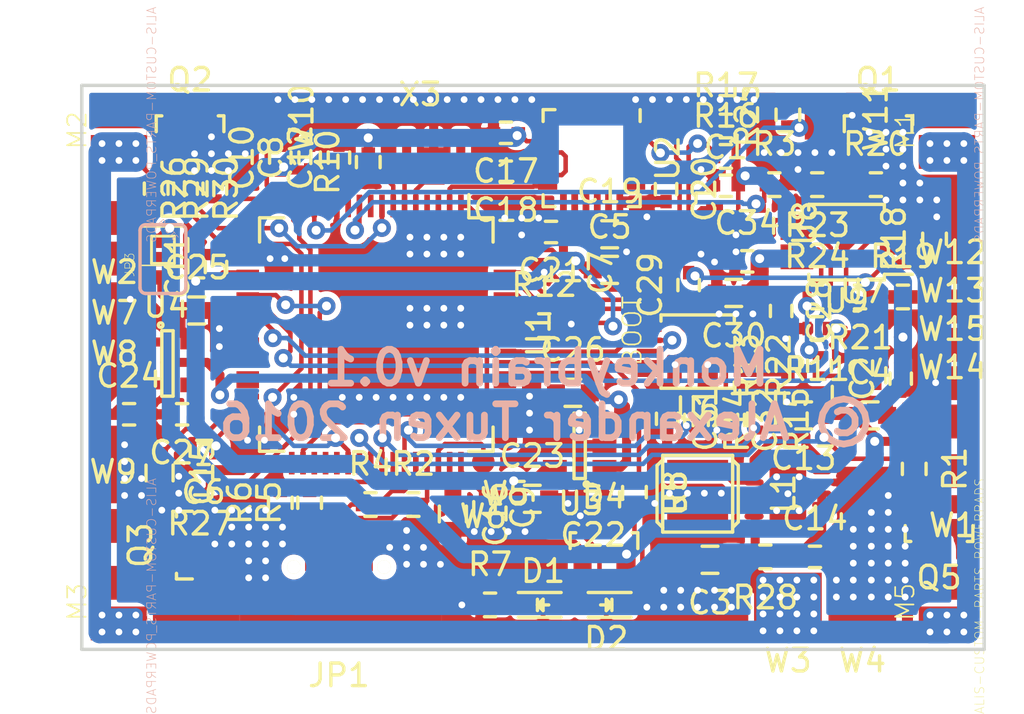
<source format=kicad_pcb>
(kicad_pcb (version 20160815) (host pcbnew 4.1.0-alpha+201608211231+7083~46~ubuntu14.04.1-product)
  (layers (0 Top signal) (31 Bottom signal) (34 B.Paste user) (35 F.Paste user) (36 B.SilkS user) (37 F.SilkS user) (38 B.Mask user) (39 F.Mask user) (44 Edge.Cuts user))
  (net 0 "")
  (net 1 GND)
  (net 2 VBAT)
  (net 3 3.3V)
  (net 4 /RESET)
  (net 5 "Net-(C15-Pad1)")
  (net 6 "Net-(C16-Pad1)")
  (net 7 "Net-(C18-Pad1)")
  (net 8 "Net-(C20-Pad1)")
  (net 9 reg_vin)
  (net 10 "Net-(C29-Pad1)")
  (net 11 "Net-(D1-Pad1)")
  (net 12 "Net-(D2-Pad1)")
  (net 13 +5V_USB)
  (net 14 D+)
  (net 15 D-)
  (net 16 TIM5_CH1)
  (net 17 TIM5_CH2)
  (net 18 TIM5_CH3)
  (net 19 TIM8_CH4)
  (net 20 TIM5_CH4)
  (net 21 MCU_BUZZER)
  (net 22 USBD_P)
  (net 23 USBD_N)
  (net 24 USB_SENSE)
  (net 25 LED_BLUE)
  (net 26 LED_RED)
  (net 27 B_PWM)
  (net 28 W_PWM)
  (net 29 IMU_INT)
  (net 30 SBUS_INV)
  (net 31 "Net-(U1-Pad4)")
  (net 32 ADC1)
  (net 33 ADC2)
  (net 34 BW_LEVEL)
  (net 35 ADC3)
  (net 36 "Net-(U1-Pad20)")
  (net 37 PIXEL_TIMER)
  (net 38 BW_MASK)
  (net 39 VSYNC_EXTI)
  (net 40 "Net-(U1-Pad25)")
  (net 41 "Net-(U1-Pad26)")
  (net 42 "Net-(U1-Pad27)")
  (net 43 "Net-(U1-Pad28)")
  (net 44 TIM12_CH2)
  (net 45 TIM8_CH1)
  (net 46 TIM8_CH2/FRSKY_RSSI/DSM)
  (net 47 TIM8_CH3)
  (net 48 SWDIO)
  (net 49 SWCLK)
  (net 50 FLASH_CS)
  (net 51 SCK)
  (net 52 MISO)
  (net 53 MOSI)
  (net 54 HSYNC_CAPT)
  (net 55 "Net-(U1-Pad57)")
  (net 56 MAIN_TX)
  (net 57 MAIN_RX/DSM)
  (net 58 SCL)
  (net 59 SDA)
  (net 60 "Net-(U2-Pad2)")
  (net 61 "Net-(U2-Pad3)")
  (net 62 "Net-(U2-Pad4)")
  (net 63 "Net-(U2-Pad5)")
  (net 64 "Net-(U2-Pad6)")
  (net 65 "Net-(U2-Pad7)")
  (net 66 "Net-(U2-Pad14)")
  (net 67 "Net-(U2-Pad15)")
  (net 68 "Net-(U2-Pad16)")
  (net 69 "Net-(U2-Pad17)")
  (net 70 "Net-(U2-Pad19)")
  (net 71 "Net-(U2-Pad21)")
  (net 72 "Net-(U2-Pad22)")
  (net 73 "Net-(U6-Pad5)")
  (net 74 VIDEO_OUT)
  (net 75 VIDEO_IN)
  (net 76 TIM12_CH1/PPM)
  (net 77 "Net-(C26-Pad1)")
  (net 78 "Net-(C27-Pad1)")
  (net 79 FLEXI_TX/SCL2)
  (net 80 FLEXI_RX/DSM/SDA2)
  (net 81 "Net-(R19-Pad2)")
  (net 82 "Net-(R20-Pad1)")
  (net 83 "Net-(R22-Pad1)")
  (net 84 "Net-(R23-Pad1)")
  (net 85 "Net-(U8-Pad4)")
  (net 86 "Net-(R13-Pad1)")
  (net 87 "Net-(U6-Pad8)")
  (net 88 "Net-(U6-Pad9)")
  (net 89 "Net-(U6-Pad10)")
  (net 90 "Net-(U1-Pad5)")
  (net 91 "Net-(U1-Pad6)")
  (net 92 M1)
  (net 93 M2)
  (net 94 M3)
  (net 95 M4)
  (net 96 video_buffered)
  (net 97 bw_buffered)
  (net 98 V_RCVR)
  (net 99 5V)
  (net 100 BOOT0)
  (net 101 "Net-(C14-Pad1)")
  (net 102 "Net-(L1-Pad1)")
  (net 103 "Net-(L1-Pad2)")
  (net 104 W_Filtered)
  (net 105 B_Filtered)
  (net 106 3.3V_EXT)
  (module alis_parts:via_04_no_front_mask (layer Top) (at 117.6483 99.12874)
    (fp_text reference "" hide)
    (fp_text value "")
    (pad "" thru_hole circle (at 0 0) (size 0.6 0.6) (drill 0.3) (layers *.Cu F.Mask) (net 1 GND))
  )
  (module alis_parts:via_04_no_front_mask (layer Top) (at 122.2983 99.87874)
    (fp_text reference "" hide)
    (fp_text value "")
    (pad "" thru_hole circle (at 0 0) (size 0.6 0.6) (drill 0.3) (layers *.Cu F.Mask) (net 1 GND))
  )
  (module alis_parts:via_04_no_front_mask (layer Top) (at 118.6483 100.77874)
    (fp_text reference "" hide)
    (fp_text value "")
    (pad "" thru_hole circle (at 0 0) (size 0.6 0.6) (drill 0.3) (layers *.Cu F.Mask) (net 1 GND))
  )
  (module alis_parts:via_04_no_front_mask (layer Top) (at 116.8983 98.37874)
    (fp_text reference "" hide)
    (fp_text value "")
    (pad "" thru_hole circle (at 0 0) (size 0.6 0.6) (drill 0.3) (layers *.Cu F.Mask) (net 1 GND))
  )
  (module alis_parts:via_04_no_front_mask (layer Top) (at 117.6483 98.38044)
    (fp_text reference "" hide)
    (fp_text value "")
    (pad "" thru_hole circle (at 0 0) (size 0.6 0.6) (drill 0.3) (layers *.Cu F.Mask) (net 1 GND))
  )
  (module alis_parts:via_04_no_front_mask (layer Top) (at 119.8483 103.07874)
    (fp_text reference "" hide)
    (fp_text value "")
    (pad "" thru_hole circle (at 0 0) (size 0.6 0.6) (drill 0.3) (layers *.Cu F.Mask) (net 1 GND))
  )
  (module alis_parts:via_04_no_front_mask (layer Top) (at 124.4483 104.87874)
    (fp_text reference "" hide)
    (fp_text value "")
    (pad "" thru_hole circle (at 0 0) (size 0.6 0.6) (drill 0.3) (layers *.Cu F.Mask) (net 1 GND))
  )
  (module alis_parts:via_04_no_front_mask (layer Top) (at 126.2983 107.77874)
    (fp_text reference "" hide)
    (fp_text value "")
    (pad "" thru_hole circle (at 0 0) (size 0.6 0.6) (drill 0.3) (layers *.Cu F.Mask) (net 1 GND))
  )
  (module alis_parts:via_04_no_front_mask (layer Top) (at 112.5483 112.22874)
    (fp_text reference "" hide)
    (fp_text value "")
    (pad "" thru_hole circle (at 0 0) (size 0.6 0.6) (drill 0.3) (layers *.Cu F.Mask) (net 1 GND))
  )
  (module alis_parts:via_04_no_front_mask (layer Top) (at 112.5483 112.97874)
    (fp_text reference "" hide)
    (fp_text value "")
    (pad "" thru_hole circle (at 0 0) (size 0.6 0.6) (drill 0.3) (layers *.Cu F.Mask) (net 1 GND))
  )
  (module alis_parts:via_04_no_front_mask (layer Top) (at 111.7983 112.97874)
    (fp_text reference "" hide)
    (fp_text value "")
    (pad "" thru_hole circle (at 0 0) (size 0.6 0.6) (drill 0.3) (layers *.Cu F.Mask) (net 1 GND))
  )
  (module alis_parts:via_04_no_front_mask (layer Top) (at 113.2983 112.97874)
    (fp_text reference "" hide)
    (fp_text value "")
    (pad "" thru_hole circle (at 0 0) (size 0.6 0.6) (drill 0.3) (layers *.Cu F.Mask) (net 1 GND))
  )
  (module alis_parts:via_04_no_front_mask (layer Top) (at 112.5483 113.72874)
    (fp_text reference "" hide)
    (fp_text value "")
    (pad "" thru_hole circle (at 0 0) (size 0.6 0.6) (drill 0.3) (layers *.Cu F.Mask) (net 1 GND))
  )
  (module alis_parts:via_04_no_front_mask (layer Top) (at 113.2983 113.72874)
    (fp_text reference "" hide)
    (fp_text value "")
    (pad "" thru_hole circle (at 0 0) (size 0.6 0.6) (drill 0.3) (layers *.Cu F.Mask) (net 1 GND))
  )
  (module alis_parts:via_04_no_front_mask (layer Top) (at 114.0483 113.72874)
    (fp_text reference "" hide)
    (fp_text value "")
    (pad "" thru_hole circle (at 0 0) (size 0.6 0.6) (drill 0.3) (layers *.Cu F.Mask) (net 1 GND))
  )
  (module alis_parts:via_04_no_front_mask (layer Top) (at 115.5483 112.27874)
    (fp_text reference "" hide)
    (fp_text value "")
    (pad "" thru_hole circle (at 0 0) (size 0.6 0.6) (drill 0.3) (layers *.Cu F.Mask) (net 1 GND))
  )
  (module alis_parts:via_04_no_front_mask (layer Top) (at 116.2983 112.27874)
    (fp_text reference "" hide)
    (fp_text value "")
    (pad "" thru_hole circle (at 0 0) (size 0.6 0.6) (drill 0.3) (layers *.Cu F.Mask) (net 1 GND))
  )
  (module alis_parts:via_04_no_front_mask (layer Top) (at 117.0483 112.27874)
    (fp_text reference "" hide)
    (fp_text value "")
    (pad "" thru_hole circle (at 0 0) (size 0.6 0.6) (drill 0.3) (layers *.Cu F.Mask) (net 1 GND))
  )
  (module alis_parts:via_04_no_front_mask (layer Top) (at 117.7983 112.27874)
    (fp_text reference "" hide)
    (fp_text value "")
    (pad "" thru_hole circle (at 0 0) (size 0.6 0.6) (drill 0.3) (layers *.Cu F.Mask) (net 1 GND))
  )
  (module alis_parts:via_04_no_front_mask (layer Top) (at 120.2483 111.57874 180)
    (fp_text reference "" hide)
    (fp_text value "")
    (pad "" thru_hole circle (at 0 0 180) (size 0.6 0.6) (drill 0.3) (layers *.Cu F.Mask) (net 1 GND))
  )
  (module alis_parts:via_04_no_front_mask (layer Top) (at 119.6983 111.02874 180)
    (fp_text reference "" hide)
    (fp_text value "")
    (pad "" thru_hole circle (at 0 0 180) (size 0.6 0.6) (drill 0.3) (layers *.Cu F.Mask) (net 1 GND))
  )
  (module alis_parts:via_04_no_front_mask (layer Top) (at 120.1983 107.77874)
    (fp_text reference "" hide)
    (fp_text value "")
    (pad "" thru_hole circle (at 0 0) (size 0.6 0.6) (drill 0.3) (layers *.Cu F.Mask) (net 1 GND))
  )
  (module alis_parts:via_04_no_front_mask (layer Top) (at 120.1983 107.02874)
    (fp_text reference "" hide)
    (fp_text value "")
    (pad "" thru_hole circle (at 0 0) (size 0.6 0.6) (drill 0.3) (layers *.Cu F.Mask) (net 1 GND))
  )
  (module alis_parts:via_04_no_front_mask (layer Top) (at 117.9983 107.77874)
    (fp_text reference "" hide)
    (fp_text value "")
    (pad "" thru_hole circle (at 0 0) (size 0.6 0.6) (drill 0.3) (layers *.Cu F.Mask) (net 1 GND))
  )
  (module alis_parts:via_04_no_front_mask (layer Top) (at 117.9983 107.02874)
    (fp_text reference "" hide)
    (fp_text value "")
    (pad "" thru_hole circle (at 0 0) (size 0.6 0.6) (drill 0.3) (layers *.Cu F.Mask) (net 1 GND))
  )
  (module alis_parts:via_04_no_front_mask (layer Top) (at 104.2483 104.07874)
    (fp_text reference "" hide)
    (fp_text value "")
    (pad "" thru_hole circle (at 0 0) (size 0.6 0.6) (drill 0.3) (layers *.Cu F.Mask) (net 1 GND))
  )
  (module alis_parts:via_04_no_front_mask (layer Top) (at 105.4983 108.22874 180)
    (fp_text reference "" hide)
    (fp_text value "")
    (pad "" thru_hole circle (at 0 0 180) (size 0.6 0.6) (drill 0.3) (layers *.Cu F.Mask) (net 1 GND))
  )
  (module alis_parts:via_04_no_front_mask (layer Top) (at 106.2483 108.22874 180)
    (fp_text reference "" hide)
    (fp_text value "")
    (pad "" thru_hole circle (at 0 0 180) (size 0.6 0.6) (drill 0.3) (layers *.Cu F.Mask) (net 1 GND))
  )
  (module alis_parts:via_04_no_front_mask (layer Top) (at 107.5483 107.07874 90)
    (fp_text reference "" hide)
    (fp_text value "")
    (pad "" thru_hole circle (at 0 0 90) (size 0.6 0.6) (drill 0.3) (layers *.Cu F.Mask) (net 1 GND))
  )
  (module alis_parts:via_04_no_front_mask (layer Top) (at 107.5483 106.32874 90)
    (fp_text reference "" hide)
    (fp_text value "")
    (pad "" thru_hole circle (at 0 0 90) (size 0.6 0.6) (drill 0.3) (layers *.Cu F.Mask) (net 1 GND))
  )
  (module alis_parts:via_04_no_front_mask (layer Top) (at 111.9483 106.32874)
    (fp_text reference "" hide)
    (fp_text value "")
    (pad "" thru_hole circle (at 0 0) (size 0.6 0.6) (drill 0.3) (layers *.Cu F.Mask) (net 1 GND))
  )
  (module alis_parts:via_04_no_front_mask (layer Top) (at 110.4483 106.32874)
    (fp_text reference "" hide)
    (fp_text value "")
    (pad "" thru_hole circle (at 0 0) (size 0.6 0.6) (drill 0.3) (layers *.Cu F.Mask) (net 1 GND))
  )
  (module alis_parts:via_04_no_front_mask (layer Top) (at 109.6983 106.32874)
    (fp_text reference "" hide)
    (fp_text value "")
    (pad "" thru_hole circle (at 0 0) (size 0.6 0.6) (drill 0.3) (layers *.Cu F.Mask) (net 1 GND))
  )
  (module alis_parts:via_04_no_front_mask (layer Top) (at 111.1983 106.32874)
    (fp_text reference "" hide)
    (fp_text value "")
    (pad "" thru_hole circle (at 0 0) (size 0.6 0.6) (drill 0.3) (layers *.Cu F.Mask) (net 1 GND))
  )
  (module alis_parts:via_04_no_front_mask (layer Top) (at 114.9483 106.32874)
    (fp_text reference "" hide)
    (fp_text value "")
    (pad "" thru_hole circle (at 0 0) (size 0.6 0.6) (drill 0.3) (layers *.Cu F.Mask) (net 1 GND))
  )
  (module alis_parts:via_04_no_front_mask (layer Top) (at 113.4483 106.32874)
    (fp_text reference "" hide)
    (fp_text value "")
    (pad "" thru_hole circle (at 0 0) (size 0.6 0.6) (drill 0.3) (layers *.Cu F.Mask) (net 1 GND))
  )
  (module alis_parts:via_04_no_front_mask (layer Top) (at 112.6983 106.32874)
    (fp_text reference "" hide)
    (fp_text value "")
    (pad "" thru_hole circle (at 0 0) (size 0.6 0.6) (drill 0.3) (layers *.Cu F.Mask) (net 1 GND))
  )
  (module alis_parts:via_04_no_front_mask (layer Top) (at 114.1983 106.32874)
    (fp_text reference "" hide)
    (fp_text value "")
    (pad "" thru_hole circle (at 0 0) (size 0.6 0.6) (drill 0.3) (layers *.Cu F.Mask) (net 1 GND))
  )
  (module alis_parts:via_04_no_front_mask (layer Top) (at 99.0483 115.97874)
    (fp_text reference "" hide)
    (fp_text value "")
    (pad "" thru_hole circle (at 0 0) (size 0.6 0.6) (drill 0.3) (layers *.Cu F.Mask) (net 2 VBAT))
  )
  (module alis_parts:via_04_no_front_mask (layer Top) (at 99.0483 116.72874)
    (fp_text reference "" hide)
    (fp_text value "")
    (pad "" thru_hole circle (at 0 0) (size 0.6 0.6) (drill 0.3) (layers *.Cu F.Mask) (net 2 VBAT))
  )
  (module alis_parts:via_04_no_front_mask (layer Top) (at 100.5483 116.72874)
    (fp_text reference "" hide)
    (fp_text value "")
    (pad "" thru_hole circle (at 0 0) (size 0.6 0.6) (drill 0.3) (layers *.Cu F.Mask) (net 2 VBAT))
  )
  (module alis_parts:via_04_no_front_mask (layer Top) (at 100.5483 115.97874)
    (fp_text reference "" hide)
    (fp_text value "")
    (pad "" thru_hole circle (at 0 0) (size 0.6 0.6) (drill 0.3) (layers *.Cu F.Mask) (net 2 VBAT))
  )
  (module alis_parts:via_04_no_front_mask (layer Top) (at 99.7983 116.72874)
    (fp_text reference "" hide)
    (fp_text value "")
    (pad "" thru_hole circle (at 0 0) (size 0.6 0.6) (drill 0.3) (layers *.Cu F.Mask) (net 2 VBAT))
  )
  (module alis_parts:via_04_no_front_mask (layer Top) (at 99.7983 115.97874)
    (fp_text reference "" hide)
    (fp_text value "")
    (pad "" thru_hole circle (at 0 0) (size 0.6 0.6) (drill 0.3) (layers *.Cu F.Mask) (net 2 VBAT))
  )
  (module alis_parts:via_04_no_front_mask (layer Top) (at 99.0483 95.07874)
    (fp_text reference "" hide)
    (fp_text value "")
    (pad "" thru_hole circle (at 0 0) (size 0.6 0.6) (drill 0.3) (layers *.Cu F.Mask) (net 2 VBAT))
  )
  (module alis_parts:via_04_no_front_mask (layer Top) (at 99.0483 95.82874)
    (fp_text reference "" hide)
    (fp_text value "")
    (pad "" thru_hole circle (at 0 0) (size 0.6 0.6) (drill 0.3) (layers *.Cu F.Mask) (net 2 VBAT))
  )
  (module alis_parts:via_04_no_front_mask (layer Top) (at 100.5483 95.82874)
    (fp_text reference "" hide)
    (fp_text value "")
    (pad "" thru_hole circle (at 0 0) (size 0.6 0.6) (drill 0.3) (layers *.Cu F.Mask) (net 2 VBAT))
  )
  (module alis_parts:via_04_no_front_mask (layer Top) (at 100.5483 95.07874)
    (fp_text reference "" hide)
    (fp_text value "")
    (pad "" thru_hole circle (at 0 0) (size 0.6 0.6) (drill 0.3) (layers *.Cu F.Mask) (net 2 VBAT))
  )
  (module alis_parts:via_04_no_front_mask (layer Top) (at 99.7983 95.82874)
    (fp_text reference "" hide)
    (fp_text value "")
    (pad "" thru_hole circle (at 0 0) (size 0.6 0.6) (drill 0.3) (layers *.Cu F.Mask) (net 2 VBAT))
  )
  (module alis_parts:via_04_no_front_mask (layer Top) (at 99.7983 95.07874)
    (fp_text reference "" hide)
    (fp_text value "")
    (pad "" thru_hole circle (at 0 0) (size 0.6 0.6) (drill 0.3) (layers *.Cu F.Mask) (net 2 VBAT))
  )
  (module alis_parts:via_04_no_front_mask (layer Top) (at 135.7483 95.07874)
    (fp_text reference "" hide)
    (fp_text value "")
    (pad "" thru_hole circle (at 0 0) (size 0.6 0.6) (drill 0.3) (layers *.Cu F.Mask) (net 2 VBAT))
  )
  (module alis_parts:via_04_no_front_mask (layer Top) (at 135.7483 95.82874)
    (fp_text reference "" hide)
    (fp_text value "")
    (pad "" thru_hole circle (at 0 0) (size 0.6 0.6) (drill 0.3) (layers *.Cu F.Mask) (net 2 VBAT))
  )
  (module alis_parts:via_04_no_front_mask (layer Top) (at 137.2483 95.82874)
    (fp_text reference "" hide)
    (fp_text value "")
    (pad "" thru_hole circle (at 0 0) (size 0.6 0.6) (drill 0.3) (layers *.Cu F.Mask) (net 2 VBAT))
  )
  (module alis_parts:via_04_no_front_mask (layer Top) (at 137.2483 95.07874)
    (fp_text reference "" hide)
    (fp_text value "")
    (pad "" thru_hole circle (at 0 0) (size 0.6 0.6) (drill 0.3) (layers *.Cu F.Mask) (net 2 VBAT))
  )
  (module alis_parts:via_04_no_front_mask (layer Top) (at 136.4983 95.82874)
    (fp_text reference "" hide)
    (fp_text value "")
    (pad "" thru_hole circle (at 0 0) (size 0.6 0.6) (drill 0.3) (layers *.Cu F.Mask) (net 2 VBAT))
  )
  (module alis_parts:via_04_no_front_mask (layer Top) (at 136.4983 95.07874)
    (fp_text reference "" hide)
    (fp_text value "")
    (pad "" thru_hole circle (at 0 0) (size 0.6 0.6) (drill 0.3) (layers *.Cu F.Mask) (net 2 VBAT))
  )
  (module alis_parts:via_04_no_front_mask (layer Top) (at 129.0983 116.67874)
    (fp_text reference "" hide)
    (fp_text value "")
    (pad "" thru_hole circle (at 0 0) (size 0.6 0.6) (drill 0.3) (layers *.Cu F.Mask) (net 2 VBAT))
  )
  (module alis_parts:via_04_no_front_mask (layer Top) (at 130.5983 116.67874)
    (fp_text reference "" hide)
    (fp_text value "")
    (pad "" thru_hole circle (at 0 0) (size 0.6 0.6) (drill 0.3) (layers *.Cu F.Mask) (net 2 VBAT))
  )
  (module alis_parts:via_04_no_front_mask (layer Top) (at 129.8483 116.67874)
    (fp_text reference "" hide)
    (fp_text value "")
    (pad "" thru_hole circle (at 0 0) (size 0.6 0.6) (drill 0.3) (layers *.Cu F.Mask) (net 2 VBAT))
  )
  (module alis_parts:via_04_no_front_mask (layer Top) (at 129.8483 115.92874)
    (fp_text reference "" hide)
    (fp_text value "")
    (pad "" thru_hole circle (at 0 0) (size 0.6 0.6) (drill 0.3) (layers *.Cu F.Mask) (net 2 VBAT))
  )
  (module alis_parts:via_04_no_front_mask (layer Top) (at 130.5983 115.92874)
    (fp_text reference "" hide)
    (fp_text value "")
    (pad "" thru_hole circle (at 0 0) (size 0.6 0.6) (drill 0.3) (layers *.Cu F.Mask) (net 2 VBAT))
  )
  (module alis_parts:via_04_no_front_mask (layer Top) (at 129.0983 115.92874)
    (fp_text reference "" hide)
    (fp_text value "")
    (pad "" thru_hole circle (at 0 0) (size 0.6 0.6) (drill 0.3) (layers *.Cu F.Mask) (net 2 VBAT))
  )
  (module alis_parts:via_04_no_front_mask (layer Top) (at 128.3483 115.92874)
    (fp_text reference "" hide)
    (fp_text value "")
    (pad "" thru_hole circle (at 0 0) (size 0.6 0.6) (drill 0.3) (layers *.Cu F.Mask) (net 2 VBAT))
  )
  (module alis_parts:via_04_no_front_mask (layer Top) (at 128.3483 116.67874)
    (fp_text reference "" hide)
    (fp_text value "")
    (pad "" thru_hole circle (at 0 0) (size 0.6 0.6) (drill 0.3) (layers *.Cu F.Mask) (net 2 VBAT))
  )
  (module alis_parts:via_04_no_front_mask (layer Top) (at 128.3483 114.42874)
    (fp_text reference "" hide)
    (fp_text value "")
    (pad "" thru_hole circle (at 0 0) (size 0.6 0.6) (drill 0.3) (layers *.Cu F.Mask) (net 2 VBAT))
  )
  (module alis_parts:via_04_no_front_mask (layer Top) (at 128.3483 115.17874)
    (fp_text reference "" hide)
    (fp_text value "")
    (pad "" thru_hole circle (at 0 0) (size 0.6 0.6) (drill 0.3) (layers *.Cu F.Mask) (net 2 VBAT))
  )
  (module alis_parts:via_04_no_front_mask (layer Top) (at 130.5983 115.17874)
    (fp_text reference "" hide)
    (fp_text value "")
    (pad "" thru_hole circle (at 0 0) (size 0.6 0.6) (drill 0.3) (layers *.Cu F.Mask) (net 2 VBAT))
  )
  (module alis_parts:via_04_no_front_mask (layer Top) (at 130.5983 114.42874)
    (fp_text reference "" hide)
    (fp_text value "")
    (pad "" thru_hole circle (at 0 0) (size 0.6 0.6) (drill 0.3) (layers *.Cu F.Mask) (net 2 VBAT))
  )
  (module alis_parts:via_04_no_front_mask (layer Top) (at 129.8483 115.17874)
    (fp_text reference "" hide)
    (fp_text value "")
    (pad "" thru_hole circle (at 0 0) (size 0.6 0.6) (drill 0.3) (layers *.Cu F.Mask) (net 2 VBAT))
  )
  (module alis_parts:via_04_no_front_mask (layer Top) (at 129.0983 115.17874)
    (fp_text reference "" hide)
    (fp_text value "")
    (pad "" thru_hole circle (at 0 0) (size 0.6 0.6) (drill 0.3) (layers *.Cu F.Mask) (net 2 VBAT))
  )
  (module alis_parts:via_04_no_front_mask (layer Top) (at 129.8483 114.42874)
    (fp_text reference "" hide)
    (fp_text value "")
    (pad "" thru_hole circle (at 0 0) (size 0.6 0.6) (drill 0.3) (layers *.Cu F.Mask) (net 2 VBAT))
  )
  (module alis_parts:via_04_no_front_mask (layer Top) (at 129.0983 114.42874)
    (fp_text reference "" hide)
    (fp_text value "")
    (pad "" thru_hole circle (at 0 0) (size 0.6 0.6) (drill 0.3) (layers *.Cu F.Mask) (net 2 VBAT))
  )
  (module alis_parts:via_04_no_front_mask (layer Top) (at 135.7483 116.72874)
    (fp_text reference "" hide)
    (fp_text value "")
    (pad "" thru_hole circle (at 0 0) (size 0.6 0.6) (drill 0.3) (layers *.Cu F.Mask) (net 2 VBAT))
  )
  (module alis_parts:via_04_no_front_mask (layer Top) (at 135.7483 115.97874)
    (fp_text reference "" hide)
    (fp_text value "")
    (pad "" thru_hole circle (at 0 0) (size 0.6 0.6) (drill 0.3) (layers *.Cu F.Mask) (net 2 VBAT))
  )
  (module alis_parts:via_04_no_front_mask (layer Top) (at 134.6483 115.17874)
    (fp_text reference "" hide)
    (fp_text value "")
    (pad "" thru_hole circle (at 0 0) (size 0.6 0.6) (drill 0.3) (layers *.Cu F.Mask) (net 1 GND))
  )
  (module alis_parts:via_04_no_front_mask (layer Top) (at 134.6483 114.42874)
    (fp_text reference "" hide)
    (fp_text value "")
    (pad "" thru_hole circle (at 0 0) (size 0.6 0.6) (drill 0.3) (layers *.Cu F.Mask) (net 1 GND))
  )
  (module alis_parts:via_04_no_front_mask (layer Top) (at 134.6483 113.67874)
    (fp_text reference "" hide)
    (fp_text value "")
    (pad "" thru_hole circle (at 0 0) (size 0.6 0.6) (drill 0.3) (layers *.Cu F.Mask) (net 1 GND))
  )
  (module alis_parts:via_04_no_front_mask (layer Top) (at 136.4983 115.97874)
    (fp_text reference "" hide)
    (fp_text value "")
    (pad "" thru_hole circle (at 0 0) (size 0.6 0.6) (drill 0.3) (layers *.Cu F.Mask) (net 2 VBAT))
  )
  (module alis_parts:via_04_no_front_mask (layer Top) (at 137.2483 115.97874)
    (fp_text reference "" hide)
    (fp_text value "")
    (pad "" thru_hole circle (at 0 0) (size 0.6 0.6) (drill 0.3) (layers *.Cu F.Mask) (net 2 VBAT))
  )
  (module alis_parts:via_04_no_front_mask (layer Top) (at 137.2483 116.72874)
    (fp_text reference "" hide)
    (fp_text value "")
    (pad "" thru_hole circle (at 0 0) (size 0.6 0.6) (drill 0.3) (layers *.Cu F.Mask) (net 2 VBAT))
  )
  (module alis_parts:via_04_no_front_mask (layer Top) (at 136.4983 116.72874)
    (fp_text reference "" hide)
    (fp_text value "")
    (pad "" thru_hole circle (at 0 0) (size 0.6 0.6) (drill 0.3) (layers *.Cu F.Mask) (net 2 VBAT))
  )
  (module alis_parts:via_04_no_front_mask (layer Top) (at 107.1483 100.17874)
    (fp_text reference "" hide)
    (fp_text value "")
    (pad "" thru_hole circle (at 0 0) (size 0.6 0.6) (drill 0.3) (layers *.Cu F.Mask) (net 1 GND))
  )
  (module alis_parts:via_04_no_front_mask (layer Top) (at 112.6983 103.12874)
    (fp_text reference "" hide)
    (fp_text value "")
    (pad "" thru_hole circle (at 0 0) (size 0.6 0.6) (drill 0.3) (layers *.Cu F.Mask) (net 1 GND))
  )
  (module alis_parts:via_04_no_front_mask (layer Top) (at 112.6983 102.37874)
    (fp_text reference "" hide)
    (fp_text value "")
    (pad "" thru_hole circle (at 0 0) (size 0.6 0.6) (drill 0.3) (layers *.Cu F.Mask) (net 1 GND))
  )
  (module alis_parts:via_04_no_front_mask (layer Top) (at 114.1983 103.12874)
    (fp_text reference "" hide)
    (fp_text value "")
    (pad "" thru_hole circle (at 0 0) (size 0.6 0.6) (drill 0.3) (layers *.Cu F.Mask) (net 1 GND))
  )
  (module alis_parts:via_04_no_front_mask (layer Top) (at 113.4483 102.37874)
    (fp_text reference "" hide)
    (fp_text value "")
    (pad "" thru_hole circle (at 0 0) (size 0.6 0.6) (drill 0.3) (layers *.Cu F.Mask) (net 1 GND))
  )
  (module alis_parts:via_04_no_front_mask (layer Top) (at 114.1983 102.37874)
    (fp_text reference "" hide)
    (fp_text value "")
    (pad "" thru_hole circle (at 0 0) (size 0.6 0.6) (drill 0.3) (layers *.Cu F.Mask) (net 1 GND))
  )
  (module alis_parts:via_04_no_front_mask (layer Top) (at 113.4483 103.12874)
    (fp_text reference "" hide)
    (fp_text value "")
    (pad "" thru_hole circle (at 0 0) (size 0.6 0.6) (drill 0.3) (layers *.Cu F.Mask) (net 1 GND))
  )
  (module alis_parts:via_04_no_front_mask (layer Top) (at 114.9483 103.12874)
    (fp_text reference "" hide)
    (fp_text value "")
    (pad "" thru_hole circle (at 0 0) (size 0.6 0.6) (drill 0.3) (layers *.Cu F.Mask) (net 1 GND))
  )
  (module alis_parts:via_04_no_front_mask (layer Top) (at 114.9483 102.37874)
    (fp_text reference "" hide)
    (fp_text value "")
    (pad "" thru_hole circle (at 0 0) (size 0.6 0.6) (drill 0.3) (layers *.Cu F.Mask) (net 1 GND))
  )
  (module alis_parts:via_04_no_front_mask (layer Top) (at 112.6983 99.97874)
    (fp_text reference "" hide)
    (fp_text value "")
    (pad "" thru_hole circle (at 0 0) (size 0.6 0.6) (drill 0.3) (layers *.Cu F.Mask) (net 1 GND))
  )
  (module alis_parts:via_04_no_front_mask (layer Top) (at 112.6983 99.22874)
    (fp_text reference "" hide)
    (fp_text value "")
    (pad "" thru_hole circle (at 0 0) (size 0.6 0.6) (drill 0.3) (layers *.Cu F.Mask) (net 1 GND))
  )
  (module alis_parts:via_04_no_front_mask (layer Top) (at 114.1983 99.97874)
    (fp_text reference "" hide)
    (fp_text value "")
    (pad "" thru_hole circle (at 0 0) (size 0.6 0.6) (drill 0.3) (layers *.Cu F.Mask) (net 1 GND))
  )
  (module alis_parts:via_04_no_front_mask (layer Top) (at 113.4483 99.22874)
    (fp_text reference "" hide)
    (fp_text value "")
    (pad "" thru_hole circle (at 0 0) (size 0.6 0.6) (drill 0.3) (layers *.Cu F.Mask) (net 1 GND))
  )
  (module alis_parts:via_04_no_front_mask (layer Top) (at 114.1983 99.22874)
    (fp_text reference "" hide)
    (fp_text value "")
    (pad "" thru_hole circle (at 0 0) (size 0.6 0.6) (drill 0.3) (layers *.Cu F.Mask) (net 1 GND))
  )
  (module alis_parts:via_04_no_front_mask (layer Top) (at 113.4483 99.97874)
    (fp_text reference "" hide)
    (fp_text value "")
    (pad "" thru_hole circle (at 0 0) (size 0.6 0.6) (drill 0.3) (layers *.Cu F.Mask) (net 1 GND))
  )
  (module alis_parts:via_04_no_front_mask (layer Top) (at 114.9483 99.97874)
    (fp_text reference "" hide)
    (fp_text value "")
    (pad "" thru_hole circle (at 0 0) (size 0.6 0.6) (drill 0.3) (layers *.Cu F.Mask) (net 1 GND))
  )
  (module alis_parts:via_04_no_front_mask (layer Top) (at 114.9483 99.22874)
    (fp_text reference "" hide)
    (fp_text value "")
    (pad "" thru_hole circle (at 0 0) (size 0.6 0.6) (drill 0.3) (layers *.Cu F.Mask) (net 1 GND))
  )
  (module alis_parts:via_04_no_front_mask (layer Top) (at 127.1483 99.87874)
    (fp_text reference "" hide)
    (fp_text value "")
    (pad "" thru_hole circle (at 0 0) (size 0.6 0.6) (drill 0.3) (layers *.Cu F.Mask) (net 1 GND))
  )
  (module alis_parts:via_04_no_front_mask (layer Top) (at 127.1483 99.12874)
    (fp_text reference "" hide)
    (fp_text value "")
    (pad "" thru_hole circle (at 0 0) (size 0.6 0.6) (drill 0.3) (layers *.Cu F.Mask) (net 1 GND))
  )
  (module alis_parts:via_04_no_front_mask (layer Top) (at 126.1983 100.32874)
    (fp_text reference "" hide)
    (fp_text value "")
    (pad "" thru_hole circle (at 0 0) (size 0.6 0.6) (drill 0.3) (layers *.Cu F.Mask) (net 1 GND))
  )
  (module alis_parts:via_04_no_front_mask (layer Top) (at 126.3983 102.62874)
    (fp_text reference "" hide)
    (fp_text value "")
    (pad "" thru_hole circle (at 0 0) (size 0.6 0.6) (drill 0.3) (layers *.Cu F.Mask) (net 1 GND))
  )
  (module alis_parts:via_04_no_front_mask (layer Top) (at 127.1483 102.62874)
    (fp_text reference "" hide)
    (fp_text value "")
    (pad "" thru_hole circle (at 0 0) (size 0.6 0.6) (drill 0.3) (layers *.Cu F.Mask) (net 1 GND))
  )
  (module alis_parts:via_04_no_front_mask (layer Top) (at 127.8983 102.62874)
    (fp_text reference "" hide)
    (fp_text value "")
    (pad "" thru_hole circle (at 0 0) (size 0.6 0.6) (drill 0.3) (layers *.Cu F.Mask) (net 1 GND))
  )
  (module alis_parts:via_04_no_front_mask (layer Top) (at 129.3483 103.72874)
    (fp_text reference "" hide)
    (fp_text value "")
    (pad "" thru_hole circle (at 0 0) (size 0.6 0.6) (drill 0.3) (layers *.Cu F.Mask) (net 1 GND))
  )
  (module alis_parts:via_04_no_front_mask (layer Top) (at 125.8983 104.87874)
    (fp_text reference "" hide)
    (fp_text value "")
    (pad "" thru_hole circle (at 0 0) (size 0.6 0.6) (drill 0.3) (layers *.Cu F.Mask) (net 1 GND))
  )
  (module alis_parts:via_04_no_front_mask (layer Top) (at 124.1983 110.57874)
    (fp_text reference "" hide)
    (fp_text value "")
    (pad "" thru_hole circle (at 0 0) (size 0.6 0.6) (drill 0.3) (layers *.Cu F.Mask) (net 1 GND))
  )
  (module alis_parts:via_04_no_front_mask (layer Top) (at 123.5483 111.02874 180)
    (fp_text reference "" hide)
    (fp_text value "")
    (pad "" thru_hole circle (at 0 0 180) (size 0.6 0.6) (drill 0.3) (layers *.Cu F.Mask) (net 1 GND))
  )
  (module alis_parts:via_04_no_front_mask (layer Top) (at 125.7483 110.57874)
    (fp_text reference "" hide)
    (fp_text value "")
    (pad "" thru_hole circle (at 0 0) (size 0.6 0.6) (drill 0.3) (layers *.Cu F.Mask) (net 1 GND))
  )
  (module alis_parts:via_04_no_front_mask (layer Top) (at 124.9983 110.57874 180)
    (fp_text reference "" hide)
    (fp_text value "")
    (pad "" thru_hole circle (at 0 0 180) (size 0.6 0.6) (drill 0.3) (layers *.Cu F.Mask) (net 1 GND))
  )
  (module alis_parts:via_04_no_front_mask (layer Top) (at 126.4983 110.57874 180)
    (fp_text reference "" hide)
    (fp_text value "")
    (pad "" thru_hole circle (at 0 0 180) (size 0.6 0.6) (drill 0.3) (layers *.Cu F.Mask) (net 1 GND))
  )
  (module alis_parts:via_04_no_front_mask (layer Top) (at 129.8983 96.22874 90)
    (fp_text reference "" hide)
    (fp_text value "")
    (pad "" thru_hole circle (at 0 0 90) (size 0.6 0.6) (drill 0.3) (layers *.Cu F.Mask) (net 1 GND))
  )
  (module alis_parts:via_04_no_front_mask (layer Top) (at 129.8983 95.47874)
    (fp_text reference "" hide)
    (fp_text value "")
    (pad "" thru_hole circle (at 0 0) (size 0.6 0.6) (drill 0.3) (layers *.Cu F.Mask) (net 1 GND))
  )
  (module alis_parts:via_04_no_front_mask (layer Top) (at 131.3983 95.47874)
    (fp_text reference "" hide)
    (fp_text value "")
    (pad "" thru_hole circle (at 0 0) (size 0.6 0.6) (drill 0.3) (layers *.Cu F.Mask) (net 1 GND))
  )
  (module alis_parts:via_04_no_front_mask (layer Top) (at 130.6483 95.47874)
    (fp_text reference "" hide)
    (fp_text value "")
    (pad "" thru_hole circle (at 0 0) (size 0.6 0.6) (drill 0.3) (layers *.Cu F.Mask) (net 1 GND))
  )
  (module alis_parts:via_04_no_front_mask (layer Top) (at 129.1483 95.47874)
    (fp_text reference "" hide)
    (fp_text value "")
    (pad "" thru_hole circle (at 0 0) (size 0.6 0.6) (drill 0.3) (layers *.Cu F.Mask) (net 1 GND))
  )
  (module alis_parts:via_04_no_front_mask (layer Top) (at 127.9483 93.12874)
    (fp_text reference "" hide)
    (fp_text value "")
    (pad "" thru_hole circle (at 0 0) (size 0.6 0.6) (drill 0.3) (layers *.Cu F.Mask) (net 1 GND))
  )
  (module alis_parts:via_04_no_front_mask (layer Top) (at 126.4483 93.12874)
    (fp_text reference "" hide)
    (fp_text value "")
    (pad "" thru_hole circle (at 0 0) (size 0.6 0.6) (drill 0.3) (layers *.Cu F.Mask) (net 1 GND))
  )
  (module alis_parts:via_04_no_front_mask (layer Top) (at 125.6983 93.12874)
    (fp_text reference "" hide)
    (fp_text value "")
    (pad "" thru_hole circle (at 0 0) (size 0.6 0.6) (drill 0.3) (layers *.Cu F.Mask) (net 1 GND))
  )
  (module alis_parts:via_04_no_front_mask (layer Top) (at 124.9483 93.12874)
    (fp_text reference "" hide)
    (fp_text value "")
    (pad "" thru_hole circle (at 0 0) (size 0.6 0.6) (drill 0.3) (layers *.Cu F.Mask) (net 1 GND))
  )
  (module alis_parts:via_04_no_front_mask (layer Top) (at 124.1983 93.12874)
    (fp_text reference "" hide)
    (fp_text value "")
    (pad "" thru_hole circle (at 0 0) (size 0.6 0.6) (drill 0.3) (layers *.Cu F.Mask) (net 1 GND))
  )
  (module alis_parts:via_04_no_front_mask (layer Top) (at 127.1983 93.12874)
    (fp_text reference "" hide)
    (fp_text value "")
    (pad "" thru_hole circle (at 0 0) (size 0.6 0.6) (drill 0.3) (layers *.Cu F.Mask) (net 1 GND))
  )
  (module alis_parts:via_04_no_front_mask (layer Top) (at 123.4483 93.12874)
    (fp_text reference "" hide)
    (fp_text value "")
    (pad "" thru_hole circle (at 0 0) (size 0.6 0.6) (drill 0.3) (layers *.Cu F.Mask) (net 1 GND))
  )
  (module alis_parts:via_04_no_front_mask (layer Top) (at 122.6983 93.12874)
    (fp_text reference "" hide)
    (fp_text value "")
    (pad "" thru_hole circle (at 0 0) (size 0.6 0.6) (drill 0.3) (layers *.Cu F.Mask) (net 1 GND))
  )
  (module alis_parts:via_04_no_front_mask (layer Top) (at 118.0983 93.12874)
    (fp_text reference "" hide)
    (fp_text value "")
    (pad "" thru_hole circle (at 0 0) (size 0.6 0.6) (drill 0.3) (layers *.Cu F.Mask) (net 1 GND))
  )
  (module alis_parts:via_04_no_front_mask (layer Top) (at 117.3483 93.12874)
    (fp_text reference "" hide)
    (fp_text value "")
    (pad "" thru_hole circle (at 0 0) (size 0.6 0.6) (drill 0.3) (layers *.Cu F.Mask) (net 1 GND))
  )
  (module alis_parts:via_04_no_front_mask (layer Top) (at 116.5983 93.12874)
    (fp_text reference "" hide)
    (fp_text value "")
    (pad "" thru_hole circle (at 0 0) (size 0.6 0.6) (drill 0.3) (layers *.Cu F.Mask) (net 1 GND))
  )
  (module alis_parts:via_04_no_front_mask (layer Top) (at 115.8483 93.12874)
    (fp_text reference "" hide)
    (fp_text value "")
    (pad "" thru_hole circle (at 0 0) (size 0.6 0.6) (drill 0.3) (layers *.Cu F.Mask) (net 1 GND))
  )
  (module alis_parts:via_04_no_front_mask (layer Top) (at 115.0983 93.12874)
    (fp_text reference "" hide)
    (fp_text value "")
    (pad "" thru_hole circle (at 0 0) (size 0.6 0.6) (drill 0.3) (layers *.Cu F.Mask) (net 1 GND))
  )
  (module alis_parts:via_04_no_front_mask (layer Top) (at 114.3483 93.12874)
    (fp_text reference "" hide)
    (fp_text value "")
    (pad "" thru_hole circle (at 0 0) (size 0.6 0.6) (drill 0.3) (layers *.Cu F.Mask) (net 1 GND))
  )
  (module alis_parts:via_04_no_front_mask (layer Top) (at 113.5983 93.12874)
    (fp_text reference "" hide)
    (fp_text value "")
    (pad "" thru_hole circle (at 0 0) (size 0.6 0.6) (drill 0.3) (layers *.Cu F.Mask) (net 1 GND))
  )
  (module alis_parts:via_04_no_front_mask (layer Top) (at 112.8483 93.12874)
    (fp_text reference "" hide)
    (fp_text value "")
    (pad "" thru_hole circle (at 0 0) (size 0.6 0.6) (drill 0.3) (layers *.Cu F.Mask) (net 1 GND))
  )
  (module alis_parts:via_04_no_front_mask (layer Top) (at 112.0983 93.12874)
    (fp_text reference "" hide)
    (fp_text value "")
    (pad "" thru_hole circle (at 0 0) (size 0.6 0.6) (drill 0.3) (layers *.Cu F.Mask) (net 1 GND))
  )
  (module alis_parts:via_04_no_front_mask (layer Top) (at 111.3483 93.12874)
    (fp_text reference "" hide)
    (fp_text value "")
    (pad "" thru_hole circle (at 0 0) (size 0.6 0.6) (drill 0.3) (layers *.Cu F.Mask) (net 1 GND))
  )
  (module alis_parts:via_04_no_front_mask (layer Top) (at 110.5983 93.12874)
    (fp_text reference "" hide)
    (fp_text value "")
    (pad "" thru_hole circle (at 0 0) (size 0.6 0.6) (drill 0.3) (layers *.Cu F.Mask) (net 1 GND))
  )
  (module alis_parts:via_04_no_front_mask (layer Top) (at 109.8483 93.12874)
    (fp_text reference "" hide)
    (fp_text value "")
    (pad "" thru_hole circle (at 0 0) (size 0.6 0.6) (drill 0.3) (layers *.Cu F.Mask) (net 1 GND))
  )
  (module alis_parts:via_04_no_front_mask (layer Top) (at 106.8483 93.12874)
    (fp_text reference "" hide)
    (fp_text value "")
    (pad "" thru_hole circle (at 0 0) (size 0.6 0.6) (drill 0.3) (layers *.Cu F.Mask) (net 1 GND))
  )
  (module alis_parts:via_04_no_front_mask (layer Top) (at 107.5983 93.12874)
    (fp_text reference "" hide)
    (fp_text value "")
    (pad "" thru_hole circle (at 0 0) (size 0.6 0.6) (drill 0.3) (layers *.Cu F.Mask) (net 1 GND))
  )
  (module alis_parts:via_04_no_front_mask (layer Top) (at 109.0983 93.12874)
    (fp_text reference "" hide)
    (fp_text value "")
    (pad "" thru_hole circle (at 0 0) (size 0.6 0.6) (drill 0.3) (layers *.Cu F.Mask) (net 1 GND))
  )
  (module alis_parts:via_04_no_front_mask (layer Top) (at 108.3483 93.12874)
    (fp_text reference "" hide)
    (fp_text value "")
    (pad "" thru_hole circle (at 0 0) (size 0.6 0.6) (drill 0.3) (layers *.Cu F.Mask) (net 1 GND))
  )
  (module alis_parts:via_04_no_front_mask (layer Top) (at 102.4483 110.57874)
    (fp_text reference "" hide)
    (fp_text value "")
    (pad "" thru_hole circle (at 0 0) (size 0.6 0.6) (drill 0.3) (layers *.Cu F.Mask) (net 1 GND))
  )
  (module alis_parts:via_04_no_front_mask (layer Top) (at 102.4483 109.82874)
    (fp_text reference "" hide)
    (fp_text value "")
    (pad "" thru_hole circle (at 0 0) (size 0.6 0.6) (drill 0.3) (layers *.Cu F.Mask) (net 1 GND))
  )
  (module alis_parts:via_04_no_front_mask (layer Top) (at 101.6983 111.32874)
    (fp_text reference "" hide)
    (fp_text value "")
    (pad "" thru_hole circle (at 0 0) (size 0.6 0.6) (drill 0.3) (layers *.Cu F.Mask) (net 1 GND))
  )
  (module alis_parts:via_04_no_front_mask (layer Top) (at 102.4483 111.32874)
    (fp_text reference "" hide)
    (fp_text value "")
    (pad "" thru_hole circle (at 0 0) (size 0.6 0.6) (drill 0.3) (layers *.Cu F.Mask) (net 1 GND))
  )
  (module alis_parts:via_04_no_front_mask (layer Top) (at 100.0483 108.42874)
    (fp_text reference "" hide)
    (fp_text value "")
    (pad "" thru_hole circle (at 0 0) (size 0.6 0.6) (drill 0.3) (layers *.Cu F.Mask) (net 1 GND))
  )
  (module alis_parts:via_04_no_front_mask (layer Top) (at 100.0483 110.67874)
    (fp_text reference "" hide)
    (fp_text value "")
    (pad "" thru_hole circle (at 0 0) (size 0.6 0.6) (drill 0.3) (layers *.Cu F.Mask) (net 1 GND))
  )
  (module alis_parts:via_04_no_front_mask (layer Top) (at 100.7983 110.67874)
    (fp_text reference "" hide)
    (fp_text value "")
    (pad "" thru_hole circle (at 0 0) (size 0.6 0.6) (drill 0.3) (layers *.Cu F.Mask) (net 1 GND))
  )
  (module alis_parts:via_04_no_front_mask (layer Top) (at 100.7983 109.92874)
    (fp_text reference "" hide)
    (fp_text value "")
    (pad "" thru_hole circle (at 0 0) (size 0.6 0.6) (drill 0.3) (layers *.Cu F.Mask) (net 1 GND))
  )
  (module alis_parts:via_04_no_front_mask (layer Top) (at 100.0483 109.92874)
    (fp_text reference "" hide)
    (fp_text value "")
    (pad "" thru_hole circle (at 0 0) (size 0.6 0.6) (drill 0.3) (layers *.Cu F.Mask) (net 1 GND))
  )
  (module alis_parts:via_04_no_front_mask (layer Top) (at 100.0483 109.17874)
    (fp_text reference "" hide)
    (fp_text value "")
    (pad "" thru_hole circle (at 0 0) (size 0.6 0.6) (drill 0.3) (layers *.Cu F.Mask) (net 1 GND))
  )
  (module alis_parts:via_04_no_front_mask (layer Top) (at 124.6983 115.62874 180)
    (fp_text reference "" hide)
    (fp_text value "")
    (pad "" thru_hole circle (at 0 0 180) (size 0.6 0.6) (drill 0.3) (layers *.Cu F.Mask) (net 1 GND))
  )
  (module alis_parts:via_04_no_front_mask (layer Top) (at 123.1983 115.62874 180)
    (fp_text reference "" hide)
    (fp_text value "")
    (pad "" thru_hole circle (at 0 0 180) (size 0.6 0.6) (drill 0.3) (layers *.Cu F.Mask) (net 1 GND))
  )
  (module alis_parts:via_04_no_front_mask (layer Top) (at 123.9483 114.87874)
    (fp_text reference "" hide)
    (fp_text value "")
    (pad "" thru_hole circle (at 0 0) (size 0.6 0.6) (drill 0.3) (layers *.Cu F.Mask) (net 1 GND))
  )
  (module alis_parts:via_04_no_front_mask (layer Top) (at 124.6983 114.87874 180)
    (fp_text reference "" hide)
    (fp_text value "")
    (pad "" thru_hole circle (at 0 0 180) (size 0.6 0.6) (drill 0.3) (layers *.Cu F.Mask) (net 1 GND))
  )
  (module alis_parts:via_04_no_front_mask (layer Top) (at 123.9483 115.62874)
    (fp_text reference "" hide)
    (fp_text value "")
    (pad "" thru_hole circle (at 0 0) (size 0.6 0.6) (drill 0.3) (layers *.Cu F.Mask) (net 1 GND))
  )
  (module alis_parts:via_04_no_front_mask (layer Top) (at 125.4483 114.87874 180)
    (fp_text reference "" hide)
    (fp_text value "")
    (pad "" thru_hole circle (at 0 0 180) (size 0.6 0.6) (drill 0.3) (layers *.Cu F.Mask) (net 1 GND))
  )
  (module alis_parts:via_04_no_front_mask (layer Top) (at 126.9483 115.62874 180)
    (fp_text reference "" hide)
    (fp_text value "")
    (pad "" thru_hole circle (at 0 0 180) (size 0.6 0.6) (drill 0.3) (layers *.Cu F.Mask) (net 1 GND))
  )
  (module alis_parts:via_04_no_front_mask (layer Top) (at 125.4483 115.62874 180)
    (fp_text reference "" hide)
    (fp_text value "")
    (pad "" thru_hole circle (at 0 0 180) (size 0.6 0.6) (drill 0.3) (layers *.Cu F.Mask) (net 1 GND))
  )
  (module alis_parts:via_04_no_front_mask (layer Top) (at 126.1983 114.87874)
    (fp_text reference "" hide)
    (fp_text value "")
    (pad "" thru_hole circle (at 0 0) (size 0.6 0.6) (drill 0.3) (layers *.Cu F.Mask) (net 1 GND))
  )
  (module alis_parts:via_04_no_front_mask (layer Top) (at 126.9483 114.87874 180)
    (fp_text reference "" hide)
    (fp_text value "")
    (pad "" thru_hole circle (at 0 0 180) (size 0.6 0.6) (drill 0.3) (layers *.Cu F.Mask) (net 1 GND))
  )
  (module alis_parts:via_04_no_front_mask (layer Top) (at 126.1983 115.62874)
    (fp_text reference "" hide)
    (fp_text value "")
    (pad "" thru_hole circle (at 0 0) (size 0.6 0.6) (drill 0.3) (layers *.Cu F.Mask) (net 1 GND))
  )
  (module alis_parts:via_04_no_front_mask (layer Top) (at 133.0483 94.57874)
    (fp_text reference "" hide)
    (fp_text value "")
    (pad "" thru_hole circle (at 0 0) (size 0.6 0.6) (drill 0.3) (layers *.Cu F.Mask) (net 1 GND))
  )
  (module alis_parts:via_04_no_front_mask (layer Top) (at 132.2983 93.82874)
    (fp_text reference "" hide)
    (fp_text value "")
    (pad "" thru_hole circle (at 0 0) (size 0.6 0.6) (drill 0.3) (layers *.Cu F.Mask) (net 1 GND))
  )
  (module alis_parts:via_04_no_front_mask (layer Top) (at 135.2983 96.82874)
    (fp_text reference "" hide)
    (fp_text value "")
    (pad "" thru_hole circle (at 0 0) (size 0.6 0.6) (drill 0.3) (layers *.Cu F.Mask) (net 1 GND))
  )
  (module alis_parts:via_04_no_front_mask (layer Top) (at 136.0483 98.32874)
    (fp_text reference "" hide)
    (fp_text value "")
    (pad "" thru_hole circle (at 0 0) (size 0.6 0.6) (drill 0.3) (layers *.Cu F.Mask) (net 1 GND))
  )
  (module alis_parts:via_04_no_front_mask (layer Top) (at 135.2983 97.57874)
    (fp_text reference "" hide)
    (fp_text value "")
    (pad "" thru_hole circle (at 0 0) (size 0.6 0.6) (drill 0.3) (layers *.Cu F.Mask) (net 1 GND))
  )
  (module alis_parts:via_04_no_front_mask (layer Top) (at 136.0483 97.57874)
    (fp_text reference "" hide)
    (fp_text value "")
    (pad "" thru_hole circle (at 0 0) (size 0.6 0.6) (drill 0.3) (layers *.Cu F.Mask) (net 1 GND))
  )
  (module alis_parts:via_04_no_front_mask (layer Top) (at 133.7983 97.57874)
    (fp_text reference "" hide)
    (fp_text value "")
    (pad "" thru_hole circle (at 0 0) (size 0.6 0.6) (drill 0.3) (layers *.Cu F.Mask) (net 1 GND))
  )
  (module alis_parts:via_04_no_front_mask (layer Top) (at 134.5483 97.57874)
    (fp_text reference "" hide)
    (fp_text value "")
    (pad "" thru_hole circle (at 0 0) (size 0.6 0.6) (drill 0.3) (layers *.Cu F.Mask) (net 1 GND))
  )
  (module alis_parts:via_04_no_front_mask (layer Top) (at 134.5483 96.82874)
    (fp_text reference "" hide)
    (fp_text value "")
    (pad "" thru_hole circle (at 0 0) (size 0.6 0.6) (drill 0.3) (layers *.Cu F.Mask) (net 1 GND))
  )
  (module alis_parts:via_04_no_front_mask (layer Top) (at 133.7983 96.07874)
    (fp_text reference "" hide)
    (fp_text value "")
    (pad "" thru_hole circle (at 0 0) (size 0.6 0.6) (drill 0.3) (layers *.Cu F.Mask) (net 1 GND))
  )
  (module alis_parts:via_04_no_front_mask (layer Top) (at 134.5483 96.07874)
    (fp_text reference "" hide)
    (fp_text value "")
    (pad "" thru_hole circle (at 0 0) (size 0.6 0.6) (drill 0.3) (layers *.Cu F.Mask) (net 1 GND))
  )
  (module alis_parts:via_04_no_front_mask (layer Top) (at 134.5483 94.57874)
    (fp_text reference "" hide)
    (fp_text value "")
    (pad "" thru_hole circle (at 0 0) (size 0.6 0.6) (drill 0.3) (layers *.Cu F.Mask) (net 1 GND))
  )
  (module alis_parts:via_04_no_front_mask (layer Top) (at 133.7983 94.57874)
    (fp_text reference "" hide)
    (fp_text value "")
    (pad "" thru_hole circle (at 0 0) (size 0.6 0.6) (drill 0.3) (layers *.Cu F.Mask) (net 1 GND))
  )
  (module alis_parts:via_04_no_front_mask (layer Top) (at 133.7983 95.32874)
    (fp_text reference "" hide)
    (fp_text value "")
    (pad "" thru_hole circle (at 0 0) (size 0.6 0.6) (drill 0.3) (layers *.Cu F.Mask) (net 1 GND))
  )
  (module alis_parts:via_04_no_front_mask (layer Top) (at 134.5483 95.32874)
    (fp_text reference "" hide)
    (fp_text value "")
    (pad "" thru_hole circle (at 0 0) (size 0.6 0.6) (drill 0.3) (layers *.Cu F.Mask) (net 1 GND))
  )
  (module alis_parts:via_04_no_front_mask (layer Top) (at 107.0483 112.82874 180)
    (fp_text reference "" hide)
    (fp_text value "")
    (pad "" thru_hole circle (at 0 0 180) (size 0.6 0.6) (drill 0.3) (layers *.Cu F.Mask) (net 1 GND))
  )
  (module alis_parts:via_04_no_front_mask (layer Top) (at 107.0483 112.07874 180)
    (fp_text reference "" hide)
    (fp_text value "")
    (pad "" thru_hole circle (at 0 0 180) (size 0.6 0.6) (drill 0.3) (layers *.Cu F.Mask) (net 1 GND))
  )
  (module alis_parts:via_04_no_front_mask (layer Top) (at 105.5483 114.32874 90)
    (fp_text reference "" hide)
    (fp_text value "")
    (pad "" thru_hole circle (at 0 0 90) (size 0.6 0.6) (drill 0.3) (layers *.Cu F.Mask) (net 1 GND))
  )
  (module alis_parts:via_04_no_front_mask (layer Top) (at 106.2983 114.32874 90)
    (fp_text reference "" hide)
    (fp_text value "")
    (pad "" thru_hole circle (at 0 0 90) (size 0.6 0.6) (drill 0.3) (layers *.Cu F.Mask) (net 1 GND))
  )
  (module alis_parts:via_04_no_front_mask (layer Top) (at 105.5483 113.57874 90)
    (fp_text reference "" hide)
    (fp_text value "")
    (pad "" thru_hole circle (at 0 0 90) (size 0.6 0.6) (drill 0.3) (layers *.Cu F.Mask) (net 1 GND))
  )
  (module alis_parts:via_04_no_front_mask (layer Top) (at 106.2983 113.57874 90)
    (fp_text reference "" hide)
    (fp_text value "")
    (pad "" thru_hole circle (at 0 0 90) (size 0.6 0.6) (drill 0.3) (layers *.Cu F.Mask) (net 1 GND))
  )
  (module alis_parts:via_04_no_front_mask (layer Top) (at 106.2983 112.07874)
    (fp_text reference "" hide)
    (fp_text value "")
    (pad "" thru_hole circle (at 0 0) (size 0.6 0.6) (drill 0.3) (layers *.Cu F.Mask) (net 1 GND))
  )
  (module alis_parts:via_04_no_front_mask (layer Top) (at 106.2983 111.32874)
    (fp_text reference "" hide)
    (fp_text value "")
    (pad "" thru_hole circle (at 0 0) (size 0.6 0.6) (drill 0.3) (layers *.Cu F.Mask) (net 1 GND))
  )
  (module alis_parts:via_04_no_front_mask (layer Top) (at 106.2983 112.82874)
    (fp_text reference "" hide)
    (fp_text value "")
    (pad "" thru_hole circle (at 0 0) (size 0.6 0.6) (drill 0.3) (layers *.Cu F.Mask) (net 1 GND))
  )
  (module alis_parts:via_04_no_front_mask (layer Top) (at 105.5483 112.82874)
    (fp_text reference "" hide)
    (fp_text value "")
    (pad "" thru_hole circle (at 0 0) (size 0.6 0.6) (drill 0.3) (layers *.Cu F.Mask) (net 1 GND))
  )
  (module alis_parts:via_04_no_front_mask (layer Top) (at 105.5483 112.07874)
    (fp_text reference "" hide)
    (fp_text value "")
    (pad "" thru_hole circle (at 0 0) (size 0.6 0.6) (drill 0.3) (layers *.Cu F.Mask) (net 1 GND))
  )
  (module alis_parts:via_04_no_front_mask (layer Top) (at 105.5483 111.32874)
    (fp_text reference "" hide)
    (fp_text value "")
    (pad "" thru_hole circle (at 0 0) (size 0.6 0.6) (drill 0.3) (layers *.Cu F.Mask) (net 1 GND))
  )
  (module alis_parts:via_04_no_front_mask (layer Top) (at 104.7983 111.32874)
    (fp_text reference "" hide)
    (fp_text value "")
    (pad "" thru_hole circle (at 0 0) (size 0.6 0.6) (drill 0.3) (layers *.Cu F.Mask) (net 1 GND))
  )
  (module alis_parts:via_04_no_front_mask (layer Top) (at 104.7983 112.07874)
    (fp_text reference "" hide)
    (fp_text value "")
    (pad "" thru_hole circle (at 0 0) (size 0.6 0.6) (drill 0.3) (layers *.Cu F.Mask) (net 1 GND))
  )
  (module alis_parts:via_04_no_front_mask (layer Top) (at 104.7983 112.82874)
    (fp_text reference "" hide)
    (fp_text value "")
    (pad "" thru_hole circle (at 0 0) (size 0.6 0.6) (drill 0.3) (layers *.Cu F.Mask) (net 1 GND))
  )
  (module alis_parts:via_04_no_front_mask (layer Top) (at 104.0483 112.82874)
    (fp_text reference "" hide)
    (fp_text value "")
    (pad "" thru_hole circle (at 0 0) (size 0.6 0.6) (drill 0.3) (layers *.Cu F.Mask) (net 1 GND))
  )
  (module alis_parts:via_04_no_front_mask (layer Top) (at 105.3983 95.52874)
    (fp_text reference "" hide)
    (fp_text value "")
    (pad "" thru_hole circle (at 0 0) (size 0.6 0.6) (drill 0.3) (layers *.Cu F.Mask) (net 1 GND))
  )
  (module alis_parts:via_04_no_front_mask (layer Top) (at 104.6483 96.27874)
    (fp_text reference "" hide)
    (fp_text value "")
    (pad "" thru_hole circle (at 0 0) (size 0.6 0.6) (drill 0.3) (layers *.Cu F.Mask) (net 1 GND))
  )
  (module alis_parts:via_04_no_front_mask (layer Top) (at 104.6483 95.52874)
    (fp_text reference "" hide)
    (fp_text value "")
    (pad "" thru_hole circle (at 0 0) (size 0.6 0.6) (drill 0.3) (layers *.Cu F.Mask) (net 1 GND))
  )
  (module alis_parts:via_04_no_front_mask (layer Top) (at 103.1483 95.52874)
    (fp_text reference "" hide)
    (fp_text value "")
    (pad "" thru_hole circle (at 0 0) (size 0.6 0.6) (drill 0.3) (layers *.Cu F.Mask) (net 1 GND))
  )
  (module alis_parts:via_04_no_front_mask (layer Top) (at 103.1483 96.27874)
    (fp_text reference "" hide)
    (fp_text value "")
    (pad "" thru_hole circle (at 0 0) (size 0.6 0.6) (drill 0.3) (layers *.Cu F.Mask) (net 1 GND))
  )
  (module alis_parts:via_04_no_front_mask (layer Top) (at 103.8983 96.27874)
    (fp_text reference "" hide)
    (fp_text value "")
    (pad "" thru_hole circle (at 0 0) (size 0.6 0.6) (drill 0.3) (layers *.Cu F.Mask) (net 1 GND))
  )
  (module alis_parts:via_04_no_front_mask (layer Top) (at 103.8983 95.52874)
    (fp_text reference "" hide)
    (fp_text value "")
    (pad "" thru_hole circle (at 0 0) (size 0.6 0.6) (drill 0.3) (layers *.Cu F.Mask) (net 1 GND))
  )
  (module alis_parts:via_04_no_front_mask (layer Top) (at 103.8983 94.77874)
    (fp_text reference "" hide)
    (fp_text value "")
    (pad "" thru_hole circle (at 0 0) (size 0.6 0.6) (drill 0.3) (layers *.Cu F.Mask) (net 1 GND))
  )
  (module alis_parts:via_04_no_front_mask (layer Top) (at 134.6483 112.92874)
    (fp_text reference "" hide)
    (fp_text value "")
    (pad "" thru_hole circle (at 0 0) (size 0.6 0.6) (drill 0.3) (layers *.Cu F.Mask) (net 1 GND))
  )
  (module alis_parts:via_04_no_front_mask (layer Top) (at 134.6483 112.17874)
    (fp_text reference "" hide)
    (fp_text value "")
    (pad "" thru_hole circle (at 0 0) (size 0.6 0.6) (drill 0.3) (layers *.Cu F.Mask) (net 1 GND))
  )
  (module alis_parts:via_04_no_front_mask (layer Top) (at 133.8983 110.67874)
    (fp_text reference "" hide)
    (fp_text value "")
    (pad "" thru_hole circle (at 0 0) (size 0.6 0.6) (drill 0.3) (layers *.Cu F.Mask) (net 1 GND))
  )
  (module alis_parts:via_04_no_front_mask (layer Top) (at 133.8983 111.42874)
    (fp_text reference "" hide)
    (fp_text value "")
    (pad "" thru_hole circle (at 0 0) (size 0.6 0.6) (drill 0.3) (layers *.Cu F.Mask) (net 1 GND))
  )
  (module alis_parts:via_04_no_front_mask (layer Top) (at 133.1483 111.42874)
    (fp_text reference "" hide)
    (fp_text value "")
    (pad "" thru_hole circle (at 0 0) (size 0.6 0.6) (drill 0.3) (layers *.Cu F.Mask) (net 1 GND))
  )
  (module alis_parts:via_04_no_front_mask (layer Top) (at 132.3483 112.17874)
    (fp_text reference "" hide)
    (fp_text value "")
    (pad "" thru_hole circle (at 0 0) (size 0.6 0.6) (drill 0.3) (layers *.Cu F.Mask) (net 1 GND))
  )
  (module alis_parts:via_04_no_front_mask (layer Top) (at 133.1483 112.17874)
    (fp_text reference "" hide)
    (fp_text value "")
    (pad "" thru_hole circle (at 0 0) (size 0.6 0.6) (drill 0.3) (layers *.Cu F.Mask) (net 1 GND))
  )
  (module alis_parts:via_04_no_front_mask (layer Top) (at 133.8983 112.17874)
    (fp_text reference "" hide)
    (fp_text value "")
    (pad "" thru_hole circle (at 0 0) (size 0.6 0.6) (drill 0.3) (layers *.Cu F.Mask) (net 1 GND))
  )
  (module alis_parts:via_04_no_front_mask (layer Top) (at 133.8983 112.92874)
    (fp_text reference "" hide)
    (fp_text value "")
    (pad "" thru_hole circle (at 0 0) (size 0.6 0.6) (drill 0.3) (layers *.Cu F.Mask) (net 1 GND))
  )
  (module alis_parts:via_04_no_front_mask (layer Top) (at 133.1483 112.92874)
    (fp_text reference "" hide)
    (fp_text value "")
    (pad "" thru_hole circle (at 0 0) (size 0.6 0.6) (drill 0.3) (layers *.Cu F.Mask) (net 1 GND))
  )
  (module alis_parts:via_04_no_front_mask (layer Top) (at 132.3483 112.92874)
    (fp_text reference "" hide)
    (fp_text value "")
    (pad "" thru_hole circle (at 0 0) (size 0.6 0.6) (drill 0.3) (layers *.Cu F.Mask) (net 1 GND))
  )
  (module alis_parts:via_04_no_front_mask (layer Top) (at 132.3483 113.67874)
    (fp_text reference "" hide)
    (fp_text value "")
    (pad "" thru_hole circle (at 0 0) (size 0.6 0.6) (drill 0.3) (layers *.Cu F.Mask) (net 1 GND))
  )
  (module alis_parts:via_04_no_front_mask (layer Top) (at 133.8983 113.67874)
    (fp_text reference "" hide)
    (fp_text value "")
    (pad "" thru_hole circle (at 0 0) (size 0.6 0.6) (drill 0.3) (layers *.Cu F.Mask) (net 1 GND))
  )
  (module alis_parts:via_04_no_front_mask (layer Top) (at 133.1483 113.67874)
    (fp_text reference "" hide)
    (fp_text value "")
    (pad "" thru_hole circle (at 0 0) (size 0.6 0.6) (drill 0.3) (layers *.Cu F.Mask) (net 1 GND))
  )
  (module alis_parts:via_04_no_front_mask (layer Top) (at 131.5983 115.17874)
    (fp_text reference "" hide)
    (fp_text value "")
    (pad "" thru_hole circle (at 0 0) (size 0.6 0.6) (drill 0.3) (layers *.Cu F.Mask) (net 1 GND))
  )
  (module alis_parts:via_04_no_front_mask (layer Top) (at 132.3483 115.17874)
    (fp_text reference "" hide)
    (fp_text value "")
    (pad "" thru_hole circle (at 0 0) (size 0.6 0.6) (drill 0.3) (layers *.Cu F.Mask) (net 1 GND))
  )
  (module alis_parts:via_04_no_front_mask (layer Top) (at 133.1483 115.17874)
    (fp_text reference "" hide)
    (fp_text value "")
    (pad "" thru_hole circle (at 0 0) (size 0.6 0.6) (drill 0.3) (layers *.Cu F.Mask) (net 1 GND))
  )
  (module alis_parts:via_04_no_front_mask (layer Top) (at 133.8983 115.17874)
    (fp_text reference "" hide)
    (fp_text value "")
    (pad "" thru_hole circle (at 0 0) (size 0.6 0.6) (drill 0.3) (layers *.Cu F.Mask) (net 1 GND))
  )
  (module alis_parts:via_04_no_front_mask (layer Top) (at 132.3483 114.42874)
    (fp_text reference "" hide)
    (fp_text value "")
    (pad "" thru_hole circle (at 0 0) (size 0.6 0.6) (drill 0.3) (layers *.Cu F.Mask) (net 1 GND))
  )
  (module alis_parts:via_04_no_front_mask (layer Top) (at 133.1483 114.42874)
    (fp_text reference "" hide)
    (fp_text value "")
    (pad "" thru_hole circle (at 0 0) (size 0.6 0.6) (drill 0.3) (layers *.Cu F.Mask) (net 1 GND))
  )
  (module alis_parts:via_04_no_front_mask (layer Top) (at 133.8983 114.42874)
    (fp_text reference "" hide)
    (fp_text value "")
    (pad "" thru_hole circle (at 0 0) (size 0.6 0.6) (drill 0.3) (layers *.Cu F.Mask) (net 1 GND))
  )
  (module alis_parts:via_04_no_front_mask (layer Top) (at 131.5983 114.42874)
    (fp_text reference "" hide)
    (fp_text value "")
    (pad "" thru_hole circle (at 0 0) (size 0.6 0.6) (drill 0.3) (layers *.Cu F.Mask) (net 1 GND))
  )
  (module alis_parts:Choke_SMD_Taiyo_NR3015 (layer Top) (at 125.45 110.6 270)
    (fp_text reference L1 (at 0 -3.81 270) (layer F.SilkS))
    (fp_text value 2.2uH)
    (pad 1 smd rect (at -1.1 0 270) (size 0.8 2.7) (layers Top F.Paste F.Mask) (net 102 "Net-(L1-Pad1)"))
    (pad 2 smd rect (at 1.1 0 270) (size 0.8 2.7) (layers Top F.Paste F.Mask) (net 103 "Net-(L1-Pad2)"))
  )
  (module alis_parts:via_04_no_front_mask (layer Top) (at 125.5983 99.97874)
    (fp_text reference "" hide)
    (fp_text value "")
    (pad "" thru_hole circle (at 0 0) (size 0.6 0.6) (drill 0.3) (layers *.Cu F.Mask) (net 1 GND))
  )
  (module alis_parts:via_04_no_front_mask (layer Top) (at 135.9983 105.67874)
    (fp_text reference "" hide)
    (fp_text value "")
    (pad "" thru_hole circle (at 0 0) (size 0.6 0.6) (drill 0.3) (layers *.Cu F.Mask) (net 1 GND))
  )
  (module alis_parts:via_04_no_front_mask (layer Top) (at 118.4 98.38044)
    (fp_text reference "" hide)
    (fp_text value "")
    (pad "" thru_hole circle (at 0 0) (size 0.6 0.6) (drill 0.3) (layers *.Cu F.Mask) (net 1 GND))
  )
  (module alis_parts:via_04_no_front_mask (layer Top) (at 123.1983 98.32874)
    (fp_text reference "" hide)
    (fp_text value "")
    (pad "" thru_hole circle (at 0 0) (size 0.6 0.6) (drill 0.3) (layers *.Cu F.Mask) (net 1 GND))
  )
  (module alis_parts:via_04_no_front_mask (layer Top) (at 125.5983 96.22874)
    (fp_text reference "" hide)
    (fp_text value "")
    (pad "" thru_hole circle (at 0 0) (size 0.6 0.6) (drill 0.3) (layers *.Cu F.Mask) (net 1 GND))
  )
  (module alis_parts:via_04_no_front_mask (layer Top) (at 128.3983 95.47874)
    (fp_text reference "" hide)
    (fp_text value "")
    (pad "" thru_hole circle (at 0 0) (size 0.6 0.6) (drill 0.3) (layers *.Cu F.Mask) (net 1 GND))
  )
  (module alis_parts:via_04_no_front_mask (layer Top) (at 106.4983 100.17874)
    (fp_text reference "" hide)
    (fp_text value "")
    (pad "" thru_hole circle (at 0 0) (size 0.6 0.6) (drill 0.3) (layers *.Cu F.Mask) (net 1 GND))
  )
  (module alis_parts:via_04_no_front_mask (layer Top) (at 104.2483 103.27874)
    (fp_text reference "" hide)
    (fp_text value "")
    (pad "" thru_hole circle (at 0 0) (size 0.6 0.6) (drill 0.3) (layers *.Cu F.Mask) (net 1 GND))
  )
  (module alis_parts:via_04_no_front_mask (layer Top) (at 100.2983 101.97874)
    (fp_text reference "" hide)
    (fp_text value "")
    (pad "" thru_hole circle (at 0 0) (size 0.6 0.6) (drill 0.3) (layers *.Cu F.Mask) (net 1 GND))
  )
  (module alis_parts:via_04_no_front_mask (layer Top) (at 117.9983 106.27874)
    (fp_text reference "" hide)
    (fp_text value "")
    (pad "" thru_hole circle (at 0 0) (size 0.6 0.6) (drill 0.3) (layers *.Cu F.Mask) (net 1 GND))
  )
  (module alis_parts:via_04_no_front_mask (layer Top) (at 104.0483 111.32874)
    (fp_text reference "" hide)
    (fp_text value "")
    (pad "" thru_hole circle (at 0 0) (size 0.6 0.6) (drill 0.3) (layers *.Cu F.Mask) (net 1 GND))
  )
  (module alis_parts:via_04_no_front_mask (layer Top) (at 114.9983 115.52874)
    (fp_text reference "" hide)
    (fp_text value "")
    (pad "" thru_hole circle (at 0 0) (size 0.6 0.6) (drill 0.3) (layers *.Cu F.Mask) (net 1 GND))
  )
  (module Resistors_SMD:R_0402 (layer Top) (at 116.2483 115.52874)
    (fp_text reference R7 (at 0 -1.8) (layer F.SilkS))
    (fp_text value 100R)
    (pad 1 smd rect (at -0.45 0) (size 0.4 0.6) (layers Top F.Paste F.Mask) (net 1 GND))
    (pad 2 smd rect (at 0.45 0) (size 0.4 0.6) (layers Top F.Paste F.Mask) (net 11 "Net-(D1-Pad1)"))
  )
  (module LEDs:LED-0603 (layer Top) (at 118.5983 115.52874)
    (fp_text reference D1 (at 0 -1.5) (layer F.SilkS))
    (fp_text value Green)
    (pad 2 smd rect (at 0.7493 0 180) (size 0.79756 0.79756) (layers Top F.Paste F.Mask) (net 3 3.3V))
    (pad 1 smd rect (at -0.7493 0 180) (size 0.79756 0.79756) (layers Top F.Paste F.Mask) (net 11 "Net-(D1-Pad1)"))
  )
  (module LEDs:LED-0603 (layer Top) (at 121.3983 115.52874 180)
    (fp_text reference D2 (at 0 -1.5 180) (layer F.SilkS))
    (fp_text value Blue)
    (pad 2 smd rect (at 0.7493 0) (size 0.79756 0.79756) (layers Top F.Paste F.Mask) (net 3 3.3V))
    (pad 1 smd rect (at -0.7493 0) (size 0.79756 0.79756) (layers Top F.Paste F.Mask) (net 12 "Net-(D2-Pad1)"))
  )
  (module Resistors_SMD:R_0402 (layer Top) (at 122.6483 110.52874 270)
    (fp_text reference R8 (at 0 -1.8 270) (layer F.SilkS))
    (fp_text value 100R)
    (pad 1 smd rect (at -0.45 0 270) (size 0.4 0.6) (layers Top F.Paste F.Mask) (net 25 LED_BLUE))
    (pad 2 smd rect (at 0.45 0 270) (size 0.4 0.6) (layers Top F.Paste F.Mask) (net 12 "Net-(D2-Pad1)"))
  )
  (module minimal:ALIS-CUSTOM-PARTS_PAD-JUMPER-2-NO_YES_SILK (layer Top) (at 120.6983 103.32874 270)
    (fp_text reference BOOT (at 0.05588 -1.8542 270) (layer F.SilkS) (effects (font (size 0.8128 0.8128) (thickness 0.0762))))
    (fp_text value "" (at 0.30988 1.4478 270) (layer F.SilkS) (effects (font (size 0.4064 0.4064) (thickness 0.0254))))
    (pad 1 smd rect (at -0.3 0) (size 0.5 0.5) (layers Top F.Paste F.Mask) (net 3 3.3V))
    (pad 2 smd rect (at 0.3 0) (size 0.5 0.5) (layers Top F.Paste F.Mask) (net 100 BOOT0))
  )
  (module alis_parts:battery_pad (layer Top) (at 129.45 115.6)
    (fp_text reference W3 (at 0 2.4) (layer F.SilkS))
    (fp_text value TEST_1P)
    (pad 1 smd rect (at 0 0) (size 3 3) (layers Top F.Paste F.Mask) (net 2 VBAT))
  )
  (module alis_parts:battery_pad (layer Top) (at 132.75 115.6)
    (fp_text reference W4 (at 0 2.4) (layer F.SilkS))
    (fp_text value TEST_1P)
    (pad 1 smd rect (at 0 0) (size 3 3) (layers Top F.Paste F.Mask) (net 1 GND))
  )
  (module Capacitors_SMD:C_0603 (layer Top) (at 101.5983 109.67874 270)
    (fp_text reference C15 (at 0 -1.9 270) (layer F.SilkS))
    (fp_text value 2.2u)
    (pad 1 smd rect (at -0.75 0 270) (size 0.8 0.75) (layers Top F.Paste F.Mask) (net 5 "Net-(C15-Pad1)"))
    (pad 2 smd rect (at 0.75 0 270) (size 0.8 0.75) (layers Top F.Paste F.Mask) (net 1 GND))
  )
  (module Capacitors_SMD:C_0603 (layer Top) (at 114.6 111.5 270)
    (fp_text reference C16 (at 0 -1.9 270) (layer F.SilkS))
    (fp_text value 2.2u)
    (pad 1 smd rect (at -0.75 0 270) (size 0.8 0.75) (layers Top F.Paste F.Mask) (net 6 "Net-(C16-Pad1)"))
    (pad 2 smd rect (at 0.75 0 270) (size 0.8 0.75) (layers Top F.Paste F.Mask) (net 1 GND))
  )
  (module Capacitors_SMD:C_0603 (layer Top) (at 118.11956 110.82704)
    (fp_text reference C23 (at 0 -1.9) (layer F.SilkS))
    (fp_text value 4u7)
    (pad 1 smd rect (at -0.75 0) (size 0.8 0.75) (layers Top F.Paste F.Mask) (net 3 3.3V))
    (pad 2 smd rect (at 0.75 0) (size 0.8 0.75) (layers Top F.Paste F.Mask) (net 1 GND))
  )
  (module Capacitors_SMD:C_0603 (layer Top) (at 103.2483 102.47874)
    (fp_text reference C25 (at 0 -1.9) (layer F.SilkS))
    (fp_text value 2.2u)
    (pad 1 smd rect (at -0.75 0) (size 0.8 0.75) (layers Top F.Paste F.Mask) (net 106 3.3V_EXT))
    (pad 2 smd rect (at 0.75 0) (size 0.8 0.75) (layers Top F.Paste F.Mask) (net 1 GND))
  )
  (module Housings_QFP:LQFP-64_10x10mm_Pitch0.5mm (layer Top) (at 111.207 103.545 270)
    (fp_text reference U1 (at 0 -7.2 270) (layer F.SilkS))
    (fp_text value STM32F405R)
    (pad 1 smd rect (at -5.7 -3.75 270) (size 1 0.25) (layers Top F.Paste F.Mask) (net 3 3.3V))
    (pad 2 smd rect (at -5.7 -3.25 270) (size 1 0.25) (layers Top F.Paste F.Mask) (net 29 IMU_INT))
    (pad 3 smd rect (at -5.7 -2.75 270) (size 1 0.25) (layers Top F.Paste F.Mask) (net 30 SBUS_INV))
    (pad 4 smd rect (at -5.7 -2.25 270) (size 1 0.25) (layers Top F.Paste F.Mask) (net 31 "Net-(U1-Pad4)"))
    (pad 5 smd rect (at -5.7 -1.75 270) (size 1 0.25) (layers Top F.Paste F.Mask) (net 90 "Net-(U1-Pad5)"))
    (pad 6 smd rect (at -5.7 -1.25 270) (size 1 0.25) (layers Top F.Paste F.Mask) (net 91 "Net-(U1-Pad6)"))
    (pad 7 smd rect (at -5.7 -0.75 270) (size 1 0.25) (layers Top F.Paste F.Mask) (net 4 /RESET))
    (pad 8 smd rect (at -5.7 -0.25 270) (size 1 0.25) (layers Top F.Paste F.Mask) (net 32 ADC1))
    (pad 9 smd rect (at -5.7 0.25 270) (size 1 0.25) (layers Top F.Paste F.Mask) (net 33 ADC2))
    (pad 10 smd rect (at -5.7 0.75 270) (size 1 0.25) (layers Top F.Paste F.Mask) (net 34 BW_LEVEL))
    (pad 11 smd rect (at -5.7 1.25 270) (size 1 0.25) (layers Top F.Paste F.Mask) (net 35 ADC3))
    (pad 12 smd rect (at -5.7 1.75 270) (size 1 0.25) (layers Top F.Paste F.Mask) (net 1 GND))
    (pad 13 smd rect (at -5.7 2.25 270) (size 1 0.25) (layers Top F.Paste F.Mask) (net 3 3.3V))
    (pad 14 smd rect (at -5.7 2.75 270) (size 1 0.25) (layers Top F.Paste F.Mask) (net 16 TIM5_CH1))
    (pad 15 smd rect (at -5.7 3.25 270) (size 1 0.25) (layers Top F.Paste F.Mask) (net 17 TIM5_CH2))
    (pad 16 smd rect (at -5.7 3.75 270) (size 1 0.25) (layers Top F.Paste F.Mask) (net 18 TIM5_CH3))
    (pad 17 smd rect (at -3.75 5.7) (size 1 0.25) (layers Top F.Paste F.Mask) (net 20 TIM5_CH4))
    (pad 18 smd rect (at -3.25 5.7) (size 1 0.25) (layers Top F.Paste F.Mask) (net 1 GND))
    (pad 19 smd rect (at -2.75 5.7) (size 1 0.25) (layers Top F.Paste F.Mask) (net 3 3.3V))
    (pad 20 smd rect (at -2.25 5.7) (size 1 0.25) (layers Top F.Paste F.Mask) (net 36 "Net-(U1-Pad20)"))
    (pad 21 smd rect (at -1.75 5.7) (size 1 0.25) (layers Top F.Paste F.Mask) (net 37 PIXEL_TIMER))
    (pad 22 smd rect (at -1.25 5.7) (size 1 0.25) (layers Top F.Paste F.Mask) (net 38 BW_MASK))
    (pad 23 smd rect (at -0.75 5.7) (size 1 0.25) (layers Top F.Paste F.Mask) (net 39 VSYNC_EXTI))
    (pad 24 smd rect (at -0.25 5.7) (size 1 0.25) (layers Top F.Paste F.Mask) (net 21 MCU_BUZZER))
    (pad 25 smd rect (at 0.25 5.7) (size 1 0.25) (layers Top F.Paste F.Mask) (net 40 "Net-(U1-Pad25)"))
    (pad 26 smd rect (at 0.75 5.7) (size 1 0.25) (layers Top F.Paste F.Mask) (net 41 "Net-(U1-Pad26)"))
    (pad 27 smd rect (at 1.25 5.7) (size 1 0.25) (layers Top F.Paste F.Mask) (net 42 "Net-(U1-Pad27)"))
    (pad 28 smd rect (at 1.75 5.7) (size 1 0.25) (layers Top F.Paste F.Mask) (net 43 "Net-(U1-Pad28)"))
    (pad 29 smd rect (at 2.25 5.7) (size 1 0.25) (layers Top F.Paste F.Mask) (net 79 FLEXI_TX/SCL2))
    (pad 30 smd rect (at 2.75 5.7) (size 1 0.25) (layers Top F.Paste F.Mask) (net 80 FLEXI_RX/DSM/SDA2))
    (pad 31 smd rect (at 3.25 5.7) (size 1 0.25) (layers Top F.Paste F.Mask) (net 5 "Net-(C15-Pad1)"))
    (pad 32 smd rect (at 3.75 5.7) (size 1 0.25) (layers Top F.Paste F.Mask) (net 3 3.3V))
    (pad 33 smd rect (at 5.7 3.75 270) (size 1 0.25) (layers Top F.Paste F.Mask) (net 26 LED_RED))
    (pad 34 smd rect (at 5.7 3.25 270) (size 1 0.25) (layers Top F.Paste F.Mask) (net 37 PIXEL_TIMER))
    (pad 35 smd rect (at 5.7 2.75 270) (size 1 0.25) (layers Top F.Paste F.Mask) (net 76 TIM12_CH1/PPM))
    (pad 36 smd rect (at 5.7 2.25 270) (size 1 0.25) (layers Top F.Paste F.Mask) (net 44 TIM12_CH2))
    (pad 37 smd rect (at 5.7 1.75 270) (size 1 0.25) (layers Top F.Paste F.Mask) (net 45 TIM8_CH1))
    (pad 38 smd rect (at 5.7 1.25 270) (size 1 0.25) (layers Top F.Paste F.Mask) (net 46 TIM8_CH2/FRSKY_RSSI/DSM))
    (pad 39 smd rect (at 5.7 0.75 270) (size 1 0.25) (layers Top F.Paste F.Mask) (net 47 TIM8_CH3))
    (pad 40 smd rect (at 5.7 0.25 270) (size 1 0.25) (layers Top F.Paste F.Mask) (net 19 TIM8_CH4))
    (pad 41 smd rect (at 5.7 -0.25 270) (size 1 0.25) (layers Top F.Paste F.Mask) (net 27 B_PWM))
    (pad 42 smd rect (at 5.7 -0.75 270) (size 1 0.25) (layers Top F.Paste F.Mask) (net 24 USB_SENSE))
    (pad 43 smd rect (at 5.7 -1.25 270) (size 1 0.25) (layers Top F.Paste F.Mask) (net 28 W_PWM))
    (pad 44 smd rect (at 5.7 -1.75 270) (size 1 0.25) (layers Top F.Paste F.Mask) (net 23 USBD_N))
    (pad 45 smd rect (at 5.7 -2.25 270) (size 1 0.25) (layers Top F.Paste F.Mask) (net 22 USBD_P))
    (pad 46 smd rect (at 5.7 -2.75 270) (size 1 0.25) (layers Top F.Paste F.Mask) (net 48 SWDIO))
    (pad 47 smd rect (at 5.7 -3.25 270) (size 1 0.25) (layers Top F.Paste F.Mask) (net 6 "Net-(C16-Pad1)"))
    (pad 48 smd rect (at 5.7 -3.75 270) (size 1 0.25) (layers Top F.Paste F.Mask) (net 3 3.3V))
    (pad 49 smd rect (at 3.75 -5.7) (size 1 0.25) (layers Top F.Paste F.Mask) (net 49 SWCLK))
    (pad 50 smd rect (at 3.25 -5.7) (size 1 0.25) (layers Top F.Paste F.Mask) (net 50 FLASH_CS))
    (pad 51 smd rect (at 2.75 -5.7) (size 1 0.25) (layers Top F.Paste F.Mask) (net 51 SCK))
    (pad 52 smd rect (at 2.25 -5.7) (size 1 0.25) (layers Top F.Paste F.Mask) (net 52 MISO))
    (pad 53 smd rect (at 1.75 -5.7) (size 1 0.25) (layers Top F.Paste F.Mask) (net 53 MOSI))
    (pad 54 smd rect (at 1.25 -5.7) (size 1 0.25) (layers Top F.Paste F.Mask) (net 25 LED_BLUE))
    (pad 55 smd rect (at 0.75 -5.7) (size 1 0.25) (layers Top F.Paste F.Mask) (net 54 HSYNC_CAPT))
    (pad 56 smd rect (at 0.25 -5.7) (size 1 0.25) (layers Top F.Paste F.Mask) (net 37 PIXEL_TIMER))
    (pad 57 smd rect (at -0.25 -5.7) (size 1 0.25) (layers Top F.Paste F.Mask) (net 55 "Net-(U1-Pad57)"))
    (pad 58 smd rect (at -0.75 -5.7) (size 1 0.25) (layers Top F.Paste F.Mask) (net 56 MAIN_TX))
    (pad 59 smd rect (at -1.25 -5.7) (size 1 0.25) (layers Top F.Paste F.Mask) (net 57 MAIN_RX/DSM))
    (pad 60 smd rect (at -1.75 -5.7) (size 1 0.25) (layers Top F.Paste F.Mask) (net 100 BOOT0))
    (pad 61 smd rect (at -2.25 -5.7) (size 1 0.25) (layers Top F.Paste F.Mask) (net 58 SCL))
    (pad 62 smd rect (at -2.75 -5.7) (size 1 0.25) (layers Top F.Paste F.Mask) (net 59 SDA))
    (pad 63 smd rect (at -3.25 -5.7) (size 1 0.25) (layers Top F.Paste F.Mask) (net 1 GND))
    (pad 64 smd rect (at -3.75 -5.7) (size 1 0.25) (layers Top F.Paste F.Mask) (net 3 3.3V))
  )
  (module TO_SOT_Packages_SMD:SOT-23-5 (layer Top) (at 120.21956 108.47704 180)
    (fp_text reference U3 (at -0.05 -2.55 180) (layer F.SilkS))
    (fp_text value LP2985LV)
    (pad 1 smd rect (at -1.1 -0.95 180) (size 1.06 0.65) (layers Top F.Paste F.Mask) (net 9 reg_vin))
    (pad 2 smd rect (at -1.1 0 180) (size 1.06 0.65) (layers Top F.Paste F.Mask) (net 1 GND))
    (pad 3 smd rect (at -1.1 0.95 180) (size 1.06 0.65) (layers Top F.Paste F.Mask) (net 9 reg_vin))
    (pad 4 smd rect (at 1.1 0.95 180) (size 1.06 0.65) (layers Top F.Paste F.Mask) (net 77 "Net-(C26-Pad1)"))
    (pad 5 smd rect (at 1.1 -0.95 180) (size 1.06 0.65) (layers Top F.Paste F.Mask) (net 3 3.3V))
  )
  (module TO_SOT_Packages_SMD:SOT-23-5 (layer Top) (at 101.94856 104.82604)
    (fp_text reference U4 (at -0.05 -2.55) (layer F.SilkS))
    (fp_text value LP2985LV)
    (pad 1 smd rect (at -1.1 -0.95) (size 1.06 0.65) (layers Top F.Paste F.Mask) (net 9 reg_vin))
    (pad 2 smd rect (at -1.1 0) (size 1.06 0.65) (layers Top F.Paste F.Mask) (net 1 GND))
    (pad 3 smd rect (at -1.1 0.95) (size 1.06 0.65) (layers Top F.Paste F.Mask) (net 9 reg_vin))
    (pad 4 smd rect (at 1.1 0.95) (size 1.06 0.65) (layers Top F.Paste F.Mask) (net 78 "Net-(C27-Pad1)"))
    (pad 5 smd rect (at 1.1 -0.95) (size 1.06 0.65) (layers Top F.Paste F.Mask) (net 106 3.3V_EXT))
  )
  (module Housings_SSOP:MSOP-8_3x3mm_Pitch0.65mm (layer Top) (at 132.05 99.45 180)
    (fp_text reference U9 (at 0 -2.6 180) (layer F.SilkS))
    (fp_text value LT6206)
    (pad 1 smd rect (at -2.2 -0.975 180) (size 1.45 0.45) (layers Top F.Paste F.Mask) (net 96 video_buffered))
    (pad 2 smd rect (at -2.2 -0.325 180) (size 1.45 0.45) (layers Top F.Paste F.Mask) (net 75 VIDEO_IN))
    (pad 3 smd rect (at -2.2 0.325 180) (size 1.45 0.45) (layers Top F.Paste F.Mask) (net 82 "Net-(R20-Pad1)"))
    (pad 4 smd rect (at -2.2 0.975 180) (size 1.45 0.45) (layers Top F.Paste F.Mask) (net 1 GND))
    (pad 5 smd rect (at 2.2 0.975 180) (size 1.45 0.45) (layers Top F.Paste F.Mask) (net 85 "Net-(U8-Pad4)"))
    (pad 6 smd rect (at 2.2 0.325 180) (size 1.45 0.45) (layers Top F.Paste F.Mask) (net 84 "Net-(R23-Pad1)"))
    (pad 7 smd rect (at 2.2 -0.325 180) (size 1.45 0.45) (layers Top F.Paste F.Mask) (net 97 bw_buffered))
    (pad 8 smd rect (at 2.2 -0.975 180) (size 1.45 0.45) (layers Top F.Paste F.Mask) (net 3 3.3V))
  )
  (module Housings_SSOP:TSSOP-10_3x3mm_Pitch0.5mm (layer Top) (at 125.45 104.3 180)
    (fp_text reference U6 (at 0 -2.55 180) (layer F.SilkS))
    (fp_text value LMH1980)
    (pad 1 smd rect (at -2.15 -1 180) (size 1.1 0.25) (layers Top F.Paste F.Mask) (net 86 "Net-(R13-Pad1)"))
    (pad 2 smd rect (at -2.15 -0.5 180) (size 1.1 0.25) (layers Top F.Paste F.Mask) (net 1 GND))
    (pad 3 smd rect (at -2.15 0 180) (size 1.1 0.25) (layers Top F.Paste F.Mask) (net 3 3.3V))
    (pad 4 smd rect (at -2.15 0.5 180) (size 1.1 0.25) (layers Top F.Paste F.Mask) (net 10 "Net-(C29-Pad1)"))
    (pad 5 smd rect (at -2.15 1 180) (size 1.1 0.25) (layers Top F.Paste F.Mask) (net 73 "Net-(U6-Pad5)"))
    (pad 6 smd rect (at 2.15 1 180) (size 1.1 0.25) (layers Top F.Paste F.Mask) (net 54 HSYNC_CAPT))
    (pad 7 smd rect (at 2.15 0.5 180) (size 1.1 0.25) (layers Top F.Paste F.Mask) (net 39 VSYNC_EXTI))
    (pad 8 smd rect (at 2.15 0 180) (size 1.1 0.25) (layers Top F.Paste F.Mask) (net 87 "Net-(U6-Pad8)"))
    (pad 9 smd rect (at 2.15 -0.5 180) (size 1.1 0.25) (layers Top F.Paste F.Mask) (net 88 "Net-(U6-Pad9)"))
    (pad 10 smd rect (at 2.15 -1 180) (size 1.1 0.25) (layers Top F.Paste F.Mask) (net 89 "Net-(U6-Pad10)"))
  )
  (module Capacitors_SMD:C_0402 (layer Top) (at 126.7 96.95)
    (fp_text reference C1 (at 0 -1.7) (layer F.SilkS))
    (fp_text value 100n)
    (pad 1 smd rect (at -0.55 0) (size 0.6 0.5) (layers Top F.Paste F.Mask) (net 1 GND))
    (pad 2 smd rect (at 0.55 0) (size 0.6 0.5) (layers Top F.Paste F.Mask) (net 3 3.3V))
  )
  (module Capacitors_SMD:C_0402 (layer Top) (at 134.45 105.5 90)
    (fp_text reference C2 (at 0 -1.7 90) (layer F.SilkS))
    (fp_text value 100n)
    (pad 1 smd rect (at -0.55 0 90) (size 0.6 0.5) (layers Top F.Paste F.Mask) (net 1 GND))
    (pad 2 smd rect (at 0.55 0 90) (size 0.6 0.5) (layers Top F.Paste F.Mask) (net 3 3.3V))
  )
  (module Capacitors_SMD:C_0603 (layer Top) (at 121.5483 100.67874)
    (fp_text reference C5 (at 0 -1.9) (layer F.SilkS))
    (fp_text value 4.7u)
    (pad 1 smd rect (at -0.75 0) (size 0.8 0.75) (layers Top F.Paste F.Mask) (net 3 3.3V))
    (pad 2 smd rect (at 0.75 0) (size 0.8 0.75) (layers Top F.Paste F.Mask) (net 1 GND))
  )
  (module Capacitors_SMD:C_0402 (layer Top) (at 103.5483 108.82874 180)
    (fp_text reference C6 (at 0 -1.7 180) (layer F.SilkS))
    (fp_text value 100n)
    (pad 1 smd rect (at -0.55 0 180) (size 0.6 0.5) (layers Top F.Paste F.Mask) (net 3 3.3V))
    (pad 2 smd rect (at 0.55 0 180) (size 0.6 0.5) (layers Top F.Paste F.Mask) (net 1 GND))
  )
  (module Capacitors_SMD:C_0402 (layer Top) (at 119.4483 100.8 270)
    (fp_text reference C7 (at 0 -1.7 270) (layer F.SilkS))
    (fp_text value 100n)
    (pad 1 smd rect (at -0.55 0 270) (size 0.6 0.5) (layers Top F.Paste F.Mask) (net 3 3.3V))
    (pad 2 smd rect (at 0.55 0 270) (size 0.6 0.5) (layers Top F.Paste F.Mask) (net 1 GND))
  )
  (module Capacitors_SMD:C_0402 (layer Top) (at 108.25 95.7 90)
    (fp_text reference C8 (at 0 -1.7 90) (layer F.SilkS))
    (fp_text value 100n)
    (pad 1 smd rect (at -0.55 0 90) (size 0.6 0.5) (layers Top F.Paste F.Mask) (net 3 3.3V))
    (pad 2 smd rect (at 0.55 0 90) (size 0.6 0.5) (layers Top F.Paste F.Mask) (net 1 GND))
  )
  (module Capacitors_SMD:C_0402 (layer Top) (at 116 111.2 270)
    (fp_text reference C9 (at 0 -1.7 270) (layer F.SilkS))
    (fp_text value 100n)
    (pad 1 smd rect (at -0.55 0 270) (size 0.6 0.5) (layers Top F.Paste F.Mask) (net 3 3.3V))
    (pad 2 smd rect (at 0.55 0 270) (size 0.6 0.5) (layers Top F.Paste F.Mask) (net 1 GND))
  )
  (module Capacitors_SMD:C_0402 (layer Top) (at 106.95 95.7 90)
    (fp_text reference C10 (at 0 -1.7 90) (layer F.SilkS))
    (fp_text value 1u)
    (pad 1 smd rect (at -0.55 0 90) (size 0.6 0.5) (layers Top F.Paste F.Mask) (net 3 3.3V))
    (pad 2 smd rect (at 0.55 0 90) (size 0.6 0.5) (layers Top F.Paste F.Mask) (net 1 GND))
  )
  (module Capacitors_SMD:C_0402 (layer Top) (at 104.1 100.55 90)
    (fp_text reference C11 (at 0 -1.7 90) (layer F.SilkS))
    (fp_text value 100n)
    (pad 1 smd rect (at -0.55 0 90) (size 0.6 0.5) (layers Top F.Paste F.Mask) (net 3 3.3V))
    (pad 2 smd rect (at 0.55 0 90) (size 0.6 0.5) (layers Top F.Paste F.Mask) (net 1 GND))
  )
  (module Capacitors_SMD:C_0402 (layer Top) (at 109.55 95.7 90)
    (fp_text reference C12 (at 0 -1.7 90) (layer F.SilkS))
    (fp_text value 100n)
    (pad 1 smd rect (at -0.55 0 90) (size 0.6 0.5) (layers Top F.Paste F.Mask) (net 4 /RESET))
    (pad 2 smd rect (at 0.55 0 90) (size 0.6 0.5) (layers Top F.Paste F.Mask) (net 1 GND))
  )
  (module Capacitors_SMD:C_0402 (layer Top) (at 116.95 94.6 180)
    (fp_text reference C17 (at 0 -1.7 180) (layer F.SilkS))
    (fp_text value 10n)
    (pad 1 smd rect (at -0.55 0 180) (size 0.6 0.5) (layers Top F.Paste F.Mask) (net 3 3.3V))
    (pad 2 smd rect (at 0.55 0 180) (size 0.6 0.5) (layers Top F.Paste F.Mask) (net 1 GND))
  )
  (module Capacitors_SMD:C_0402 (layer Top) (at 116.9483 96.32874 180)
    (fp_text reference C18 (at 0 -1.7 180) (layer F.SilkS))
    (fp_text value 100n)
    (pad 1 smd rect (at -0.55 0 180) (size 0.6 0.5) (layers Top F.Paste F.Mask) (net 7 "Net-(C18-Pad1)"))
    (pad 2 smd rect (at 0.55 0 180) (size 0.6 0.5) (layers Top F.Paste F.Mask) (net 1 GND))
  )
  (module Capacitors_SMD:C_0603 (layer Top) (at 121.55 99.1)
    (fp_text reference C19 (at 0 -1.9) (layer F.SilkS))
    (fp_text value 4.7u)
    (pad 1 smd rect (at -0.75 0) (size 0.8 0.75) (layers Top F.Paste F.Mask) (net 3 3.3V))
    (pad 2 smd rect (at 0.75 0) (size 0.8 0.75) (layers Top F.Paste F.Mask) (net 1 GND))
  )
  (module Capacitors_SMD:C_0402 (layer Top) (at 124.05 97.1 270)
    (fp_text reference C20 (at 0 -1.7 270) (layer F.SilkS))
    (fp_text value 2.2n/50V)
    (pad 1 smd rect (at -0.55 0 270) (size 0.6 0.5) (layers Top F.Paste F.Mask) (net 8 "Net-(C20-Pad1)"))
    (pad 2 smd rect (at 0.55 0 270) (size 0.6 0.5) (layers Top F.Paste F.Mask) (net 1 GND))
  )
  (module Capacitors_SMD:C_0402 (layer Top) (at 118.95 99 180)
    (fp_text reference C21 (at 0 -1.7 180) (layer F.SilkS))
    (fp_text value 100n)
    (pad 1 smd rect (at -0.55 0 180) (size 0.6 0.5) (layers Top F.Paste F.Mask) (net 3 3.3V))
    (pad 2 smd rect (at 0.55 0 180) (size 0.6 0.5) (layers Top F.Paste F.Mask) (net 1 GND))
  )
  (module Capacitors_SMD:C_0402 (layer Top) (at 120.81956 110.72704 180)
    (fp_text reference C22 (at 0 -1.7 180) (layer F.SilkS))
    (fp_text value 1u)
    (pad 1 smd rect (at -0.55 0 180) (size 0.6 0.5) (layers Top F.Paste F.Mask) (net 9 reg_vin))
    (pad 2 smd rect (at 0.55 0 180) (size 0.6 0.5) (layers Top F.Paste F.Mask) (net 1 GND))
  )
  (module Capacitors_SMD:C_0402 (layer Top) (at 100.2483 107.07874)
    (fp_text reference C24 (at 0 -1.7) (layer F.SilkS))
    (fp_text value 1u)
    (pad 1 smd rect (at -0.55 0) (size 0.6 0.5) (layers Top F.Paste F.Mask) (net 9 reg_vin))
    (pad 2 smd rect (at 0.55 0) (size 0.6 0.5) (layers Top F.Paste F.Mask) (net 1 GND))
  )
  (module Capacitors_SMD:C_0402 (layer Top) (at 102.5983 107.07874 180)
    (fp_text reference C27 (at 0 -1.7 180) (layer F.SilkS))
    (fp_text value 10n)
    (pad 1 smd rect (at -0.55 0 180) (size 0.6 0.5) (layers Top F.Paste F.Mask) (net 78 "Net-(C27-Pad1)"))
    (pad 2 smd rect (at 0.55 0 180) (size 0.6 0.5) (layers Top F.Paste F.Mask) (net 1 GND))
  )
  (module Capacitors_SMD:C_0402 (layer Top) (at 129.15 102.5 270)
    (fp_text reference C28 (at 0 -1.7 270) (layer F.SilkS))
    (fp_text value 100n)
    (pad 1 smd rect (at -0.55 0 270) (size 0.6 0.5) (layers Top F.Paste F.Mask) (net 3 3.3V))
    (pad 2 smd rect (at 0.55 0 270) (size 0.6 0.5) (layers Top F.Paste F.Mask) (net 1 GND))
  )
  (module Capacitors_SMD:C_0402 (layer Top) (at 125.05 101.35 90)
    (fp_text reference C29 (at 0 -1.7 90) (layer F.SilkS))
    (fp_text value 100n)
    (pad 1 smd rect (at -0.55 0 90) (size 0.6 0.5) (layers Top F.Paste F.Mask) (net 10 "Net-(C29-Pad1)"))
    (pad 2 smd rect (at 0.55 0 90) (size 0.6 0.5) (layers Top F.Paste F.Mask) (net 96 video_buffered))
  )
  (module Capacitors_SMD:C_0402 (layer Top) (at 124.0983 107.27874 270)
    (fp_text reference C31 (at 0 -1.7 270) (layer F.SilkS))
    (fp_text value 100n)
    (pad 1 smd rect (at -0.55 0 270) (size 0.6 0.5) (layers Top F.Paste F.Mask) (net 104 W_Filtered))
    (pad 2 smd rect (at 0.55 0 270) (size 0.6 0.5) (layers Top F.Paste F.Mask) (net 1 GND))
  )
  (module Capacitors_SMD:C_0402 (layer Top) (at 126.7483 107.32874 270)
    (fp_text reference C32 (at 0 -1.7 270) (layer F.SilkS))
    (fp_text value 100n)
    (pad 1 smd rect (at -0.55 0 270) (size 0.6 0.5) (layers Top F.Paste F.Mask) (net 105 B_Filtered))
    (pad 2 smd rect (at 0.55 0 270) (size 0.6 0.5) (layers Top F.Paste F.Mask) (net 1 GND))
  )
  (module Capacitors_SMD:C_0402 (layer Top) (at 127.65 100.3)
    (fp_text reference C34 (at 0 -1.7) (layer F.SilkS))
    (fp_text value 100n)
    (pad 1 smd rect (at -0.55 0) (size 0.6 0.5) (layers Top F.Paste F.Mask) (net 1 GND))
    (pad 2 smd rect (at 0.55 0) (size 0.6 0.5) (layers Top F.Paste F.Mask) (net 3 3.3V))
  )
  (module Resistors_SMD:R_0402 (layer Top) (at 112.8483 111.07874)
    (fp_text reference R2 (at 0 -1.8) (layer F.SilkS))
    (fp_text value 22R)
    (pad 1 smd rect (at -0.45 0) (size 0.4 0.6) (layers Top F.Paste F.Mask) (net 14 D+))
    (pad 2 smd rect (at 0.45 0) (size 0.4 0.6) (layers Top F.Paste F.Mask) (net 22 USBD_P))
  )
  (module Resistors_SMD:R_0402 (layer Top) (at 128.85 96.9)
    (fp_text reference R3 (at 0 -1.8) (layer F.SilkS))
    (fp_text value 10k)
    (pad 1 smd rect (at -0.45 0) (size 0.4 0.6) (layers Top F.Paste F.Mask) (net 34 BW_LEVEL))
    (pad 2 smd rect (at 0.45 0) (size 0.4 0.6) (layers Top F.Paste F.Mask) (net 1 GND))
  )
  (module Resistors_SMD:R_0402 (layer Top) (at 110.9483 111.07874)
    (fp_text reference R4 (at 0 -1.8) (layer F.SilkS))
    (fp_text value 22R)
    (pad 1 smd rect (at -0.45 0) (size 0.4 0.6) (layers Top F.Paste F.Mask) (net 15 D-))
    (pad 2 smd rect (at 0.45 0) (size 0.4 0.6) (layers Top F.Paste F.Mask) (net 23 USBD_N))
  )
  (module Resistors_SMD:R_0402 (layer Top) (at 108.25 111 90)
    (fp_text reference R5 (at 0 -1.8 90) (layer F.SilkS))
    (fp_text value 10k)
    (pad 1 smd rect (at -0.45 0 90) (size 0.4 0.6) (layers Top F.Paste F.Mask) (net 13 +5V_USB))
    (pad 2 smd rect (at 0.45 0 90) (size 0.4 0.6) (layers Top F.Paste F.Mask) (net 24 USB_SENSE))
  )
  (module Resistors_SMD:R_0402 (layer Top) (at 106.95 111 90)
    (fp_text reference R6 (at 0 -1.8 90) (layer F.SilkS))
    (fp_text value 10k)
    (pad 1 smd rect (at -0.45 0 90) (size 0.4 0.6) (layers Top F.Paste F.Mask) (net 1 GND))
    (pad 2 smd rect (at 0.45 0 90) (size 0.4 0.6) (layers Top F.Paste F.Mask) (net 24 USB_SENSE))
  )
  (module Resistors_SMD:R_0402 (layer Top) (at 110.85 95.9 90)
    (fp_text reference R10 (at 0 -1.8 90) (layer F.SilkS))
    (fp_text value 10k)
    (pad 1 smd rect (at -0.45 0 90) (size 0.4 0.6) (layers Top F.Paste F.Mask) (net 4 /RESET))
    (pad 2 smd rect (at 0.45 0 90) (size 0.4 0.6) (layers Top F.Paste F.Mask) (net 3 3.3V))
  )
  (module Resistors_SMD:R_0402 (layer Top) (at 130.7483 103.27874 180)
    (fp_text reference R11 (at 0 -1.8 180) (layer F.SilkS))
    (fp_text value 10k)
    (pad 1 smd rect (at -0.45 0 180) (size 0.4 0.6) (layers Top F.Paste F.Mask) (net 38 BW_MASK))
    (pad 2 smd rect (at 0.45 0 180) (size 0.4 0.6) (layers Top F.Paste F.Mask) (net 1 GND))
  )
  (module Resistors_SMD:R_0402 (layer Top) (at 118.65 103.15)
    (fp_text reference R12 (at 0 -1.8) (layer F.SilkS))
    (fp_text value 10k)
    (pad 1 smd rect (at -0.45 0) (size 0.4 0.6) (layers Top F.Paste F.Mask) (net 100 BOOT0))
    (pad 2 smd rect (at 0.45 0) (size 0.4 0.6) (layers Top F.Paste F.Mask) (net 1 GND))
  )
  (module Resistors_SMD:R_0402 (layer Top) (at 129.4483 104.92874 90)
    (fp_text reference R13 (at 0 -1.8 90) (layer F.SilkS))
    (fp_text value "10k 1%")
    (pad 1 smd rect (at -0.45 0 90) (size 0.4 0.6) (layers Top F.Paste F.Mask) (net 86 "Net-(R13-Pad1)"))
    (pad 2 smd rect (at 0.45 0 90) (size 0.4 0.6) (layers Top F.Paste F.Mask) (net 1 GND))
  )
  (module Resistors_SMD:R_0402 (layer Top) (at 125.3983 107.32874 270)
    (fp_text reference R14 (at 0 -1.8 270) (layer F.SilkS))
    (fp_text value 470)
    (pad 1 smd rect (at -0.45 0 270) (size 0.4 0.6) (layers Top F.Paste F.Mask) (net 104 W_Filtered))
    (pad 2 smd rect (at 0.45 0 270) (size 0.4 0.6) (layers Top F.Paste F.Mask) (net 28 W_PWM))
  )
  (module Resistors_SMD:R_0402 (layer Top) (at 128.0483 107.32874 270)
    (fp_text reference R15 (at 0 -1.8 270) (layer F.SilkS))
    (fp_text value 470)
    (pad 1 smd rect (at -0.45 0 270) (size 0.4 0.6) (layers Top F.Paste F.Mask) (net 105 B_Filtered))
    (pad 2 smd rect (at 0.45 0 270) (size 0.4 0.6) (layers Top F.Paste F.Mask) (net 27 B_PWM))
  )
  (module Resistors_SMD:R_0402 (layer Top) (at 126.7 95.65)
    (fp_text reference R16 (at 0 -1.8) (layer F.SilkS))
    (fp_text value 22k)
    (pad 1 smd rect (at -0.45 0) (size 0.4 0.6) (layers Top F.Paste F.Mask) (net 58 SCL))
    (pad 2 smd rect (at 0.45 0) (size 0.4 0.6) (layers Top F.Paste F.Mask) (net 3 3.3V))
  )
  (module Resistors_SMD:R_0402 (layer Top) (at 126.7 94.3)
    (fp_text reference R17 (at 0 -1.8) (layer F.SilkS))
    (fp_text value 22k)
    (pad 1 smd rect (at -0.45 0) (size 0.4 0.6) (layers Top F.Paste F.Mask) (net 59 SDA))
    (pad 2 smd rect (at 0.45 0) (size 0.4 0.6) (layers Top F.Paste F.Mask) (net 3 3.3V))
  )
  (module Resistors_SMD:R_0402 (layer Top) (at 135.95 99.3 90)
    (fp_text reference R18 (at 0 -1.8 90) (layer F.SilkS))
    (fp_text value 75R)
    (pad 1 smd rect (at -0.45 0 90) (size 0.4 0.6) (layers Top F.Paste F.Mask) (net 75 VIDEO_IN))
    (pad 2 smd rect (at 0.45 0 90) (size 0.4 0.6) (layers Top F.Paste F.Mask) (net 1 GND))
  )
  (module Resistors_SMD:R_0402 (layer Top) (at 134.5483 101.87874)
    (fp_text reference R19 (at 0 -1.8) (layer F.SilkS))
    (fp_text value 75R)
    (pad 1 smd rect (at -0.45 0) (size 0.4 0.6) (layers Top F.Paste F.Mask) (net 96 video_buffered))
    (pad 2 smd rect (at 0.45 0) (size 0.4 0.6) (layers Top F.Paste F.Mask) (net 81 "Net-(R19-Pad2)"))
  )
  (module Resistors_SMD:R_0402 (layer Top) (at 133.35 96.9)
    (fp_text reference R20 (at 0 -1.8) (layer F.SilkS))
    (fp_text value 490R)
    (pad 1 smd rect (at -0.45 0) (size 0.4 0.6) (layers Top F.Paste F.Mask) (net 82 "Net-(R20-Pad1)"))
    (pad 2 smd rect (at 0.45 0) (size 0.4 0.6) (layers Top F.Paste F.Mask) (net 1 GND))
  )
  (module Resistors_SMD:R_0402 (layer Top) (at 132.6483 101.87874 180)
    (fp_text reference R21 (at 0 -1.8 180) (layer F.SilkS))
    (fp_text value 490R)
    (pad 1 smd rect (at -0.45 0 180) (size 0.4 0.6) (layers Top F.Paste F.Mask) (net 96 video_buffered))
    (pad 2 smd rect (at 0.45 0 180) (size 0.4 0.6) (layers Top F.Paste F.Mask) (net 82 "Net-(R20-Pad1)"))
  )
  (module Resistors_SMD:R_0402 (layer Top) (at 130.8483 104.92874 90)
    (fp_text reference R22 (at 0 -1.8 90) (layer F.SilkS))
    (fp_text value 75R)
    (pad 1 smd rect (at -0.45 0 90) (size 0.4 0.6) (layers Top F.Paste F.Mask) (net 83 "Net-(R22-Pad1)"))
    (pad 2 smd rect (at 0.45 0 90) (size 0.4 0.6) (layers Top F.Paste F.Mask) (net 97 bw_buffered))
  )
  (module Resistors_SMD:R_0402 (layer Top) (at 130.75 96.9 180)
    (fp_text reference R23 (at 0 -1.8 180) (layer F.SilkS))
    (fp_text value 490R)
    (pad 1 smd rect (at -0.45 0 180) (size 0.4 0.6) (layers Top F.Paste F.Mask) (net 84 "Net-(R23-Pad1)"))
    (pad 2 smd rect (at 0.45 0 180) (size 0.4 0.6) (layers Top F.Paste F.Mask) (net 1 GND))
  )
  (module Resistors_SMD:R_0402 (layer Top) (at 130.7483 101.87874)
    (fp_text reference R24 (at 0 -1.8) (layer F.SilkS))
    (fp_text value 490R)
    (pad 1 smd rect (at -0.45 0) (size 0.4 0.6) (layers Top F.Paste F.Mask) (net 97 bw_buffered))
    (pad 2 smd rect (at 0.45 0) (size 0.4 0.6) (layers Top F.Paste F.Mask) (net 84 "Net-(R23-Pad1)"))
  )
  (module TO_SOT_Packages_SMD:SC-70-6 (layer Top) (at 132.7483 104.67874)
    (fp_text reference U7 (at 0.01016 -3.05054) (layer F.SilkS))
    (fp_text value TS5A3160)
    (pad 1 smd rect (at -0.65024 0.94996) (size 0.39878 0.7493) (layers Top F.Paste F.Mask) (net 83 "Net-(R22-Pad1)"))
    (pad 2 smd rect (at 0 0.94996) (size 0.39878 0.7493) (layers Top F.Paste F.Mask) (net 1 GND))
    (pad 3 smd rect (at 0.65024 0.94996) (size 0.39878 0.7493) (layers Top F.Paste F.Mask) (net 81 "Net-(R19-Pad2)"))
    (pad 4 smd rect (at 0.65024 -0.94996) (size 0.39878 0.7493) (layers Top F.Paste F.Mask) (net 74 VIDEO_OUT))
    (pad 5 smd rect (at 0 -0.94996) (size 0.39878 0.7493) (layers Top F.Paste F.Mask) (net 3 3.3V))
    (pad 6 smd rect (at -0.65024 -0.94996) (size 0.39878 0.7493) (layers Top F.Paste F.Mask) (net 38 BW_MASK))
  )
  (module TO_SOT_Packages_SMD:SC-70-6 (layer Top) (at 127.15 98.6 270)
    (fp_text reference U8 (at 0.01016 -3.05054 270) (layer F.SilkS))
    (fp_text value TS5A3160)
    (pad 1 smd rect (at -0.65024 0.94996 270) (size 0.39878 0.7493) (layers Top F.Paste F.Mask) (net 104 W_Filtered))
    (pad 2 smd rect (at 0 0.94996 270) (size 0.39878 0.7493) (layers Top F.Paste F.Mask) (net 1 GND))
    (pad 3 smd rect (at 0.65024 0.94996 270) (size 0.39878 0.7493) (layers Top F.Paste F.Mask) (net 105 B_Filtered))
    (pad 4 smd rect (at 0.65024 -0.94996 270) (size 0.39878 0.7493) (layers Top F.Paste F.Mask) (net 85 "Net-(U8-Pad4)"))
    (pad 5 smd rect (at 0 -0.94996 270) (size 0.39878 0.7493) (layers Top F.Paste F.Mask) (net 3 3.3V))
    (pad 6 smd rect (at -0.65024 -0.94996 270) (size 0.39878 0.7493) (layers Top F.Paste F.Mask) (net 34 BW_LEVEL))
  )
  (module alis_parts:Resonator_3.2x1.3mm (layer Top) (at 113.75 95.5 180)
    (fp_text reference X3 (at 0.6 2.6 180) (layer F.SilkS))
    (fp_text value CRYSTAL_SMD)
    (pad 1 smd rect (at -1.2 0 180) (size 0.4 1.9) (layers Top F.Paste F.Mask) (net 90 "Net-(U1-Pad5)"))
    (pad 2 smd rect (at 1.2 0 180) (size 0.4 1.9) (layers Top F.Paste F.Mask) (net 91 "Net-(U1-Pad6)"))
    (pad 3 smd rect (at 0 0 180) (size 0.4 1.9) (layers Top F.Paste F.Mask) (net 1 GND))
  )
  (module alis_parts:QFN-24-noEP_4x4mm_Pitch0.5mm (layer Top) (at 120.75 95.725 270)
    (fp_text reference U2 (at 0 -3.375 270) (layer F.SilkS))
    (fp_text value MPU6050)
    (pad 1 smd rect (at -1.95 -1.25 270) (size 0.85 0.3) (layers Top F.Paste F.Mask) (net 1 GND))
    (pad 2 smd rect (at -1.95 -0.75 270) (size 0.85 0.3) (layers Top F.Paste F.Mask) (net 60 "Net-(U2-Pad2)"))
    (pad 3 smd rect (at -1.95 -0.25 270) (size 0.85 0.3) (layers Top F.Paste F.Mask) (net 61 "Net-(U2-Pad3)"))
    (pad 4 smd rect (at -1.95 0.25 270) (size 0.85 0.3) (layers Top F.Paste F.Mask) (net 62 "Net-(U2-Pad4)"))
    (pad 5 smd rect (at -1.95 0.75 270) (size 0.85 0.3) (layers Top F.Paste F.Mask) (net 63 "Net-(U2-Pad5)"))
    (pad 6 smd rect (at -1.95 1.25 270) (size 0.85 0.3) (layers Top F.Paste F.Mask) (net 64 "Net-(U2-Pad6)"))
    (pad 7 smd rect (at -1.25 1.95) (size 0.85 0.3) (layers Top F.Paste F.Mask) (net 65 "Net-(U2-Pad7)"))
    (pad 8 smd rect (at -0.75 1.95) (size 0.85 0.3) (layers Top F.Paste F.Mask) (net 3 3.3V))
    (pad 9 smd rect (at -0.25 1.95) (size 0.85 0.3) (layers Top F.Paste F.Mask) (net 1 GND))
    (pad 10 smd rect (at 0.25 1.95) (size 0.85 0.3) (layers Top F.Paste F.Mask) (net 7 "Net-(C18-Pad1)"))
    (pad 11 smd rect (at 0.75 1.95) (size 0.85 0.3) (layers Top F.Paste F.Mask) (net 1 GND))
    (pad 12 smd rect (at 1.25 1.95) (size 0.85 0.3) (layers Top F.Paste F.Mask) (net 29 IMU_INT))
    (pad 13 smd rect (at 1.95 1.25 270) (size 0.85 0.3) (layers Top F.Paste F.Mask) (net 3 3.3V))
    (pad 14 smd rect (at 1.95 0.75 270) (size 0.85 0.3) (layers Top F.Paste F.Mask) (net 66 "Net-(U2-Pad14)"))
    (pad 15 smd rect (at 1.95 0.25 270) (size 0.85 0.3) (layers Top F.Paste F.Mask) (net 67 "Net-(U2-Pad15)"))
    (pad 16 smd rect (at 1.95 -0.25 270) (size 0.85 0.3) (layers Top F.Paste F.Mask) (net 68 "Net-(U2-Pad16)"))
    (pad 17 smd rect (at 1.95 -0.75 270) (size 0.85 0.3) (layers Top F.Paste F.Mask) (net 69 "Net-(U2-Pad17)"))
    (pad 18 smd rect (at 1.95 -1.25 270) (size 0.85 0.3) (layers Top F.Paste F.Mask) (net 1 GND))
    (pad 19 smd rect (at 1.25 -1.95) (size 0.85 0.3) (layers Top F.Paste F.Mask) (net 70 "Net-(U2-Pad19)"))
    (pad 20 smd rect (at 0.75 -1.95) (size 0.85 0.3) (layers Top F.Paste F.Mask) (net 8 "Net-(C20-Pad1)"))
    (pad 21 smd rect (at 0.25 -1.95) (size 0.85 0.3) (layers Top F.Paste F.Mask) (net 71 "Net-(U2-Pad21)"))
    (pad 22 smd rect (at -0.25 -1.95) (size 0.85 0.3) (layers Top F.Paste F.Mask) (net 72 "Net-(U2-Pad22)"))
    (pad 23 smd rect (at -0.75 -1.95) (size 0.85 0.3) (layers Top F.Paste F.Mask) (net 58 SCL))
    (pad 24 smd rect (at -1.25 -1.95) (size 0.85 0.3) (layers Top F.Paste F.Mask) (net 59 SDA))
  )
  (module TO_SOT_Packages_SMD:SOT-23 (layer Top) (at 133.45 94.5)
    (fp_text reference Q1 (at 0 -2.25) (layer F.SilkS))
    (fp_text value BSS138)
    (pad 1 smd rect (at -0.95 1.00076) (size 0.8001 0.8001) (layers Top F.Paste F.Mask) (net 16 TIM5_CH1))
    (pad 2 smd rect (at 0.95 1.00076) (size 0.8001 0.8001) (layers Top F.Paste F.Mask) (net 1 GND))
    (pad 3 smd rect (at 0 -0.99822) (size 0.8001 0.8001) (layers Top F.Paste F.Mask) (net 92 M1))
  )
  (module TO_SOT_Packages_SMD:SOT-23 (layer Top) (at 102.95 94.5)
    (fp_text reference Q2 (at 0 -2.25) (layer F.SilkS))
    (fp_text value BSS138)
    (pad 1 smd rect (at -0.95 1.00076) (size 0.8001 0.8001) (layers Top F.Paste F.Mask) (net 17 TIM5_CH2))
    (pad 2 smd rect (at 0.95 1.00076) (size 0.8001 0.8001) (layers Top F.Paste F.Mask) (net 1 GND))
    (pad 3 smd rect (at 0 -0.99822) (size 0.8001 0.8001) (layers Top F.Paste F.Mask) (net 93 M2))
  )
  (module TO_SOT_Packages_SMD:SOT-23 (layer Top) (at 102.9983 112.87874 90)
    (fp_text reference Q3 (at 0 -2.25 90) (layer F.SilkS))
    (fp_text value BSS138)
    (pad 1 smd rect (at -0.95 1.00076 90) (size 0.8001 0.8001) (layers Top F.Paste F.Mask) (net 18 TIM5_CH3))
    (pad 2 smd rect (at 0.95 1.00076 90) (size 0.8001 0.8001) (layers Top F.Paste F.Mask) (net 1 GND))
    (pad 3 smd rect (at 0 -0.99822 90) (size 0.8001 0.8001) (layers Top F.Paste F.Mask) (net 94 M3))
  )
  (module TO_SOT_Packages_SMD:SOT-23 (layer Top) (at 136.15 112.066058 180)
    (fp_text reference Q5 (at 0 -2.25 180) (layer F.SilkS))
    (fp_text value BSS138)
    (pad 1 smd rect (at -0.95 1.00076 180) (size 0.8001 0.8001) (layers Top F.Paste F.Mask) (net 19 TIM8_CH4))
    (pad 2 smd rect (at 0.95 1.00076 180) (size 0.8001 0.8001) (layers Top F.Paste F.Mask) (net 1 GND))
    (pad 3 smd rect (at 0 -0.99822 180) (size 0.8001 0.8001) (layers Top F.Paste F.Mask) (net 95 M4))
  )
  (module Resistors_SMD:R_0402 (layer Top) (at 135.05 109.5 270)
    (fp_text reference R1 (at 0 -1.8 270) (layer F.SilkS))
    (fp_text value 10k)
    (pad 1 smd rect (at -0.45 0 270) (size 0.4 0.6) (layers Top F.Paste F.Mask) (net 19 TIM8_CH4))
    (pad 2 smd rect (at 0.45 0 270) (size 0.4 0.6) (layers Top F.Paste F.Mask) (net 1 GND))
  )
  (module Resistors_SMD:R_0402 (layer Top) (at 129.45 93.8 90)
    (fp_text reference R25 (at 0 -1.8 90) (layer F.SilkS))
    (fp_text value 10k)
    (pad 1 smd rect (at -0.45 0 90) (size 0.4 0.6) (layers Top F.Paste F.Mask) (net 16 TIM5_CH1))
    (pad 2 smd rect (at 0.45 0 90) (size 0.4 0.6) (layers Top F.Paste F.Mask) (net 1 GND))
  )
  (module Resistors_SMD:R_0402 (layer Top) (at 104.0483 97.07874 90)
    (fp_text reference R26 (at 0 -1.8 90) (layer F.SilkS))
    (fp_text value 10k)
    (pad 1 smd rect (at -0.45 0 90) (size 0.4 0.6) (layers Top F.Paste F.Mask) (net 17 TIM5_CH2))
    (pad 2 smd rect (at 0.45 0 90) (size 0.4 0.6) (layers Top F.Paste F.Mask) (net 1 GND))
  )
  (module Resistors_SMD:R_0402 (layer Top) (at 103.3983 110.12874 180)
    (fp_text reference R27 (at 0 -1.8 180) (layer F.SilkS))
    (fp_text value 10k)
    (pad 1 smd rect (at -0.45 0 180) (size 0.4 0.6) (layers Top F.Paste F.Mask) (net 18 TIM5_CH3))
    (pad 2 smd rect (at 0.45 0 180) (size 0.4 0.6) (layers Top F.Paste F.Mask) (net 1 GND))
  )
  (module minimal:SPARKFUN-PASSIVES_PAD-JUMPER-3-2OF3_NC_BY_PASTE_YES_SILK_FULL_BOX (layer Top) (at 101.7483 100.2 90)
    (fp_text reference JP3 (at -0.254 -1.4732 90) (layer F.SilkS) (effects (font (size 0.4064 0.4064) (thickness 0.0254))))
    (fp_text value JUMPER3 (at -0.0381 -0.00762 90) (layer B.SilkS) (effects (font (size 0.01778 0.01778) (thickness 0.000001))))
    (fp_text user PASTE (at 1.2827 0.2413 130) (layer B.SilkS) (effects (font (size 0.254 0.254) (thickness 0.0254))))
    (pad 1 smd rect (at -0.8128 0 90) (size 0.635 1.27) (layers Top F.Paste F.Mask) (net 106 3.3V_EXT))
    (pad 2 smd rect (at 0 0 90) (size 0.635 1.27) (layers Top F.Paste F.Mask) (net 98 V_RCVR))
    (pad 3 smd rect (at 0.81026 0 90) (size 0.635 1.27) (layers Top F.Paste F.Mask) (net 99 5V))
  )
  (module alis_parts:pad_round_1mm (layer Top) (at 115.95 109.2)
    (fp_text reference W6 (at 0 2.4) (layer F.SilkS))
    (fp_text value TEST_1P)
    (pad 1 smd circle (at 0 0) (size 1 1) (layers Top F.Paste F.Mask) (net 48 SWDIO))
  )
  (module alis_parts:pad_round_1mm (layer Top) (at 116.95 108.2)
    (fp_text reference W5 (at 0 2.4) (layer F.SilkS))
    (fp_text value TEST_1P)
    (pad 1 smd circle (at 0 0) (size 1 1) (layers Top F.Paste F.Mask) (net 49 SWCLK))
  )
  (module alis_parts:pad_2x1.5mm (layer Top) (at 136.75 109.6)
    (fp_text reference W1 (at 0 2.4) (layer F.SilkS))
    (fp_text value TEST_1P)
    (pad 1 smd rect (at 0 0) (size 2 1.5) (layers Top F.Paste F.Mask) (net 19 TIM8_CH4))
  )
  (module alis_parts:pad_2x1.5mm (layer Top) (at 99.5983 98.37874)
    (fp_text reference W2 (at 0 2.4) (layer F.SilkS))
    (fp_text value TEST_1P)
    (pad 1 smd rect (at 0 0) (size 2 1.5) (layers Top F.Paste F.Mask) (net 46 TIM8_CH2/FRSKY_RSSI/DSM))
  )
  (module alis_parts:pad_2x1.5mm (layer Top) (at 99.5983 100.17874)
    (fp_text reference W7 (at 0 2.4) (layer F.SilkS))
    (fp_text value TEST_1P)
    (pad 1 smd rect (at 0 0) (size 2 1.5) (layers Top F.Paste F.Mask) (net 98 V_RCVR))
  )
  (module alis_parts:pad_2x1.5mm (layer Top) (at 99.5983 101.97874)
    (fp_text reference W8 (at 0 2.4) (layer F.SilkS))
    (fp_text value TEST_1P)
    (pad 1 smd rect (at 0 0) (size 2 1.5) (layers Top F.Paste F.Mask) (net 1 GND))
  )
  (module alis_parts:pad_2x1.5mm (layer Top) (at 99.5483 112.02874 180)
    (fp_text reference W9 (at 0 2.4 180) (layer F.SilkS))
    (fp_text value TEST_1P)
    (pad 1 smd rect (at 0 0 180) (size 2 1.5) (layers Top F.Paste F.Mask) (net 18 TIM5_CH3))
  )
  (module alis_parts:pad_2x1.5mm (layer Top) (at 105.4983 93.92874 90)
    (fp_text reference W10 (at 0 2.4 90) (layer F.SilkS))
    (fp_text value TEST_1P)
    (pad 1 smd rect (at 0 0 90) (size 2 1.5) (layers Top F.Paste F.Mask) (net 17 TIM5_CH2))
  )
  (module alis_parts:pad_2x1.5mm (layer Top) (at 130.95 93.9 90)
    (fp_text reference W11 (at 0 2.4 90) (layer F.SilkS))
    (fp_text value TEST_1P)
    (pad 1 smd rect (at 0 0 90) (size 2 1.5) (layers Top F.Paste F.Mask) (net 16 TIM5_CH1))
  )
  (module alis_parts:pad_2x1.5mm (layer Top) (at 136.75 102.3 180)
    (fp_text reference W12 (at 0 2.4 180) (layer F.SilkS))
    (fp_text value TEST_1P)
    (pad 1 smd rect (at 0 0 180) (size 2 1.5) (layers Top F.Paste F.Mask) (net 75 VIDEO_IN))
  )
  (module alis_parts:pad_2x1.5mm (layer Top) (at 136.75 104 180)
    (fp_text reference W13 (at 0 2.4 180) (layer F.SilkS))
    (fp_text value TEST_1P)
    (pad 1 smd rect (at 0 0 180) (size 2 1.5) (layers Top F.Paste F.Mask) (net 74 VIDEO_OUT))
  )
  (module alis_parts:pad_2x1.5mm (layer Top) (at 136.75 107.4 180)
    (fp_text reference W14 (at 0 2.4 180) (layer F.SilkS))
    (fp_text value TEST_1P)
    (pad 1 smd rect (at 0 0 180) (size 2 1.5) (layers Top F.Paste F.Mask) (net 99 5V))
  )
  (module alis_parts:pad_2x1.5mm (layer Top) (at 136.75 105.7 180)
    (fp_text reference W15 (at 0 2.4 180) (layer F.SilkS))
    (fp_text value TEST_1P)
    (pad 1 smd rect (at 0 0 180) (size 2 1.5) (layers Top F.Paste F.Mask) (net 1 GND))
  )
  (module alis_parts:motor_pads (layer Top) (at 99.7983 115.45 90)
    (fp_text reference M3 (at 0.05588 -1.8542 90) (layer F.SilkS) (effects (font (size 0.8128 0.8128) (thickness 0.0762))))
    (fp_text value ALIS-CUSTOM-PARTS_POWERPADS (at 0.30988 1.4478 90) (layer B.SilkS) (effects (font (size 0.4064 0.4064) (thickness 0.0254)) (justify mirror)))
    (pad 1 smd rect (at -0.9 0 180) (size 2.5 1.5) (layers Top F.Paste F.Mask) (net 2 VBAT))
    (pad 2 smd rect (at 0.9 0 180) (size 2.5 1.5) (layers Top F.Paste F.Mask) (net 94 M3))
  )
  (module alis_parts:motor_pads (layer Top) (at 99.8 94.55 90)
    (fp_text reference M2 (at 0.05588 -1.8542 90) (layer F.SilkS) (effects (font (size 0.8128 0.8128) (thickness 0.0762))))
    (fp_text value ALIS-CUSTOM-PARTS_POWERPADS (at 0.30988 1.4478 90) (layer B.SilkS) (effects (font (size 0.4064 0.4064) (thickness 0.0254)) (justify mirror)))
    (pad 1 smd rect (at -0.9 0 180) (size 2.5 1.5) (layers Top F.Paste F.Mask) (net 2 VBAT))
    (pad 2 smd rect (at 0.9 0 180) (size 2.5 1.5) (layers Top F.Paste F.Mask) (net 93 M2))
  )
  (module alis_parts:motor_pads (layer Top) (at 136.5 94.55 90)
    (fp_text reference M1 (at 0.05588 -1.8542 90) (layer F.SilkS) (effects (font (size 0.8128 0.8128) (thickness 0.0762))))
    (fp_text value ALIS-CUSTOM-PARTS_POWERPADS (at 0.30988 1.4478 90) (layer B.SilkS) (effects (font (size 0.4064 0.4064) (thickness 0.0254)) (justify mirror)))
    (pad 1 smd rect (at -0.9 0 180) (size 2.5 1.5) (layers Top F.Paste F.Mask) (net 2 VBAT))
    (pad 2 smd rect (at 0.9 0 180) (size 2.5 1.5) (layers Top F.Paste F.Mask) (net 92 M1))
  )
  (module alis_parts:motor_pads (layer Top) (at 136.5 115.45 90)
    (fp_text reference M5 (at 0.05588 -1.8542 90) (layer F.SilkS) (effects (font (size 0.8128 0.8128) (thickness 0.0762))))
    (fp_text value ALIS-CUSTOM-PARTS_POWERPADS (at 0.30988 1.4478 90) (layer F.SilkS) (effects (font (size 0.4064 0.4064) (thickness 0.0254))))
    (pad 1 smd rect (at -0.9 0 180) (size 2.5 1.5) (layers Top F.Paste F.Mask) (net 2 VBAT))
    (pad 2 smd rect (at 0.9 0 180) (size 2.5 1.5) (layers Top F.Paste F.Mask) (net 95 M4))
  )
  (module Capacitors_SMD:C_0603 (layer Top) (at 125.9983 113.52874 180)
    (fp_text reference C3 (at 0 -1.9 180) (layer F.SilkS))
    (fp_text value 10u)
    (pad 1 smd rect (at -0.75 0 180) (size 0.8 0.75) (layers Top F.Paste F.Mask) (net 2 VBAT))
    (pad 2 smd rect (at 0.75 0 180) (size 0.8 0.75) (layers Top F.Paste F.Mask) (net 1 GND))
  )
  (module Capacitors_SMD:C_0603 (layer Top) (at 133.0983 107.12874)
    (fp_text reference C4 (at 0 -1.9) (layer F.SilkS))
    (fp_text value 10u)
    (pad 1 smd rect (at -0.75 0) (size 0.8 0.75) (layers Top F.Paste F.Mask) (net 99 5V))
    (pad 2 smd rect (at 0.75 0) (size 0.8 0.75) (layers Top F.Paste F.Mask) (net 1 GND))
  )
  (module Capacitors_SMD:C_0603 (layer Top) (at 130.1483 107.12874 180)
    (fp_text reference C13 (at 0 -1.9 180) (layer F.SilkS))
    (fp_text value 10u)
    (pad 1 smd rect (at -0.75 0 180) (size 0.8 0.75) (layers Top F.Paste F.Mask) (net 99 5V))
    (pad 2 smd rect (at 0.75 0 180) (size 0.8 0.75) (layers Top F.Paste F.Mask) (net 1 GND))
  )
  (module Capacitors_SMD:C_0402 (layer Top) (at 130.65 113.4)
    (fp_text reference C14 (at 0 -1.7) (layer F.SilkS))
    (fp_text value 100n)
    (pad 1 smd rect (at -0.55 0) (size 0.6 0.5) (layers Top F.Paste F.Mask) (net 101 "Net-(C14-Pad1)"))
    (pad 2 smd rect (at 0.55 0) (size 0.6 0.5) (layers Top F.Paste F.Mask) (net 1 GND))
  )
  (module TO_SOT_Packages_SMD:SOT-23 (layer Top) (at 121.2983 112.97874)
    (fp_text reference D4 (at 0 -2.25) (layer F.SilkS))
    (fp_text value D_Schottky_x2_KCom_AAK)
    (pad 1 smd rect (at -0.95 1.00076) (size 0.8001 0.8001) (layers Top F.Paste F.Mask) (net 13 +5V_USB))
    (pad 2 smd rect (at 0.95 1.00076) (size 0.8001 0.8001) (layers Top F.Paste F.Mask) (net 99 5V))
    (pad 3 smd rect (at 0 -0.99822) (size 0.8001 0.8001) (layers Top F.Paste F.Mask) (net 9 reg_vin))
  )
  (module Resistors_SMD:R_0402 (layer Top) (at 128.45 113.4 180)
    (fp_text reference R28 (at 0 -1.8 180) (layer F.SilkS))
    (fp_text value 100)
    (pad 1 smd rect (at -0.45 0 180) (size 0.4 0.6) (layers Top F.Paste F.Mask) (net 101 "Net-(C14-Pad1)"))
    (pad 2 smd rect (at 0.45 0 180) (size 0.4 0.6) (layers Top F.Paste F.Mask) (net 2 VBAT))
  )
  (module Capacitors_SMD:C_0603 (layer Top) (at 127.05 101.7 180)
    (fp_text reference C30 (at 0 -1.9 180) (layer F.SilkS))
    (fp_text value 10u)
    (pad 1 smd rect (at -0.75 0 180) (size 0.8 0.75) (layers Top F.Paste F.Mask) (net 3 3.3V))
    (pad 2 smd rect (at 0.75 0 180) (size 0.8 0.75) (layers Top F.Paste F.Mask) (net 1 GND))
  )
  (module alis_parts:TPS63002 (layer Top) (at 129.45 110.6 270)
    (fp_text reference U5 (at 0 5 270) (layer F.SilkS))
    (fp_text value TPS63002)
    (pad 1 smd oval (at -1 1.5 270) (size 0.28 0.85) (layers Top F.Paste F.Mask) (net 99 5V))
    (pad 2 smd oval (at -0.5 1.5 270) (size 0.28 0.85) (layers Top F.Paste F.Mask) (net 102 "Net-(L1-Pad1)"))
    (pad 3 smd oval (at 0 1.5 270) (size 0.28 0.85) (layers Top F.Paste F.Mask) (net 1 GND))
    (pad 4 smd oval (at 0.5 1.5 270) (size 0.28 0.85) (layers Top F.Paste F.Mask) (net 103 "Net-(L1-Pad2)"))
    (pad 5 smd oval (at 1 1.5 270) (size 0.28 0.85) (layers Top F.Paste F.Mask) (net 2 VBAT))
    (pad 6 smd oval (at 1 -1.5 270) (size 0.28 0.85) (layers Top F.Paste F.Mask) (net 101 "Net-(C14-Pad1)"))
    (pad 7 smd oval (at 0.5 -1.5 270) (size 0.28 0.85) (layers Top F.Paste F.Mask) (net 101 "Net-(C14-Pad1)"))
    (pad 8 smd oval (at 0 -1.5 270) (size 0.28 0.85) (layers Top F.Paste F.Mask) (net 101 "Net-(C14-Pad1)"))
    (pad 9 smd oval (at -0.5 -1.5 270) (size 0.28 0.85) (layers Top F.Paste F.Mask) (net 1 GND))
    (pad 10 smd oval (at -1 -1.5 270) (size 0.28 0.85) (layers Top F.Paste F.Mask) (net 99 5V))
    (pad PAD smd rect (at 1.55 -0.25 270) (size 0.7 0.28) (layers Top F.Paste F.Mask) (net 1 GND))
    (pad PAD smd rect (at 1.55 0.25 270) (size 0.7 0.28) (layers Top F.Paste F.Mask) (net 1 GND))
    (pad PAD smd rect (at -1.55 0.25 270) (size 0.7 0.28) (layers Top F.Paste F.Mask) (net 1 GND))
    (pad PAD smd rect (at -1.55 -0.25 270) (size 0.7 0.28) (layers Top F.Paste F.Mask) (net 1 GND))
    (pad PAD smd rect (at -0.6 -0.4 270) (size 1.2 0.825) (layers Top F.Paste F.Mask) (net 1 GND))
    (pad PAD smd rect (at 0.6 -0.4 270) (size 1.2 0.825) (layers Top F.Paste F.Mask) (net 1 GND))
    (pad PAD smd rect (at 0.6 0.4 270) (size 1.2 0.825) (layers Top F.Paste F.Mask) (net 1 GND))
    (pad PAD smd rect (at -0.6 0.4 270) (size 1.2 0.825) (layers Top F.Paste F.Mask) (net 1 GND))
    (pad PAD thru_hole circle (at 0 0 270) (size 0.3 0.3) (drill 0.3) (layers *.Cu *.Mask F.SilkS) (net 1 GND))
    (pad PAD thru_hole circle (at -0.75 -0.5 270) (size 0.3 0.3) (drill 0.3) (layers *.Cu *.Mask F.SilkS) (net 1 GND))
    (pad PAD thru_hole circle (at -0.75 0.5 270) (size 0.3 0.3) (drill 0.3) (layers *.Cu *.Mask F.SilkS) (net 1 GND))
    (pad PAD thru_hole circle (at 0.75 0.5 270) (size 0.3 0.3) (drill 0.3) (layers *.Cu *.Mask F.SilkS) (net 1 GND))
    (pad PAD thru_hole circle (at 0.75 -0.5 270) (size 0.3 0.3) (drill 0.3) (layers *.Cu *.Mask F.SilkS) (net 1 GND))
  )
  (module Capacitors_SMD:C_0603 (layer Top) (at 119.91956 106.12704)
    (fp_text reference C26 (at 0 -1.9) (layer F.SilkS))
    (fp_text value 4u7)
    (pad 1 smd rect (at -0.75 0) (size 0.8 0.75) (layers Top F.Paste F.Mask) (net 77 "Net-(C26-Pad1)"))
    (pad 2 smd rect (at 0.75 0) (size 0.8 0.75) (layers Top F.Paste F.Mask) (net 1 GND))
  )
  (module alis_parts:micro_usb (layer Top) (at 109.55 116.05)
    (fp_text reference JP1 (at 0 2.6) (layer F.SilkS))
    (fp_text value SPARKFUN-CONNECTORS_USBSMD)
    (pad VBUS smd rect (at -1.3 -2.7) (size 0.4 1.35) (layers Top F.Paste F.Mask) (net 13 +5V_USB))
    (pad D- smd rect (at -0.65 -2.7) (size 0.4 1.35) (layers Top F.Paste F.Mask) (net 15 D-))
    (pad D+ smd rect (at 0 -2.7) (size 0.4 1.35) (layers Top F.Paste F.Mask) (net 14 D+))
    (pad ID smd rect (at 0.65 -2.7) (size 0.4 1.35) (layers Top F.Paste F.Mask))
    (pad GND smd rect (at 1.3 -2.7) (size 0.4 1.35) (layers Top F.Paste F.Mask) (net 1 GND))
    (pad "" np_thru_hole circle (at 2 -2.2) (size 0.6 0.6) (drill 0.6) (layers *.Cu *.Mask F.SilkS))
    (pad GND smd rect (at -1.15 0) (size 1.9 1.9) (layers Top F.Paste F.Mask) (net 1 GND))
    (pad GND smd rect (at 1.15 0) (size 1.9 1.9) (layers Top F.Paste F.Mask) (net 1 GND))
    (pad GND smd rect (at 3.05 0) (size 1.9 1.9) (layers Top F.Paste F.Mask) (net 1 GND))
    (pad GND smd rect (at -3.05 0) (size 1.9 1.9) (layers Top F.Paste F.Mask) (net 1 GND))
    (pad "" np_thru_hole circle (at -2 -2.2) (size 0.6 0.6) (drill 0.6) (layers *.Cu *.Mask F.SilkS))
  )
  (module Resistors_SMD:R_0402 (layer Top) (at 101.4483 97.07874 270)
    (fp_text reference R29 (at 0 -1.8 270) (layer F.SilkS))
    (fp_text value 10k)
    (pad 1 smd rect (at -0.45 0 270) (size 0.4 0.6) (layers Top F.Paste F.Mask) (net 2 VBAT))
    (pad 2 smd rect (at 0.45 0 270) (size 0.4 0.6) (layers Top F.Paste F.Mask) (net 32 ADC1))
  )
  (module Resistors_SMD:R_0402 (layer Top) (at 102.7483 97.07874 270)
    (fp_text reference R30 (at 0 -1.8 270) (layer F.SilkS))
    (fp_text value 10k)
    (pad 1 smd rect (at -0.45 0 270) (size 0.4 0.6) (layers Top F.Paste F.Mask) (net 1 GND))
    (pad 2 smd rect (at 0.45 0 270) (size 0.4 0.6) (layers Top F.Paste F.Mask) (net 32 ADC1))
  )
  (module alis_parts:via_04_no_front_mask (layer Top) (at 129.3983 106.52874)
    (fp_text reference "" hide)
    (fp_text value "")
    (pad "" thru_hole circle (at 0 0) (size 0.6 0.6) (drill 0.3) (layers *.Cu F.Mask) (net 1 GND))
  )
  (gr_text "Monkeybrain v0.1\n© Alexander Tuxen 2016" (at 118.7483 106.22874) (layer B.SilkS) (effects (font (size 1.5 1.5) (thickness 0.3)) (justify mirror)))
  (gr_line (start 138.15 117.5) (end 98.15 117.5) (layer Edge.Cuts) (width 0.15))
  (gr_line (start 138.15 92.5) (end 138.15 117.5) (layer Edge.Cuts) (width 0.15))
  (gr_line (start 98.15 92.5) (end 138.15 92.5) (layer Edge.Cuts) (width 0.15))
  (gr_line (start 98.15 117.5) (end 98.15 92.5) (layer Edge.Cuts) (width 0.15))
  (segment (start 111.87874 112.17874) (end 111.9 112.2) (width 0.2) (layer Top) (net 0))
  (segment (start 119.305551 103.15) (end 119.376811 103.07874) (width 0.2) (layer Top) (net 1))
  (segment (start 119.376811 103.07874) (end 119.8483 103.07874) (width 0.2) (layer Top) (net 1))
  (segment (start 112.62874 112.92874) (end 112.65 112.95) (width 0.2) (layer Top) (net 1))
  (segment (start 116.2983 112.27874) (end 116.2983 112.0483) (width 0.2) (layer Top) (net 1))
  (segment (start 116.2983 112.0483) (end 116 111.75) (width 0.2) (layer Top) (net 1))
  (segment (start 115.5483 112.27874) (end 115.5483 112.2017) (width 0.2) (layer Top) (net 1))
  (segment (start 115.5483 112.2017) (end 116 111.75) (width 0.2) (layer Top) (net 1))
  (segment (start 113.37874 113.67874) (end 113.4 113.7) (width 0.2) (layer Top) (net 1))
  (segment (start 135.7483 109.32874) (end 135.7483 97.17874) (width 1) (layer Bottom) (net 1))
  (segment (start 127.913372 113.378729) (end 131.698311 113.378729) (width 1) (layer Bottom) (net 1))
  (segment (start 131.698311 113.378729) (end 135.7483 109.32874) (width 1) (layer Bottom) (net 1))
  (segment (start 125.813361 115.47874) (end 127.913372 113.378729) (width 1) (layer Bottom) (net 1))
  (segment (start 107.624738 115.47874) (end 125.813361 115.47874) (width 1) (layer Bottom) (net 1))
  (segment (start 100.2983 107.8051) (end 104.52194 112.02874) (width 1) (layer Bottom) (net 1))
  (segment (start 105.1483 112.02874) (end 106.0983 112.97874) (width 1) (layer Bottom) (net 1))
  (segment (start 104.52194 112.02874) (end 105.1483 112.02874) (width 1) (layer Bottom) (net 1))
  (segment (start 100.2983 98.176747) (end 100.2983 107.8051) (width 1) (layer Bottom) (net 1))
  (segment (start 102.746307 95.72874) (end 100.2983 98.176747) (width 1) (layer Bottom) (net 1))
  (segment (start 106.0983 113.952302) (end 107.624738 115.47874) (width 1) (layer Bottom) (net 1))
  (segment (start 104.8483 95.72874) (end 102.746307 95.72874) (width 1) (layer Bottom) (net 1))
  (segment (start 106.0983 112.97874) (end 106.0983 113.952302) (width 1) (layer Bottom) (net 1))
  (segment (start 133.8483 107.12874) (end 133.8483 106.6517) (width 0.2) (layer Top) (net 1))
  (segment (start 133.8483 106.6517) (end 134.45 106.05) (width 0.2) (layer Top) (net 1))
  (segment (start 105.507 100.295) (end 106.38204 100.295) (width 0.2) (layer Top) (net 1))
  (segment (start 106.38204 100.295) (end 106.4483 100.22874) (width 0.2) (layer Top) (net 1))
  (segment (start 105.507 100.295) (end 104.395 100.295) (width 0.2) (layer Top) (net 1))
  (segment (start 104.395 100.295) (end 104.1 100) (width 0.2) (layer Top) (net 1))
  (segment (start 103.9 95.50076) (end 104.12798 95.72874) (width 1) (layer Top) (net 1))
  (segment (start 104.12798 95.72874) (end 104.8483 95.72874) (width 1) (layer Top) (net 1))
  (segment (start 105.1483 112.02874) (end 104.09906 112.02874) (width 1) (layer Top) (net 1))
  (segment (start 132.8983 113.12874) (end 132.8983 115.4517) (width 1) (layer Top) (net 1))
  (segment (start 132.8983 115.4517) (end 132.75 115.6) (width 1) (layer Top) (net 1))
  (segment (start 134.4 95.50076) (end 134.4 96.90081) (width 1) (layer Top) (net 1))
  (segment (start 134.4 96.90081) (end 134.67793 97.17874) (width 1) (layer Top) (net 1))
  (segment (start 134.67793 97.17874) (end 135.7483 97.17874) (width 1) (layer Top) (net 1))
  (segment (start 116.3983 96.32874) (end 116.3983 95.87874) (width 0.2) (layer Top) (net 1))
  (segment (start 116.3983 95.87874) (end 116.80204 95.475) (width 0.2) (layer Top) (net 1))
  (segment (start 116.80204 95.475) (end 118.175 95.475) (width 0.2) (layer Top) (net 1))
  (segment (start 118.175 95.475) (end 118.8 95.475) (width 0.2) (layer Top) (net 1))
  (segment (start 118.3483 98.9483) (end 118.4 99) (width 0.2) (layer Top) (net 1))
  (segment (start 118.4 99) (end 118.4 98.38044) (width 0.2) (layer Top) (net 1))
  (segment (start 124.05 97.65) (end 123.6 97.65) (width 0.2) (layer Top) (net 1))
  (segment (start 123.6 97.65) (end 123.575 97.675) (width 0.2) (layer Top) (net 1))
  (segment (start 123.575 97.675) (end 122.54456 97.675) (width 0.2) (layer Top) (net 1))
  (segment (start 122.3 99.1) (end 122.3 99.72704) (width 0.2) (layer Top) (net 1))
  (segment (start 122.3 99.72704) (end 122.1983 99.82874) (width 0.2) (layer Top) (net 1))
  (segment (start 122.2983 100.67874) (end 122.2983 101.27874) (width 0.2) (layer Top) (net 1))
  (segment (start 122.2983 101.27874) (end 122.1983 101.37874) (width 0.2) (layer Top) (net 1))
  (segment (start 119.4483 101.35) (end 119.96956 101.35) (width 0.2) (layer Top) (net 1))
  (segment (start 119.96956 101.35) (end 119.9983 101.37874) (width 0.2) (layer Top) (net 1))
  (segment (start 126.20004 98.6) (end 126.77469 98.6) (width 0.2) (layer Top) (net 1))
  (segment (start 126.77469 98.6) (end 127.1 98.92531) (width 0.2) (layer Top) (net 1))
  (segment (start 127.1 98.92531) (end 127.1 99.85) (width 0.2) (layer Top) (net 1))
  (segment (start 127.1 99.85) (end 127.1 100.3) (width 0.2) (layer Top) (net 1))
  (segment (start 126.15 96.95) (end 126.15 96.73044) (width 0.2) (layer Top) (net 1))
  (segment (start 126.15 96.73044) (end 125.6483 96.22874) (width 0.2) (layer Top) (net 1))
  (segment (start 106.5 116.05) (end 106.5 112.58044) (width 0.2) (layer Top) (net 1))
  (segment (start 115.7983 115.32874) (end 113.32126 115.32874) (width 0.2) (layer Top) (net 1))
  (segment (start 113.32126 115.32874) (end 112.6 116.05) (width 0.2) (layer Top) (net 1))
  (segment (start 110.85 113.35) (end 110.85 112.92704) (width 0.2) (layer Top) (net 1))
  (segment (start 110.7 116.05) (end 112.6 116.05) (width 1) (layer Top) (net 1))
  (segment (start 108.4 116.05) (end 110.7 116.05) (width 1) (layer Top) (net 1))
  (segment (start 106.5 116.05) (end 108.4 116.05) (width 1) (layer Top) (net 1))
  (segment (start 102.9483 110.12874) (end 102.9483 108.87874) (width 0.2) (layer Top) (net 1))
  (segment (start 102.9483 108.87874) (end 102.9983 108.82874) (width 0.2) (layer Top) (net 1))
  (segment (start 101.5983 110.42874) (end 102.6483 110.42874) (width 0.2) (layer Top) (net 1))
  (segment (start 102.6483 110.42874) (end 102.9483 110.12874) (width 0.2) (layer Top) (net 1))
  (segment (start 102.9983 108.82874) (end 102.9983 110.07874) (width 0.2) (layer Top) (net 1))
  (segment (start 102.9983 110.07874) (end 102.9483 110.12874) (width 0.2) (layer Top) (net 1))
  (segment (start 118.8 95.475) (end 119.425 95.475) (width 0.2) (layer Top) (net 1))
  (segment (start 119.425 95.475) (end 119.5983 95.6483) (width 0.2) (layer Top) (net 1))
  (segment (start 119.5983 95.6483) (end 119.5983 96.3017) (width 0.2) (layer Top) (net 1))
  (segment (start 118.8 96.475) (end 119.425 96.475) (width 0.2) (layer Top) (net 1))
  (segment (start 119.425 96.475) (end 119.5983 96.3017) (width 0.2) (layer Top) (net 1))
  (segment (start 122 97.675) (end 122.54456 97.675) (width 0.2) (layer Top) (net 1))
  (segment (start 122.54456 97.675) (end 123.1983 98.32874) (width 0.2) (layer Top) (net 1))
  (segment (start 119.4483 101.35) (end 119.4483 101.3) (width 0.2) (layer Top) (net 1))
  (segment (start 119.4483 101.3) (end 118.4433 100.295) (width 0.2) (layer Top) (net 1))
  (segment (start 118.4433 100.295) (end 117.607 100.295) (width 0.2) (layer Top) (net 1))
  (segment (start 117.607 100.295) (end 116.907 100.295) (width 0.2) (layer Top) (net 1))
  (segment (start 122.1983 99.82874) (end 122.1983 100.182293) (width 0.2) (layer Top) (net 1))
  (segment (start 122.1983 100.182293) (end 122.2983 100.282293) (width 0.2) (layer Top) (net 1))
  (segment (start 122.2983 100.282293) (end 122.2983 100.320469) (width 0.2) (layer Top) (net 1))
  (segment (start 122.2983 100.320469) (end 122.35001 100.372179) (width 0.2) (layer Top) (net 1))
  (segment (start 122.35001 100.372179) (end 122.35001 100.67874) (width 0.2) (layer Top) (net 1))
  (segment (start 116.37874 112.22874) (end 116.4 112.25) (width 0.2) (layer Top) (net 1))
  (segment (start 129.7 112.15) (end 129.7 111.6) (width 0.2) (layer Top) (net 1))
  (segment (start 129.7 111.6) (end 129.95 111.35) (width 0.2) (layer Top) (net 1))
  (segment (start 129.2 109.05) (end 129.2 109.6) (width 0.2) (layer Top) (net 1))
  (segment (start 129.2 109.6) (end 128.95 109.85) (width 0.2) (layer Top) (net 1))
  (segment (start 122 93.775) (end 122.50204 93.775) (width 0.2) (layer Top) (net 1))
  (segment (start 135.2 111.065298) (end 135.2 111.865348) (width 0.4) (layer Top) (net 1))
  (segment (start 134.836607 112.228741) (end 133.053741 112.228741) (width 0.4) (layer Top) (net 1))
  (segment (start 135.2 111.865348) (end 134.836607 112.228741) (width 0.4) (layer Top) (net 1))
  (segment (start 133.053741 112.228741) (end 132.225 111.4) (width 0.4) (layer Top) (net 1))
  (segment (start 127.6 104.8) (end 129.1 104.8) (width 0.2) (layer Top) (net 1))
  (segment (start 129.1 104.8) (end 129.45 104.45) (width 0.2) (layer Top) (net 1))
  (segment (start 127.95 110.6) (end 129.45 110.6) (width 0.2) (layer Top) (net 1))
  (segment (start 130.95 110.1) (end 129.95 110.1) (width 0.2) (layer Top) (net 1))
  (segment (start 129.95 110.1) (end 129.85 110) (width 0.2) (layer Top) (net 1))
  (segment (start 119.305551 103.15) (end 119.309314 103.153763) (width 0.2) (layer Top) (net 1))
  (segment (start 119.1 103.15) (end 119.305551 103.15) (width 0.2) (layer Top) (net 1))
  (segment (start 119.103763 103.153763) (end 119.1 103.15) (width 0.2) (layer Top) (net 1))
  (segment (start 130.5983 116.67874) (end 135.6983 116.67874) (width 0.2) (layer Bottom) (net 2))
  (segment (start 135.6983 116.67874) (end 135.7483 116.72874) (width 0.2) (layer Bottom) (net 2))
  (segment (start 135.7483 116.72874) (end 136.4983 116.72874) (width 1) (layer Bottom) (net 2))
  (segment (start 135.7483 116.72874) (end 136.12126 116.72874) (width 0.2) (layer Top) (net 2))
  (segment (start 136.12126 116.72874) (end 136.5 116.35) (width 0.2) (layer Top) (net 2))
  (segment (start 100.5483 95.07874) (end 99.0483 95.07874) (width 1) (layer Bottom) (net 2))
  (segment (start 100.5483 95.82874) (end 100.5483 95.07874) (width 1) (layer Bottom) (net 2))
  (segment (start 99.0483 95.82874) (end 100.5483 95.82874) (width 1) (layer Bottom) (net 2))
  (segment (start 137.4483 96.87874) (end 137.4483 95.27874) (width 1) (layer Bottom) (net 2))
  (segment (start 137.4483 95.27874) (end 137.2483 95.07874) (width 1) (layer Bottom) (net 2))
  (segment (start 135.7483 95.82874) (end 135.7483 95.07874) (width 1) (layer Bottom) (net 2))
  (segment (start 137.2483 95.82874) (end 135.7483 95.82874) (width 1) (layer Bottom) (net 2))
  (segment (start 137.2483 95.07874) (end 137.2483 95.82874) (width 1) (layer Bottom) (net 2))
  (segment (start 135.7483 95.07874) (end 137.2483 95.07874) (width 1) (layer Bottom) (net 2))
  (segment (start 135.7483 115.97874) (end 137.2483 115.97874) (width 0.6) (layer Bottom) (net 2))
  (segment (start 135.7483 116.72874) (end 135.7483 115.97874) (width 0.6) (layer Bottom) (net 2))
  (segment (start 129.0983 115.92874) (end 129.8483 115.92874) (width 1.4) (layer Bottom) (net 2))
  (segment (start 129.0983 115.17874) (end 129.8483 115.17874) (width 1.4) (layer Bottom) (net 2))
  (segment (start 130.5983 115.92874) (end 130.5983 116.67874) (width 0.6) (layer Bottom) (net 2))
  (segment (start 130.5983 115.17874) (end 130.5983 115.92874) (width 0.6) (layer Bottom) (net 2))
  (segment (start 130.5983 114.42874) (end 130.5983 115.17874) (width 0.6) (layer Bottom) (net 2))
  (segment (start 129.8483 114.42874) (end 130.5983 114.42874) (width 0.6) (layer Bottom) (net 2))
  (segment (start 129.0983 114.42874) (end 129.8483 114.42874) (width 0.6) (layer Bottom) (net 2))
  (segment (start 128.3483 114.42874) (end 129.0983 114.42874) (width 0.6) (layer Bottom) (net 2))
  (segment (start 128.3483 115.17874) (end 128.3483 114.42874) (width 0.6) (layer Bottom) (net 2))
  (segment (start 128.3483 115.92874) (end 128.3483 115.17874) (width 0.6) (layer Bottom) (net 2))
  (segment (start 128.3483 116.67874) (end 128.3483 115.92874) (width 0.6) (layer Bottom) (net 2))
  (segment (start 99.7983 116.72874) (end 99.0483 116.72874) (width 0.6) (layer Bottom) (net 2))
  (segment (start 100.5483 116.72874) (end 99.7983 116.72874) (width 0.6) (layer Bottom) (net 2))
  (segment (start 100.5483 115.97874) (end 100.5483 116.72874) (width 0.6) (layer Bottom) (net 2))
  (segment (start 99.7983 115.97874) (end 99.0483 115.97874) (width 0.6) (layer Bottom) (net 2))
  (segment (start 100.5483 115.97874) (end 99.7983 115.97874) (width 0.6) (layer Bottom) (net 2))
  (segment (start 101.4483 96.62874) (end 101.3483 96.62874) (width 0.2) (layer Top) (net 2))
  (segment (start 101.3483 96.62874) (end 100.16956 95.45) (width 0.2) (layer Top) (net 2))
  (segment (start 100.16956 95.45) (end 99.8 95.45) (width 0.2) (layer Top) (net 2))
  (segment (start 98.9483 116.72874) (end 98.9483 95.47874) (width 1) (layer Bottom) (net 2))
  (segment (start 129.4983 116.72874) (end 98.9483 116.72874) (width 1) (layer Bottom) (net 2))
  (segment (start 137.4483 116.72874) (end 129.4983 116.72874) (width 1) (layer Bottom) (net 2))
  (segment (start 137.4483 96.87874) (end 137.4483 116.72874) (width 1) (layer Bottom) (net 2))
  (segment (start 129.45 115.6) (end 128.96956 115.6) (width 1) (layer Top) (net 2))
  (segment (start 128.8983 115.52874) (end 128.8983 115.27874) (width 1) (layer Top) (net 2))
  (segment (start 128.96956 115.6) (end 128.8983 115.52874) (width 1) (layer Top) (net 2))
  (segment (start 128.8983 115.27874) (end 127.1483 113.52874) (width 1) (layer Top) (net 2))
  (segment (start 127.1483 113.52874) (end 126.7483 113.52874) (width 1) (layer Top) (net 2))
  (segment (start 128 113.4) (end 126.8 113.4) (width 0.4) (layer Top) (net 2))
  (segment (start 128 113.4) (end 128 114.35) (width 0.4) (layer Top) (net 2))
  (segment (start 128 114.35) (end 128.25 114.6) (width 0.4) (layer Top) (net 2))
  (segment (start 128 113.4) (end 128 111.69001) (width 0.4) (layer Top) (net 2))
  (segment (start 120.6983 103.02874) (end 121.5483 103.02874) (width 0.2) (layer Top) (net 3))
  (segment (start 121.5483 103.02874) (end 121.6983 103.17874) (width 0.2) (layer Top) (net 3))
  (segment (start 121.6983 103.17874) (end 121.6983 101.92874) (width 0.2) (layer Bottom) (net 3))
  (segment (start 121.6983 101.92874) (end 120.048304 100.278744) (width 0.2) (layer Bottom) (net 3))
  (segment (start 120.048304 100.278744) (end 120.048304 100.27874) (width 0.2) (layer Bottom) (net 3))
  (segment (start 120.7983 100.67874) (end 120.448304 100.67874) (width 0.4) (layer Top) (net 3))
  (segment (start 120.448304 100.67874) (end 120.048304 100.27874) (width 0.4) (layer Top) (net 3))
  (segment (start 119.4483 100.25) (end 120.019564 100.25) (width 0.4) (layer Top) (net 3))
  (segment (start 120.019564 100.25) (end 120.048304 100.27874) (width 0.4) (layer Top) (net 3))
  (segment (start 107.09831 96.118653) (end 106.258387 96.118653) (width 0.8) (layer Bottom) (net 3))
  (segment (start 106.258387 96.118653) (end 103.1983 99.17874) (width 0.8) (layer Bottom) (net 3))
  (segment (start 103.1983 99.17874) (end 103.1983 100.613055) (width 0.8) (layer Bottom) (net 3))
  (segment (start 103.1983 100.613055) (end 103.1983 101.17874) (width 0.8) (layer Bottom) (net 3))
  (segment (start 104.0983 108.47874) (end 104.0983 108.82874) (width 0.2) (layer Top) (net 3))
  (segment (start 103.1983 101.744425) (end 103.1983 101.17874) (width 0.8) (layer Bottom) (net 3))
  (segment (start 103.1983 107.57874) (end 103.1983 101.744425) (width 0.8) (layer Bottom) (net 3))
  (segment (start 104.0983 108.47874) (end 103.1983 107.57874) (width 0.8) (layer Bottom) (net 3))
  (segment (start 103.27704 101.1) (end 103.1983 101.17874) (width 0.4) (layer Top) (net 3))
  (segment (start 104.1 101.1) (end 103.27704 101.1) (width 0.4) (layer Top) (net 3))
  (via (at 103.1983 101.17874) (size 0.8) (drill 0.4) (layers Top Bottom) (net 3))
  (segment (start 118.254654 101.17874) (end 103.1983 101.17874) (width 0.8) (layer Bottom) (net 3))
  (segment (start 105.507 107.295) (end 104.98204 107.295) (width 0.2) (layer Top) (net 3))
  (segment (start 104.98204 107.295) (end 104.0983 108.17874) (width 0.2) (layer Top) (net 3))
  (segment (start 104.0983 108.17874) (end 104.0983 108.47874) (width 0.2) (layer Top) (net 3))
  (via (at 104.0983 108.47874) (size 0.8) (drill 0.4) (layers Top Bottom) (net 3))
  (segment (start 116.732615 110.029732) (end 117.2983 110.029732) (width 0.8) (layer Bottom) (net 3))
  (segment (start 111.23423 110.029732) (end 116.732615 110.029732) (width 0.8) (layer Bottom) (net 3))
  (segment (start 110.483228 109.278729) (end 111.23423 110.029732) (width 0.8) (layer Bottom) (net 3))
  (segment (start 104.898289 109.278729) (end 110.483228 109.278729) (width 0.8) (layer Bottom) (net 3))
  (segment (start 104.4483 108.82874) (end 104.898289 109.278729) (width 0.8) (layer Bottom) (net 3))
  (segment (start 127.987259 109.628739) (end 128.565999 109.049999) (width 0.8) (layer Bottom) (net 3))
  (segment (start 132.097624 107.576031) (end 132.643624 107.030031) (width 0.8) (layer Bottom) (net 3))
  (segment (start 130.562742 109.27874) (end 131.545833 109.27874) (width 0.8) (layer Bottom) (net 3))
  (segment (start 132.097624 108.726949) (end 132.097624 107.576031) (width 0.8) (layer Bottom) (net 3))
  (segment (start 134.549642 105.648408) (end 134.549642 104.223698) (width 0.8) (layer Bottom) (net 3))
  (segment (start 133.16802 107.03003) (end 134.549642 105.648408) (width 0.8) (layer Bottom) (net 3))
  (segment (start 123.341306 110.029732) (end 123.742299 109.628739) (width 0.8) (layer Bottom) (net 3))
  (segment (start 131.545833 109.27874) (end 132.097624 108.726949) (width 0.8) (layer Bottom) (net 3))
  (segment (start 128.565999 109.049999) (end 130.334001 109.049999) (width 0.8) (layer Bottom) (net 3))
  (segment (start 134.549642 104.223698) (end 134.549642 103.658013) (width 0.8) (layer Bottom) (net 3))
  (segment (start 117.2983 110.029732) (end 123.341306 110.029732) (width 0.8) (layer Bottom) (net 3))
  (segment (start 130.334001 109.049999) (end 130.562742 109.27874) (width 0.8) (layer Bottom) (net 3))
  (segment (start 132.643624 107.030031) (end 133.16802 107.03003) (width 0.8) (layer Bottom) (net 3))
  (segment (start 123.742299 109.628739) (end 127.987259 109.628739) (width 0.8) (layer Bottom) (net 3))
  (segment (start 119.482619 100.27874) (end 120.048304 100.27874) (width 0.8) (layer Bottom) (net 3))
  (segment (start 119.154654 100.27874) (end 119.482619 100.27874) (width 0.8) (layer Bottom) (net 3))
  (segment (start 118.365598 101.067796) (end 119.154654 100.27874) (width 0.8) (layer Bottom) (net 3))
  (segment (start 119.5 99) (end 119.55 99) (width 0.4) (layer Top) (net 3))
  (segment (start 120.8 99.1) (end 120.678741 98.978741) (width 0.4) (layer Top) (net 3))
  (segment (start 120.7 99) (end 120.678741 98.978741) (width 0.4) (layer Top) (net 3))
  (via (at 120.048304 100.27874) (size 0.8) (drill 0.4) (layers Top Bottom) (net 3))
  (segment (start 127.556279 96.509783) (end 128.279343 96.509783) (width 0.8) (layer Bottom) (net 3))
  (segment (start 128.279343 96.509783) (end 129.3983 97.62874) (width 0.8) (layer Bottom) (net 3))
  (segment (start 129.3983 97.62874) (end 129.3983 98.92874) (width 0.8) (layer Bottom) (net 3))
  (segment (start 130.6483 100.17874) (end 131.9483 100.17874) (width 0.8) (layer Bottom) (net 3))
  (segment (start 129.3983 98.92874) (end 130.6483 100.17874) (width 0.8) (layer Bottom) (net 3))
  (segment (start 121.098351 113.528791) (end 121.098351 113.175238) (width 0.2) (layer Top) (net 3))
  (segment (start 121.098351 113.175238) (end 120.201853 112.27874) (width 0.2) (layer Top) (net 3))
  (segment (start 120.201853 112.27874) (end 118.84626 112.27874) (width 0.2) (layer Top) (net 3))
  (segment (start 107.09831 96.118653) (end 108.388223 94.82874) (width 0.8) (layer Bottom) (net 3))
  (segment (start 108.388223 94.82874) (end 110.8483 94.82874) (width 0.8) (layer Bottom) (net 3))
  (segment (start 107.081347 96.118653) (end 107.09831 96.118653) (width 0.4) (layer Top) (net 3))
  (segment (start 106.95 96.25) (end 107.081347 96.118653) (width 0.4) (layer Top) (net 3))
  (via (at 107.09831 96.118653) (size 0.8) (drill 0.4) (layers Top Bottom) (net 3))
  (segment (start 131.2483 100.17874) (end 131.9483 100.17874) (width 0.8) (layer Bottom) (net 3))
  (segment (start 131.9483 100.17874) (end 133.4983 100.17874) (width 0.8) (layer Bottom) (net 3))
  (segment (start 133.4983 100.17874) (end 134.549642 101.230082) (width 0.8) (layer Bottom) (net 3))
  (segment (start 128.1983 100.17873) (end 131.24829 100.17873) (width 0.8) (layer Bottom) (net 3))
  (segment (start 131.24829 100.17873) (end 131.2483 100.17874) (width 0.8) (layer Bottom) (net 3))
  (segment (start 134.549642 101.230082) (end 134.549642 103.658013) (width 0.8) (layer Bottom) (net 3))
  (segment (start 117.36956 110.82704) (end 117.36956 110.100992) (width 0.2) (layer Top) (net 3))
  (via (at 117.2983 110.029732) (size 0.8) (drill 0.4) (layers Top Bottom) (net 3))
  (segment (start 117.36956 110.100992) (end 117.2983 110.029732) (width 0.2) (layer Top) (net 3))
  (segment (start 118.84626 112.27874) (end 117.39456 110.82704) (width 0.2) (layer Top) (net 3))
  (segment (start 117.39456 110.82704) (end 117.36956 110.82704) (width 0.2) (layer Top) (net 3))
  (segment (start 116 110.65) (end 117.19252 110.65) (width 0.4) (layer Top) (net 3))
  (segment (start 117.19252 110.65) (end 117.36956 110.82704) (width 0.4) (layer Top) (net 3))
  (segment (start 134.549642 104.800358) (end 134.549642 104.223698) (width 0.2) (layer Top) (net 3))
  (segment (start 134.45 104.9) (end 134.549642 104.800358) (width 0.2) (layer Top) (net 3))
  (segment (start 134.549642 104.223698) (end 134.549642 103.658013) (width 0.2) (layer Top) (net 3))
  (via (at 134.549642 103.658013) (size 0.8) (drill 0.4) (layers Top Bottom) (net 3))
  (segment (start 120.649 115.52874) (end 121.098351 115.079389) (width 0.2) (layer Top) (net 3))
  (segment (start 121.098351 115.079389) (end 121.098351 113.528791) (width 0.2) (layer Top) (net 3))
  (segment (start 121.098351 113.528791) (end 121.0983 113.52874) (width 0.2) (layer Top) (net 3))
  (segment (start 117.34455 94.82874) (end 117.4483 94.72499) (width 0.8) (layer Bottom) (net 3))
  (segment (start 110.8483 94.82874) (end 117.34455 94.82874) (width 0.8) (layer Bottom) (net 3))
  (segment (start 117.5 94.6) (end 117.5 94.67329) (width 0.4) (layer Top) (net 3))
  (segment (start 117.5 94.67329) (end 117.4483 94.72499) (width 0.4) (layer Top) (net 3))
  (via (at 117.4483 94.72499) (size 0.8) (drill 0.4) (layers Top Bottom) (net 3))
  (via (at 127.556279 96.509783) (size 0.8) (drill 0.4) (layers Top Bottom) (net 3))
  (segment (start 127.556279 96.643721) (end 127.556279 96.509783) (width 0.4) (layer Top) (net 3))
  (segment (start 127.25 96.95) (end 127.556279 96.643721) (width 0.4) (layer Top) (net 3))
  (segment (start 103.1983 107.27874) (end 103.1983 107.22874) (width 0.8) (layer Bottom) (net 3))
  (segment (start 104.4483 108.82874) (end 103.2483 107.62874) (width 0.8) (layer Bottom) (net 3))
  (segment (start 103.2483 107.62874) (end 103.2483 107.57874) (width 0.8) (layer Bottom) (net 3))
  (segment (start 103.2483 107.57874) (end 103.1983 107.52874) (width 0.8) (layer Bottom) (net 3))
  (segment (start 103.1983 107.52874) (end 103.1983 107.42874) (width 0.8) (layer Bottom) (net 3))
  (segment (start 110.85 94.83044) (end 110.8483 94.82874) (width 0.4) (layer Top) (net 3))
  (segment (start 110.85 95.45) (end 110.85 94.83044) (width 0.4) (layer Top) (net 3))
  (via (at 110.8483 94.82874) (size 0.8) (drill 0.4) (layers Top Bottom) (net 3))
  (segment (start 127.8 101.7) (end 128.1983 101.3017) (width 0.8) (layer Top) (net 3))
  (via (at 128.1983 100.17873) (size 0.8) (drill 0.4) (layers Top Bottom) (net 3))
  (segment (start 128.1983 100.744415) (end 128.1983 100.17873) (width 0.8) (layer Top) (net 3))
  (segment (start 128.1983 101.3017) (end 128.1983 100.744415) (width 0.8) (layer Top) (net 3))
  (segment (start 119.3476 115.52874) (end 120.649 115.52874) (width 0.2) (layer Top) (net 3))
  (segment (start 134.45 104.95) (end 134.45 104.9) (width 0.2) (layer Top) (net 3))
  (segment (start 105.507 100.795) (end 104.405 100.795) (width 0.2) (layer Top) (net 3))
  (segment (start 104.405 100.795) (end 104.1 101.1) (width 0.2) (layer Top) (net 3))
  (segment (start 127.1983 94.2517) (end 127.15 94.3) (width 0.4) (layer Top) (net 3))
  (segment (start 116.907 99.795) (end 116.907 99.47) (width 0.2) (layer Top) (net 3))
  (segment (start 116.907 99.47) (end 115.282 97.845) (width 0.2) (layer Top) (net 3))
  (segment (start 115.282 97.845) (end 114.957 97.845) (width 0.2) (layer Top) (net 3))
  (segment (start 116.907 99.795) (end 118.9933 99.795) (width 0.2) (layer Top) (net 3))
  (segment (start 118.9933 99.795) (end 119.4483 100.25) (width 0.2) (layer Top) (net 3))
  (segment (start 120.8 99.1) (end 120.8 100.67704) (width 0.4) (layer Top) (net 3))
  (segment (start 120.8 100.67704) (end 120.7983 100.67874) (width 0.4) (layer Top) (net 3))
  (segment (start 119.5 99) (end 119.5 100.1983) (width 0.4) (layer Top) (net 3))
  (segment (start 116.17704 110.82704) (end 116 110.65) (width 0.4) (layer Top) (net 3))
  (segment (start 119.11956 109.42704) (end 118.76956 109.42704) (width 0.4) (layer Top) (net 3))
  (segment (start 118.76956 109.42704) (end 117.36956 110.82704) (width 0.4) (layer Top) (net 3))
  (segment (start 127.15 94.3) (end 127.15 95.65) (width 0.4) (layer Top) (net 3))
  (segment (start 127.15 95.65) (end 127.15 96.85) (width 0.4) (layer Top) (net 3))
  (segment (start 127.15 96.85) (end 127.25 96.95) (width 0.4) (layer Top) (net 3))
  (segment (start 134.45 104.9) (end 134.349991 104.799991) (width 0.4) (layer Top) (net 3))
  (segment (start 127.6 104.3) (end 128.35 104.3) (width 0.2) (layer Top) (net 3))
  (segment (start 128.35 104.3) (end 128.549999 104.100001) (width 0.2) (layer Top) (net 3))
  (segment (start 128.549999 102.600001) (end 129.15 102) (width 0.2) (layer Top) (net 3))
  (segment (start 129.15 102) (end 129.15 101.95) (width 0.2) (layer Top) (net 3))
  (segment (start 128.549999 104.100001) (end 128.549999 102.600001) (width 0.2) (layer Top) (net 3))
  (segment (start 127.8 101.7) (end 128.9 101.7) (width 0.4) (layer Top) (net 3))
  (segment (start 128.9 101.7) (end 129.15 101.95) (width 0.4) (layer Top) (net 3))
  (segment (start 128.2 100.3) (end 128.2 101.3) (width 0.4) (layer Top) (net 3))
  (segment (start 128.2 101.3) (end 127.8 101.7) (width 0.4) (layer Top) (net 3))
  (segment (start 128.09996 98.6) (end 127.52531 98.6) (width 0.2) (layer Top) (net 3))
  (segment (start 127.25 98.32469) (end 127.25 96.95) (width 0.2) (layer Top) (net 3))
  (segment (start 114.957 109.245) (end 114.957 109.607) (width 0.2) (layer Top) (net 3))
  (segment (start 114.957 109.607) (end 116 110.65) (width 0.2) (layer Top) (net 3))
  (segment (start 129.85 100.425) (end 128.325 100.425) (width 0.2) (layer Top) (net 3))
  (segment (start 128.325 100.425) (end 128.2 100.3) (width 0.2) (layer Top) (net 3))
  (segment (start 106.95 96.25) (end 108.25 96.25) (width 0.4) (layer Top) (net 3))
  (segment (start 108.957 97.845) (end 108.957 97.157) (width 0.2) (layer Top) (net 3))
  (segment (start 108.957 97.157) (end 108.25 96.45) (width 0.2) (layer Top) (net 3))
  (segment (start 118.8 94.975) (end 117.875 94.975) (width 0.2) (layer Top) (net 3))
  (segment (start 117.875 94.975) (end 117.5 94.6) (width 0.2) (layer Top) (net 3))
  (segment (start 127.52531 98.6) (end 127.25 98.32469) (width 0.2) (layer Top) (net 3))
  (segment (start 120.7 99) (end 120.8 99.1) (width 0.2) (layer Top) (net 3))
  (segment (start 119.5 97.675) (end 119.5 99) (width 0.2) (layer Top) (net 3))
  (via (at 121.6983 103.17874) (size 0.8) (drill 0.4) (layers Top Bottom) (net 3))
  (segment (start 121.683918 103.164358) (end 121.6983 103.17874) (width 0.2) (layer Bottom) (net 3))
  (segment (start 110.85 96.35) (end 109.65 96.35) (width 0.2) (layer Top) (net 4))
  (segment (start 109.65 96.15) (end 109.55 96.25) (width 0.2) (layer Top) (net 4))
  (segment (start 111.957 97.845) (end 111.957 96.957) (width 0.2) (layer Top) (net 4))
  (segment (start 111.957 96.957) (end 111.35 96.35) (width 0.2) (layer Top) (net 4))
  (segment (start 111.35 96.35) (end 110.85 96.35) (width 0.2) (layer Top) (net 4))
  (segment (start 102.773301 107.728739) (end 103.873261 107.728739) (width 0.2) (layer Top) (net 5))
  (segment (start 101.5983 108.90374) (end 102.773301 107.728739) (width 0.2) (layer Top) (net 5))
  (segment (start 101.5983 108.92874) (end 101.5983 108.90374) (width 0.2) (layer Top) (net 5))
  (segment (start 103.873261 107.728739) (end 104.807 106.795) (width 0.2) (layer Top) (net 5))
  (segment (start 104.807 106.795) (end 105.507 106.795) (width 0.2) (layer Top) (net 5))
  (segment (start 114.457 109.245) (end 114.457 110.607) (width 0.2) (layer Top) (net 6))
  (segment (start 114.457 110.607) (end 114.6 110.75) (width 0.2) (layer Top) (net 6))
  (segment (start 117.925 95.975) (end 117.5 96.4) (width 0.2) (layer Top) (net 7))
  (segment (start 118.8 95.975) (end 117.925 95.975) (width 0.2) (layer Top) (net 7))
  (segment (start 122.7 96.475) (end 123.975 96.475) (width 0.2) (layer Top) (net 8))
  (segment (start 123.975 96.475) (end 124.05 96.55) (width 0.2) (layer Top) (net 8))
  (segment (start 121.94829 106.428761) (end 121.382605 106.428761) (width 0.4) (layer Bottom) (net 9))
  (segment (start 121.382605 106.428761) (end 120.432584 105.47874) (width 0.4) (layer Bottom) (net 9))
  (segment (start 120.432584 105.47874) (end 104.7483 105.47874) (width 0.4) (layer Bottom) (net 9))
  (segment (start 104.7483 105.47874) (end 104.275306 105.951734) (width 0.4) (layer Bottom) (net 9))
  (segment (start 104.275306 105.951734) (end 104.275306 106.225183) (width 0.4) (layer Bottom) (net 9))
  (via (at 104.275306 106.225183) (size 0.8) (drill 0.4) (layers Top Bottom) (net 9))
  (segment (start 103.716262 104.77874) (end 104.275306 105.337784) (width 0.4) (layer Top) (net 9))
  (segment (start 104.275306 105.337784) (end 104.275306 105.659498) (width 0.4) (layer Top) (net 9))
  (segment (start 104.275306 105.659498) (end 104.275306 106.225183) (width 0.4) (layer Top) (net 9))
  (segment (start 101.828561 104.77874) (end 103.716262 104.77874) (width 0.4) (layer Top) (net 9))
  (segment (start 121.94829 106.994446) (end 121.94829 106.428761) (width 0.4) (layer Top) (net 9))
  (segment (start 121.94829 107.440768) (end 121.94829 106.994446) (width 0.4) (layer Top) (net 9))
  (segment (start 122.24956 106.80204) (end 122.24956 106.730031) (width 0.4) (layer Top) (net 9))
  (segment (start 121.31956 109.42704) (end 122.034562 109.42704) (width 0.4) (layer Top) (net 9))
  (segment (start 122.034562 109.42704) (end 122.299561 109.162041) (width 0.4) (layer Top) (net 9))
  (segment (start 121.52456 107.52704) (end 122.24956 106.80204) (width 0.4) (layer Top) (net 9))
  (segment (start 122.24956 106.730031) (end 121.94829 106.428761) (width 0.4) (layer Top) (net 9))
  (segment (start 121.31956 107.52704) (end 121.52456 107.52704) (width 0.4) (layer Top) (net 9))
  (via (at 121.94829 106.428761) (size 0.8) (drill 0.4) (layers Top Bottom) (net 9))
  (segment (start 122.299561 109.162041) (end 122.299561 107.792039) (width 0.4) (layer Top) (net 9))
  (segment (start 122.299561 107.792039) (end 121.94829 107.440768) (width 0.4) (layer Top) (net 9))
  (segment (start 99.6983 107.07874) (end 99.6983 106.9263) (width 0.4) (layer Top) (net 9))
  (segment (start 99.6983 106.9263) (end 100.84856 105.77604) (width 0.4) (layer Top) (net 9))
  (segment (start 101.828561 103.926041) (end 101.828561 104.77874) (width 0.4) (layer Top) (net 9))
  (segment (start 101.828561 104.77874) (end 101.828561 105.726039) (width 0.4) (layer Top) (net 9))
  (segment (start 100.84856 103.87604) (end 101.77856 103.87604) (width 0.4) (layer Top) (net 9))
  (segment (start 101.77856 103.87604) (end 101.828561 103.926041) (width 0.4) (layer Top) (net 9))
  (segment (start 101.77856 105.77604) (end 100.84856 105.77604) (width 0.4) (layer Top) (net 9))
  (segment (start 101.828561 105.726039) (end 101.77856 105.77604) (width 0.4) (layer Top) (net 9))
  (segment (start 121.36956 110.72704) (end 121.36956 111.90926) (width 0.4) (layer Top) (net 9))
  (segment (start 121.36956 111.90926) (end 121.2983 111.98052) (width 0.4) (layer Top) (net 9))
  (segment (start 121.31956 109.42704) (end 121.31956 110.67704) (width 0.4) (layer Top) (net 9))
  (segment (start 121.31956 110.67704) (end 121.36956 110.72704) (width 0.4) (layer Top) (net 9))
  (segment (start 124.9 101.9) (end 124.9 102.18044) (width 0.2) (layer Top) (net 10))
  (segment (start 124.9 102.18044) (end 126.51956 103.8) (width 0.2) (layer Top) (net 10))
  (segment (start 126.51956 103.8) (end 126.85 103.8) (width 0.2) (layer Top) (net 10))
  (segment (start 126.85 103.8) (end 127.6 103.8) (width 0.2) (layer Top) (net 10))
  (segment (start 116.6983 115.52874) (end 117.849 115.52874) (width 0.2) (layer Top) (net 11))
  (segment (start 122.6483 110.97874) (end 122.6483 112.592738) (width 0.2) (layer Top) (net 12))
  (segment (start 122.6483 112.592738) (end 122.998301 112.942739) (width 0.2) (layer Top) (net 12))
  (segment (start 122.998301 112.942739) (end 122.998301 114.478039) (width 0.2) (layer Top) (net 12))
  (segment (start 122.998301 114.478039) (end 122.1476 115.32874) (width 0.2) (layer Top) (net 12))
  (segment (start 108.619561 114.600001) (end 108.264781 114.245221) (width 0.4) (layer Top) (net 13))
  (segment (start 119.727799 114.600001) (end 108.619561 114.600001) (width 0.4) (layer Top) (net 13))
  (segment (start 120.3483 113.9795) (end 119.727799 114.600001) (width 0.4) (layer Top) (net 13))
  (segment (start 108.25 113.35) (end 108.25 111.45) (width 0.2) (layer Top) (net 13))
  (segment (start 108.264781 114.245221) (end 108.25 114.23044) (width 0.3) (layer Top) (net 13))
  (segment (start 108.25 114.23044) (end 108.25 113.35) (width 0.3) (layer Top) (net 13))
  (segment (start 108.25 112.875) (end 108.25 113.35) (width 0.2) (layer Top) (net 13))
  (segment (start 109.55 113.35) (end 109.55 112.475) (width 0.2) (layer Top) (net 14))
  (segment (start 109.55 112.475) (end 110.346259 111.678741) (width 0.2) (layer Top) (net 14))
  (segment (start 110.346259 111.678741) (end 111.898299 111.678741) (width 0.2) (layer Top) (net 14))
  (segment (start 111.898299 111.678741) (end 112.3983 111.17874) (width 0.2) (layer Top) (net 14))
  (segment (start 112.3983 111.17874) (end 112.3983 111.07874) (width 0.2) (layer Top) (net 14))
  (segment (start 108.9 113.35) (end 108.9 112.27704) (width 0.2) (layer Top) (net 15))
  (segment (start 108.9 112.27704) (end 110.0983 111.07874) (width 0.2) (layer Top) (net 15))
  (segment (start 110.0983 111.07874) (end 110.4983 111.07874) (width 0.2) (layer Top) (net 15))
  (segment (start 129.9483 94.37874) (end 128.410302 94.37874) (width 0.2) (layer Bottom) (net 16))
  (segment (start 109.1983 98.92874) (end 108.541565 98.92874) (width 0.2) (layer Bottom) (net 16))
  (segment (start 128.410302 94.37874) (end 125.560302 97.22874) (width 0.2) (layer Bottom) (net 16))
  (segment (start 125.560302 97.22874) (end 110.8983 97.22874) (width 0.2) (layer Bottom) (net 16))
  (segment (start 108.541565 98.92874) (end 108.537068 98.924243) (width 0.2) (layer Bottom) (net 16))
  (segment (start 110.8983 97.22874) (end 109.1983 98.92874) (width 0.2) (layer Bottom) (net 16))
  (via (at 108.537068 98.924243) (size 0.8) (drill 0.4) (layers Top Bottom) (net 16))
  (segment (start 108.457 97.845) (end 108.457 98.844175) (width 0.2) (layer Top) (net 16))
  (segment (start 108.457 98.844175) (end 108.537068 98.924243) (width 0.2) (layer Top) (net 16))
  (segment (start 129.45 94.25) (end 129.81956 94.25) (width 0.4) (layer Top) (net 16))
  (segment (start 129.81956 94.25) (end 129.9483 94.37874) (width 0.4) (layer Top) (net 16))
  (segment (start 129.9483 94.37874) (end 130.47126 94.37874) (width 0.4) (layer Top) (net 16))
  (segment (start 130.47126 94.37874) (end 130.95 93.9) (width 0.4) (layer Top) (net 16))
  (segment (start 132.5 95.50076) (end 132.5 95.45) (width 0.4) (layer Top) (net 16))
  (segment (start 132.5 95.45) (end 130.95 93.9) (width 0.4) (layer Top) (net 16))
  (via (at 129.9483 94.37874) (size 0.8) (drill 0.4) (layers Top Bottom) (net 16))
  (segment (start 105.4983 93.92874) (end 105.4983 93.97874) (width 0.2) (layer Top) (net 17))
  (segment (start 105.4983 93.97874) (end 106.349999 94.830439) (width 0.2) (layer Top) (net 17))
  (segment (start 106.349999 94.830439) (end 106.349999 95.756962) (width 0.2) (layer Top) (net 17))
  (segment (start 106.349999 95.756962) (end 106.348309 95.758652) (width 0.2) (layer Top) (net 17))
  (segment (start 106.348309 95.758652) (end 106.348309 96.478654) (width 0.2) (layer Top) (net 17))
  (segment (start 106.348309 96.478654) (end 106.349999 96.480344) (width 0.2) (layer Top) (net 17))
  (segment (start 106.349999 96.480344) (end 106.349999 96.930439) (width 0.2) (layer Top) (net 17))
  (segment (start 106.349999 96.930439) (end 106.636514 97.216954) (width 0.2) (layer Top) (net 17))
  (segment (start 106.636514 97.216954) (end 106.636514 97.22874) (width 0.2) (layer Top) (net 17))
  (segment (start 106.636514 97.22874) (end 106.820255 97.044999) (width 0.2) (layer Top) (net 17))
  (segment (start 107.957 97.145) (end 107.957 97.845) (width 0.2) (layer Top) (net 17))
  (segment (start 103.97126 97.52874) (end 106.336514 97.52874) (width 0.2) (layer Top) (net 17))
  (segment (start 106.820255 97.044999) (end 107.856999 97.044999) (width 0.2) (layer Top) (net 17))
  (segment (start 107.856999 97.044999) (end 107.957 97.145) (width 0.2) (layer Top) (net 17))
  (segment (start 106.336514 97.52874) (end 106.636514 97.22874) (width 0.2) (layer Top) (net 17))
  (segment (start 102 95.50076) (end 102.17628 95.50076) (width 0.2) (layer Top) (net 17))
  (segment (start 102.17628 95.50076) (end 103.7483 93.92874) (width 0.2) (layer Top) (net 17))
  (segment (start 103.7483 93.92874) (end 104.5483 93.92874) (width 0.2) (layer Top) (net 17))
  (segment (start 104.5483 93.92874) (end 105.4983 93.92874) (width 0.2) (layer Top) (net 17))
  (segment (start 104.0483 97.52874) (end 104.1483 97.52874) (width 0.2) (layer Top) (net 17))
  (segment (start 107.457 97.845) (end 107.531999 97.919999) (width 0.2) (layer Top) (net 18))
  (segment (start 107.531999 97.919999) (end 107.531999 98.476435) (width 0.2) (layer Top) (net 18))
  (segment (start 107.531999 98.476435) (end 107.791403 98.735839) (width 0.2) (layer Top) (net 18))
  (segment (start 107.791403 98.735839) (end 107.791403 99.294125) (width 0.2) (layer Top) (net 18))
  (segment (start 107.791403 99.294125) (end 108.285455 99.788193) (width 0.2) (layer Top) (net 18))
  (segment (start 108.285455 99.788193) (end 108.285455 107.341585) (width 0.2) (layer Top) (net 18))
  (segment (start 108.285455 107.341585) (end 105.4983 110.12874) (width 0.2) (layer Top) (net 18))
  (segment (start 105.4983 110.12874) (end 104.2483 110.12874) (width 0.2) (layer Top) (net 18))
  (segment (start 104.2483 110.12874) (end 103.8483 110.12874) (width 0.2) (layer Top) (net 18))
  (segment (start 103.8483 110.22874) (end 103.8483 110.12874) (width 0.2) (layer Top) (net 18))
  (segment (start 103.14905 110.92799) (end 103.8483 110.22874) (width 0.2) (layer Top) (net 18))
  (segment (start 103.14905 112.37868) (end 103.14905 110.92799) (width 0.2) (layer Top) (net 18))
  (segment (start 103.249009 112.478639) (end 103.14905 112.37868) (width 0.2) (layer Top) (net 18))
  (segment (start 103.99906 113.82874) (end 103.99906 113.7795) (width 0.2) (layer Top) (net 18))
  (segment (start 103.99906 113.7795) (end 103.249009 113.029449) (width 0.2) (layer Top) (net 18))
  (segment (start 103.249009 113.029449) (end 103.249009 112.478639) (width 0.2) (layer Top) (net 18))
  (segment (start 99.5483 112.02874) (end 102.79911 112.02874) (width 0.2) (layer Top) (net 18))
  (segment (start 102.79911 112.02874) (end 103.249009 112.478639) (width 0.2) (layer Top) (net 18))
  (segment (start 131.047616 108.103752) (end 130.872628 108.27874) (width 0.2) (layer Bottom) (net 19))
  (segment (start 128.276583 108.27874) (end 127.676595 108.878728) (width 0.2) (layer Bottom) (net 19))
  (segment (start 130.872628 108.27874) (end 128.276583 108.27874) (width 0.2) (layer Bottom) (net 19))
  (segment (start 127.676595 108.878728) (end 123.431635 108.878728) (width 0.2) (layer Bottom) (net 19))
  (segment (start 123.431635 108.878728) (end 123.031601 109.278762) (width 0.2) (layer Bottom) (net 19))
  (segment (start 123.031601 109.278762) (end 111.600933 109.278762) (width 0.2) (layer Bottom) (net 19))
  (segment (start 111.600933 109.278762) (end 110.85092 108.528749) (width 0.2) (layer Bottom) (net 19))
  (segment (start 110.85092 108.528749) (end 110.450921 108.12875) (width 0.2) (layer Bottom) (net 19))
  (segment (start 110.85092 108.528749) (end 110.450921 108.12875) (width 0.2) (layer Top) (net 19))
  (via (at 110.450921 108.12875) (size 0.8) (drill 0.4) (layers Top Bottom) (net 19))
  (segment (start 110.957 109.245) (end 110.957 108.634829) (width 0.2) (layer Top) (net 19))
  (segment (start 110.957 108.634829) (end 110.85092 108.528749) (width 0.2) (layer Top) (net 19))
  (segment (start 131.447615 108.503751) (end 131.047616 108.103752) (width 0.2) (layer Top) (net 19))
  (segment (start 135.05 109.05) (end 131.993864 109.05) (width 0.2) (layer Top) (net 19))
  (segment (start 131.993864 109.05) (end 131.447615 108.503751) (width 0.2) (layer Top) (net 19))
  (via (at 131.047616 108.103752) (size 0.8) (drill 0.4) (layers Top Bottom) (net 19))
  (segment (start 135.05 109.05) (end 136.2 109.05) (width 0.2) (layer Top) (net 19))
  (segment (start 136.2 109.05) (end 136.75 109.6) (width 0.2) (layer Top) (net 19))
  (segment (start 137.1 111.065298) (end 137.1 109.95) (width 0.2) (layer Top) (net 19))
  (segment (start 137.1 109.95) (end 136.75 109.6) (width 0.2) (layer Top) (net 19))
  (segment (start 113.457 109.245) (end 113.457 110.92004) (width 0.2) (layer Top) (net 22))
  (segment (start 113.457 110.92004) (end 113.2983 111.07874) (width 0.2) (layer Top) (net 22))
  (segment (start 111.898301 110.478739) (end 111.3983 110.97874) (width 0.2) (layer Top) (net 23))
  (segment (start 112.423261 110.478739) (end 111.898301 110.478739) (width 0.2) (layer Top) (net 23))
  (segment (start 112.957 109.945) (end 112.423261 110.478739) (width 0.2) (layer Top) (net 23))
  (segment (start 111.3983 110.97874) (end 111.3983 111.07874) (width 0.2) (layer Top) (net 23))
  (segment (start 112.957 109.245) (end 112.957 109.945) (width 0.2) (layer Top) (net 23))
  (segment (start 108.27704 110.55) (end 108.25 110.55) (width 0.2) (layer Top) (net 24))
  (segment (start 111.75756 110.07874) (end 108.7483 110.07874) (width 0.2) (layer Top) (net 24))
  (segment (start 111.957 109.8793) (end 111.75756 110.07874) (width 0.2) (layer Top) (net 24))
  (segment (start 111.957 109.245) (end 111.957 109.8793) (width 0.2) (layer Top) (net 24))
  (segment (start 108.7483 110.07874) (end 108.27704 110.55) (width 0.2) (layer Top) (net 24))
  (segment (start 106.95 110.55) (end 108.25 110.55) (width 0.2) (layer Top) (net 24))
  (segment (start 122.7483 110.07874) (end 122.8483 109.97874) (width 0.2) (layer Top) (net 25))
  (segment (start 122.849572 109.389863) (end 122.849572 107.564217) (width 0.2) (layer Top) (net 25))
  (segment (start 121.56456 104.795) (end 116.907 104.795) (width 0.2) (layer Top) (net 25))
  (segment (start 122.6483 110.07874) (end 122.7483 110.07874) (width 0.2) (layer Top) (net 25))
  (segment (start 122.8483 109.97874) (end 122.8483 109.391135) (width 0.2) (layer Top) (net 25))
  (segment (start 122.8483 109.391135) (end 122.849572 109.389863) (width 0.2) (layer Top) (net 25))
  (segment (start 122.849572 107.564217) (end 122.8483 107.562945) (width 0.2) (layer Top) (net 25))
  (segment (start 122.8483 107.562945) (end 122.8483 106.07874) (width 0.2) (layer Top) (net 25))
  (segment (start 122.8483 106.07874) (end 121.56456 104.795) (width 0.2) (layer Top) (net 25))
  (segment (start 127.932734 107.678742) (end 127.932734 107.994306) (width 0.2) (layer Bottom) (net 27))
  (segment (start 111.873761 108.531053) (end 111.473762 108.131054) (width 0.2) (layer Bottom) (net 27))
  (segment (start 127.932734 107.994306) (end 127.448323 108.478717) (width 0.2) (layer Bottom) (net 27))
  (segment (start 127.448323 108.478717) (end 123.265946 108.478717) (width 0.2) (layer Bottom) (net 27))
  (segment (start 123.265946 108.478717) (end 122.865912 108.878751) (width 0.2) (layer Bottom) (net 27))
  (segment (start 122.865912 108.878751) (end 112.221459 108.878751) (width 0.2) (layer Bottom) (net 27))
  (segment (start 112.221459 108.878751) (end 111.873761 108.531053) (width 0.2) (layer Bottom) (net 27))
  (segment (start 111.457 109.245) (end 111.457 108.147816) (width 0.2) (layer Top) (net 27))
  (via (at 111.473762 108.131054) (size 0.8) (drill 0.4) (layers Top Bottom) (net 27))
  (segment (start 111.457 108.147816) (end 111.473762 108.131054) (width 0.2) (layer Top) (net 27))
  (segment (start 127.93274 107.678752) (end 127.932739 107.678752) (width 0.2) (layer Top) (net 27))
  (segment (start 127.932734 107.678744) (end 127.932734 107.678742) (width 0.2) (layer Top) (net 27))
  (segment (start 127.932736 107.678742) (end 127.932737 107.678741) (width 0.2) (layer Top) (net 27))
  (segment (start 127.932742 107.67874) (end 127.93274 107.67874) (width 0.2) (layer Top) (net 27))
  (segment (start 127.932735 107.678743) (end 127.932735 107.678741) (width 0.2) (layer Top) (net 27))
  (segment (start 127.932742 107.678752) (end 127.932742 107.67874) (width 0.2) (layer Top) (net 27))
  (segment (start 127.932741 107.67874) (end 127.932736 107.678745) (width 0.2) (layer Top) (net 27))
  (segment (start 127.93274 107.67874) (end 127.932739 107.678741) (width 0.2) (layer Top) (net 27))
  (segment (start 127.932739 107.67874) (end 127.932744 107.67874) (width 0.2) (layer Top) (net 27))
  (segment (start 127.932741 107.678741) (end 127.93274 107.678742) (width 0.2) (layer Top) (net 27))
  (segment (start 127.932738 107.678743) (end 127.932738 107.678741) (width 0.2) (layer Top) (net 27))
  (via (at 127.932734 107.678742) (size 0.6) (drill 0.3) (layers Top Bottom) (net 27))
  (segment (start 127.932741 107.678752) (end 127.932742 107.678752) (width 0.2) (layer Top) (net 27))
  (segment (start 127.93274 107.678741) (end 127.932742 107.678741) (width 0.2) (layer Top) (net 27))
  (segment (start 127.857642 107.75384) (end 127.932742 107.67874) (width 0.2) (layer Top) (net 27))
  (segment (start 127.817457 107.75384) (end 127.857642 107.75384) (width 0.2) (layer Top) (net 27))
  (segment (start 127.932736 107.678745) (end 127.932734 107.678745) (width 0.2) (layer Top) (net 27))
  (segment (start 127.932738 107.67874) (end 127.932736 107.678742) (width 0.2) (layer Top) (net 27))
  (segment (start 127.932741 107.678741) (end 127.93274 107.67874) (width 0.2) (layer Top) (net 27))
  (segment (start 127.932742 107.678748) (end 127.932737 107.678743) (width 0.2) (layer Top) (net 27))
  (segment (start 127.932741 107.678742) (end 127.932743 107.67874) (width 0.2) (layer Top) (net 27))
  (segment (start 127.932738 107.678742) (end 127.932741 107.678742) (width 0.2) (layer Top) (net 27))
  (segment (start 127.932742 107.678741) (end 127.932741 107.678741) (width 0.2) (layer Top) (net 27))
  (segment (start 127.932736 107.678744) (end 127.932736 107.678742) (width 0.2) (layer Top) (net 27))
  (segment (start 127.932742 107.678752) (end 127.932742 107.678748) (width 0.2) (layer Top) (net 27))
  (segment (start 124.9483 107.578708) (end 124.9483 107.87874) (width 0.2) (layer Bottom) (net 28))
  (segment (start 122.700223 108.47874) (end 112.9483 108.47874) (width 0.2) (layer Bottom) (net 28))
  (segment (start 112.630853 108.161293) (end 112.630853 107.778707) (width 0.2) (layer Bottom) (net 28))
  (segment (start 124.9483 107.87874) (end 124.748334 108.078706) (width 0.2) (layer Bottom) (net 28))
  (segment (start 124.748334 108.078706) (end 123.100257 108.078706) (width 0.2) (layer Bottom) (net 28))
  (segment (start 123.100257 108.078706) (end 122.700223 108.47874) (width 0.2) (layer Bottom) (net 28))
  (segment (start 112.9483 108.47874) (end 112.630853 108.161293) (width 0.2) (layer Bottom) (net 28))
  (segment (start 112.457 107.95256) (end 112.630853 107.778707) (width 0.2) (layer Top) (net 28))
  (segment (start 112.457 109.245) (end 112.457 107.95256) (width 0.2) (layer Top) (net 28))
  (via (at 112.630853 107.778707) (size 0.8) (drill 0.4) (layers Top Bottom) (net 28))
  (segment (start 125.198299 107.828707) (end 124.9483 107.578708) (width 0.2) (layer Top) (net 28))
  (segment (start 125.3983 107.77874) (end 125.348333 107.828707) (width 0.2) (layer Top) (net 28))
  (segment (start 125.348333 107.828707) (end 125.198299 107.828707) (width 0.2) (layer Top) (net 28))
  (via (at 124.9483 107.578708) (size 0.5) (drill 0.3) (layers Top Bottom) (net 28))
  (segment (start 118.8 96.975) (end 118.175 96.975) (width 0.2) (layer Top) (net 29))
  (segment (start 118.175 96.975) (end 118.155001 96.994999) (width 0.2) (layer Top) (net 29))
  (segment (start 118.155001 96.994999) (end 114.551999 96.994999) (width 0.2) (layer Top) (net 29))
  (segment (start 114.551999 96.994999) (end 114.457 97.089998) (width 0.2) (layer Top) (net 29))
  (segment (start 114.457 97.089998) (end 114.457 97.145) (width 0.2) (layer Top) (net 29))
  (segment (start 114.457 97.145) (end 114.457 97.845) (width 0.2) (layer Top) (net 29))
  (segment (start 111.453045 98.816517) (end 110.640822 99.62874) (width 0.2) (layer Bottom) (net 32))
  (segment (start 110.640822 99.62874) (end 107.698317 99.62874) (width 0.2) (layer Bottom) (net 32))
  (segment (start 107.698317 99.62874) (end 107.298299 99.228722) (width 0.2) (layer Bottom) (net 32))
  (segment (start 107.298299 99.228722) (end 106.8983 98.828723) (width 0.2) (layer Bottom) (net 32))
  (segment (start 106.332615 98.828723) (end 106.8983 98.828723) (width 0.2) (layer Top) (net 32))
  (segment (start 104.199985 98.828723) (end 106.332615 98.828723) (width 0.2) (layer Top) (net 32))
  (segment (start 102.900002 97.52874) (end 104.199985 98.828723) (width 0.2) (layer Top) (net 32))
  (segment (start 102.7483 97.52874) (end 102.900002 97.52874) (width 0.2) (layer Top) (net 32))
  (via (at 106.8983 98.828723) (size 0.8) (drill 0.4) (layers Top Bottom) (net 32))
  (segment (start 111.453045 98.816517) (end 111.453045 97.848955) (width 0.2) (layer Top) (net 32))
  (segment (start 111.453045 97.848955) (end 111.457 97.845) (width 0.2) (layer Top) (net 32))
  (via (at 111.453045 98.816517) (size 0.8) (drill 0.4) (layers Top Bottom) (net 32))
  (segment (start 101.4483 97.52874) (end 102.7483 97.52874) (width 0.2) (layer Top) (net 32))
  (segment (start 110.260482 98.917841) (end 110.260482 98.466558) (width 0.2) (layer Bottom) (net 34))
  (segment (start 110.260482 98.466558) (end 111.0483 97.67874) (width 0.2) (layer Bottom) (net 34))
  (segment (start 111.0483 97.67874) (end 127.397687 97.67874) (width 0.2) (layer Bottom) (net 34))
  (segment (start 127.397687 97.67874) (end 127.469545 97.750598) (width 0.2) (layer Bottom) (net 34))
  (segment (start 127.469545 97.750598) (end 128.03523 97.750598) (width 0.2) (layer Bottom) (net 34))
  (via (at 128.03523 97.750598) (size 0.8) (drill 0.4) (layers Top Bottom) (net 34))
  (segment (start 110.457 97.845) (end 110.457 98.721323) (width 0.2) (layer Top) (net 34))
  (segment (start 110.457 98.721323) (end 110.260482 98.917841) (width 0.2) (layer Top) (net 34))
  (via (at 110.260482 98.917841) (size 0.8) (drill 0.4) (layers Top Bottom) (net 34))
  (segment (start 128.4 96.9) (end 128.4 97.64972) (width 0.2) (layer Top) (net 34))
  (segment (start 128.4 97.64972) (end 128.09996 97.94976) (width 0.2) (layer Top) (net 34))
  (segment (start 116.907 103.795) (end 116.207 103.795) (width 0.2) (layer Top) (net 37))
  (segment (start 116.207 103.795) (end 116.106999 103.895001) (width 0.2) (layer Top) (net 37))
  (segment (start 116.106999 103.895001) (end 116.106999 106.670041) (width 0.2) (layer Top) (net 37))
  (segment (start 116.106999 106.670041) (end 115.698334 107.078706) (width 0.2) (layer Top) (net 37))
  (segment (start 115.698334 107.078706) (end 112.294852 107.078706) (width 0.2) (layer Top) (net 37))
  (segment (start 112.294852 107.078706) (end 111.944818 107.42874) (width 0.2) (layer Top) (net 37))
  (segment (start 111.944818 107.42874) (end 109.037411 107.42874) (width 0.2) (layer Top) (net 37))
  (segment (start 109.037411 107.42874) (end 108.6983 107.767851) (width 0.2) (layer Top) (net 37))
  (segment (start 108.6983 107.767851) (end 108.6983 107.92874) (width 0.2) (layer Top) (net 37))
  (segment (start 106.785443 101.828751) (end 107.185442 102.22875) (width 0.2) (layer Top) (net 37))
  (segment (start 106.751692 101.795) (end 106.785443 101.828751) (width 0.2) (layer Top) (net 37))
  (segment (start 105.507 101.795) (end 106.751692 101.795) (width 0.2) (layer Top) (net 37))
  (segment (start 107.235432 102.27874) (end 107.185442 102.22875) (width 0.2) (layer Bottom) (net 37))
  (segment (start 108.9983 102.27874) (end 107.235432 102.27874) (width 0.2) (layer Bottom) (net 37))
  (via (at 107.185442 102.22875) (size 0.8) (drill 0.4) (layers Top Bottom) (net 37))
  (segment (start 108.6983 102.57874) (end 108.6983 103.77874) (width 0.2) (layer Top) (net 37))
  (segment (start 108.6983 103.77874) (end 108.6983 107.92874) (width 0.2) (layer Top) (net 37))
  (segment (start 108.9983 102.27874) (end 108.6983 102.57874) (width 0.2) (layer Top) (net 37))
  (segment (start 108.6983 107.92874) (end 107.957 108.67004) (width 0.2) (layer Top) (net 37))
  (segment (start 107.957 108.67004) (end 107.957 109.245) (width 0.2) (layer Top) (net 37))
  (via (at 108.9983 102.27874) (size 0.8) (drill 0.4) (layers Top Bottom) (net 37))
  (segment (start 131.99806 103.25004) (end 131.627 103.25004) (width 0.2) (layer Top) (net 38))
  (segment (start 131.627 103.25004) (end 131.5983 103.27874) (width 0.2) (layer Top) (net 38))
  (via (at 131.5983 103.27874) (size 0.8) (drill 0.4) (layers Top Bottom) (net 38))
  (segment (start 131.5983 103.27874) (end 131.5983 104.82874) (width 0.2) (layer Bottom) (net 38))
  (segment (start 131.5983 104.82874) (end 130.83433 105.59271) (width 0.2) (layer Bottom) (net 38))
  (segment (start 120.660406 104.928729) (end 107.42401 104.928729) (width 0.2) (layer Bottom) (net 38))
  (segment (start 130.83433 105.59271) (end 121.324387 105.59271) (width 0.2) (layer Bottom) (net 38))
  (segment (start 121.324387 105.59271) (end 120.660406 104.928729) (width 0.2) (layer Bottom) (net 38))
  (segment (start 107.42401 104.928729) (end 107.083328 104.588047) (width 0.2) (layer Bottom) (net 38))
  (segment (start 106.207 102.295) (end 107.398289 103.486289) (width 0.2) (layer Top) (net 38))
  (segment (start 105.507 102.295) (end 106.207 102.295) (width 0.2) (layer Top) (net 38))
  (segment (start 107.398289 103.486289) (end 107.398289 104.273086) (width 0.2) (layer Top) (net 38))
  (segment (start 107.398289 104.273086) (end 107.083328 104.588047) (width 0.2) (layer Top) (net 38))
  (via (at 107.083328 104.588047) (size 0.8) (drill 0.4) (layers Top Bottom) (net 38))
  (segment (start 124.31971 103.798328) (end 123.639298 104.47874) (width 0.2) (layer Bottom) (net 39))
  (segment (start 123.639298 104.47874) (end 108.0483 104.47874) (width 0.2) (layer Bottom) (net 39))
  (segment (start 108.0483 104.47874) (end 107.270073 103.700513) (width 0.2) (layer Bottom) (net 39))
  (segment (start 107.270073 103.700513) (end 107.188246 103.700513) (width 0.2) (layer Bottom) (net 39))
  (segment (start 107.188246 103.700513) (end 106.622561 103.700513) (width 0.2) (layer Bottom) (net 39))
  (via (at 106.622561 103.700513) (size 0.8) (drill 0.4) (layers Top Bottom) (net 39))
  (segment (start 105.507 102.795) (end 106.062016 102.795) (width 0.2) (layer Top) (net 39))
  (segment (start 106.062016 102.795) (end 106.622561 103.355545) (width 0.2) (layer Top) (net 39))
  (segment (start 106.622561 103.355545) (end 106.622561 103.700513) (width 0.2) (layer Top) (net 39))
  (segment (start 124.318038 103.8) (end 124.31971 103.798328) (width 0.2) (layer Top) (net 39))
  (via (at 124.31971 103.798328) (size 0.8) (drill 0.4) (layers Top Bottom) (net 39))
  (segment (start 123.3 103.8) (end 124.318038 103.8) (width 0.2) (layer Top) (net 39))
  (segment (start 109.398661 108.12875) (end 109.048671 108.47874) (width 0.2) (layer Bottom) (net 46))
  (segment (start 109.048671 108.47874) (end 107.5483 108.47874) (width 0.2) (layer Bottom) (net 46))
  (segment (start 107.5483 108.47874) (end 106.5983 107.52874) (width 0.2) (layer Bottom) (net 46))
  (segment (start 106.5983 107.52874) (end 106.5983 106.337454) (width 0.2) (layer Bottom) (net 46))
  (segment (start 106.5983 106.337454) (end 106.607014 106.32874) (width 0.2) (layer Bottom) (net 46))
  (segment (start 107.885444 105.05031) (end 107.007013 105.928741) (width 0.2) (layer Top) (net 46))
  (segment (start 107.448299 99.528739) (end 107.885444 99.965884) (width 0.2) (layer Top) (net 46))
  (segment (start 104.155561 99.349999) (end 106.277593 99.349999) (width 0.2) (layer Top) (net 46))
  (segment (start 106.277593 99.349999) (end 106.456333 99.528739) (width 0.2) (layer Top) (net 46))
  (segment (start 102.834303 98.028741) (end 104.155561 99.349999) (width 0.2) (layer Top) (net 46))
  (segment (start 106.456333 99.528739) (end 107.448299 99.528739) (width 0.2) (layer Top) (net 46))
  (segment (start 101.148299 98.028741) (end 102.834303 98.028741) (width 0.2) (layer Top) (net 46))
  (segment (start 100.7983 98.37874) (end 101.148299 98.028741) (width 0.2) (layer Top) (net 46))
  (segment (start 107.007013 105.928741) (end 106.607014 106.32874) (width 0.2) (layer Top) (net 46))
  (segment (start 99.5983 98.37874) (end 100.7983 98.37874) (width 0.2) (layer Top) (net 46))
  (segment (start 107.885444 99.965884) (end 107.885444 105.05031) (width 0.2) (layer Top) (net 46))
  (via (at 106.607014 106.32874) (size 0.8) (drill 0.4) (layers Top Bottom) (net 46))
  (segment (start 109.79866 108.528749) (end 109.398661 108.12875) (width 0.2) (layer Top) (net 46))
  (segment (start 109.957 109.245) (end 109.957 108.687089) (width 0.2) (layer Top) (net 46))
  (segment (start 109.957 108.687089) (end 109.79866 108.528749) (width 0.2) (layer Top) (net 46))
  (via (at 109.398661 108.12875) (size 0.8) (drill 0.4) (layers Top Bottom) (net 46))
  (segment (start 113.957 109.245) (end 113.957 108.686303) (width 0.2) (layer Top) (net 48))
  (segment (start 114.248304 108.394999) (end 115.852105 108.394999) (width 0.2) (layer Top) (net 48))
  (segment (start 113.957 108.686303) (end 114.248304 108.394999) (width 0.2) (layer Top) (net 48))
  (segment (start 115.95 108.492894) (end 115.95 109.2) (width 0.2) (layer Top) (net 48))
  (segment (start 115.852105 108.394999) (end 115.95 108.492894) (width 0.2) (layer Top) (net 48))
  (segment (start 116.907 107.295) (end 116.907 108.157) (width 0.2) (layer Top) (net 49))
  (segment (start 116.907 108.157) (end 116.95 108.2) (width 0.2) (layer Top) (net 49))
  (segment (start 123.3 103.3) (end 122.55 103.3) (width 0.2) (layer Top) (net 54))
  (segment (start 122.55 103.3) (end 122.449999 103.400001) (width 0.2) (layer Top) (net 54))
  (segment (start 122.449999 103.400001) (end 122.449999 103.677041) (width 0.2) (layer Top) (net 54))
  (segment (start 122.449999 103.677041) (end 121.823255 104.303785) (width 0.2) (layer Top) (net 54))
  (segment (start 121.823255 104.303785) (end 117.615785 104.303785) (width 0.2) (layer Top) (net 54))
  (segment (start 117.615785 104.303785) (end 117.607 104.295) (width 0.2) (layer Top) (net 54))
  (segment (start 117.607 104.295) (end 116.907 104.295) (width 0.2) (layer Top) (net 54))
  (segment (start 123.798288 95.495155) (end 123.814703 95.47874) (width 0.2) (layer Bottom) (net 58))
  (segment (start 123.814703 95.47874) (end 125.0483 95.47874) (width 0.2) (layer Bottom) (net 58))
  (segment (start 125.0483 95.47874) (end 125.4483 95.07874) (width 0.2) (layer Bottom) (net 58))
  (segment (start 117.949988 101.703688) (end 118.650062 102.403762) (width 0.2) (layer Top) (net 58))
  (segment (start 125.050012 98.39569) (end 125.050012 95.227028) (width 0.2) (layer Top) (net 58))
  (segment (start 118.650062 102.403762) (end 122.788978 102.403762) (width 0.2) (layer Top) (net 58))
  (segment (start 122.788978 102.403762) (end 123.698311 101.494429) (width 0.2) (layer Top) (net 58))
  (segment (start 123.698311 101.494429) (end 123.698311 99.747391) (width 0.2) (layer Top) (net 58))
  (segment (start 123.698311 99.747391) (end 125.050012 98.39569) (width 0.2) (layer Top) (net 58))
  (segment (start 125.050012 95.227028) (end 125.1983 95.07874) (width 0.2) (layer Top) (net 58))
  (segment (start 125.1983 95.07874) (end 125.4483 95.07874) (width 0.2) (layer Top) (net 58))
  (segment (start 126.25 95.55) (end 125.77874 95.07874) (width 0.2) (layer Top) (net 58))
  (segment (start 123.798288 95.448288) (end 123.798288 95.495155) (width 0.2) (layer Top) (net 58))
  (segment (start 125.77874 95.07874) (end 125.4483 95.07874) (width 0.2) (layer Top) (net 58))
  (segment (start 123.325 94.975) (end 123.798288 95.448288) (width 0.2) (layer Top) (net 58))
  (segment (start 122.7 94.975) (end 123.325 94.975) (width 0.2) (layer Top) (net 58))
  (via (at 123.798288 95.495155) (size 0.8) (drill 0.4) (layers Top Bottom) (net 58))
  (segment (start 126.25 95.65) (end 126.25 95.55) (width 0.2) (layer Top) (net 58))
  (via (at 125.4483 95.07874) (size 0.8) (drill 0.4) (layers Top Bottom) (net 58))
  (segment (start 117.67504 101.42874) (end 117.949988 101.703688) (width 0.2) (layer Top) (net 58))
  (segment (start 117.949988 101.703688) (end 117.5413 101.295) (width 0.2) (layer Top) (net 58))
  (segment (start 117.5413 101.295) (end 116.907 101.295) (width 0.2) (layer Top) (net 58))
  (segment (start 124.549988 94.841048) (end 125.091036 94.3) (width 0.2) (layer Top) (net 59))
  (segment (start 124.549988 94.899988) (end 124.549988 94.841048) (width 0.2) (layer Top) (net 59))
  (segment (start 125.091036 94.3) (end 125.85 94.3) (width 0.2) (layer Top) (net 59))
  (segment (start 122.623289 102.003751) (end 123.2983 101.32874) (width 0.2) (layer Top) (net 59))
  (segment (start 124.650001 98.230001) (end 124.650001 95.866445) (width 0.2) (layer Top) (net 59))
  (segment (start 124.498298 94.951678) (end 124.549988 94.899988) (width 0.2) (layer Top) (net 59))
  (segment (start 125.85 94.3) (end 126.25 94.3) (width 0.2) (layer Top) (net 59))
  (segment (start 124.650001 95.866445) (end 124.498298 95.714742) (width 0.2) (layer Top) (net 59))
  (segment (start 116.907 100.795) (end 117.68788 100.795) (width 0.2) (layer Top) (net 59))
  (segment (start 118.896631 102.003751) (end 122.623289 102.003751) (width 0.2) (layer Top) (net 59))
  (segment (start 123.2983 99.581702) (end 124.650001 98.230001) (width 0.2) (layer Top) (net 59))
  (segment (start 123.2983 101.32874) (end 123.2983 99.581702) (width 0.2) (layer Top) (net 59))
  (segment (start 117.68788 100.795) (end 118.896631 102.003751) (width 0.2) (layer Top) (net 59))
  (segment (start 124.498298 95.714742) (end 124.498298 94.951678) (width 0.2) (layer Top) (net 59))
  (segment (start 124.549988 94.899988) (end 124.125 94.475) (width 0.2) (layer Top) (net 59))
  (segment (start 123.325 94.475) (end 122.7 94.475) (width 0.2) (layer Top) (net 59))
  (segment (start 124.125 94.475) (end 123.325 94.475) (width 0.2) (layer Top) (net 59))
  (segment (start 135.95 99.75) (end 136.05 99.75) (width 0.2) (layer Top) (net 75))
  (segment (start 136.05 99.75) (end 135.95 99.85) (width 0.2) (layer Top) (net 75))
  (segment (start 135.95 99.85) (end 135.95 101.8) (width 0.2) (layer Top) (net 75))
  (segment (start 134.25 99.775) (end 135.925 99.775) (width 0.2) (layer Top) (net 75))
  (segment (start 135.925 99.775) (end 135.95 99.75) (width 0.2) (layer Top) (net 75))
  (segment (start 119.11956 107.52704) (end 119.11956 106.17704) (width 0.5) (layer Top) (net 77))
  (segment (start 119.11956 106.17704) (end 119.16956 106.12704) (width 0.5) (layer Top) (net 77))
  (segment (start 103.1483 107.07874) (end 103.1483 105.87578) (width 0.4) (layer Top) (net 78))
  (segment (start 103.1483 105.87578) (end 103.04856 105.77604) (width 0.4) (layer Top) (net 78))
  (segment (start 132.2 102) (end 132.030828 101.830828) (width 0.2) (layer Top) (net 82))
  (segment (start 132.030828 101.830828) (end 132.030828 100.419172) (width 0.2) (layer Top) (net 82))
  (segment (start 132.030828 100.419172) (end 133.325 99.125) (width 0.2) (layer Top) (net 82))
  (segment (start 133.325 99.125) (end 133.15 98.95) (width 0.2) (layer Top) (net 82))
  (segment (start 133.15 98.95) (end 133.15 97.55) (width 0.2) (layer Top) (net 82))
  (segment (start 133.15 97.55) (end 132.9 97.3) (width 0.2) (layer Top) (net 82))
  (segment (start 132.9 97.3) (end 132.9 96.8) (width 0.2) (layer Top) (net 82))
  (segment (start 134.25 99.125) (end 133.325 99.125) (width 0.2) (layer Top) (net 82))
  (segment (start 130.8483 105.37874) (end 131.76928 105.37874) (width 0.2) (layer Top) (net 83))
  (segment (start 131.76928 105.37874) (end 131.99806 105.14996) (width 0.2) (layer Top) (net 83))
  (segment (start 130.775 99.125) (end 130.95 98.95) (width 0.2) (layer Top) (net 84))
  (segment (start 130.95 98.95) (end 130.95 97.55) (width 0.2) (layer Top) (net 84))
  (segment (start 130.95 97.55) (end 131.2 97.3) (width 0.2) (layer Top) (net 84))
  (segment (start 131.2 97.3) (end 131.2 96.8) (width 0.2) (layer Top) (net 84))
  (segment (start 131.2 102) (end 131.35 101.85) (width 0.2) (layer Top) (net 84))
  (segment (start 131.35 101.85) (end 131.35 99.7) (width 0.2) (layer Top) (net 84))
  (segment (start 131.35 99.7) (end 130.775 99.125) (width 0.2) (layer Top) (net 84))
  (segment (start 131.2 102.1) (end 131.2 102) (width 0.2) (layer Top) (net 84))
  (segment (start 129.85 99.125) (end 130.775 99.125) (width 0.2) (layer Top) (net 84))
  (segment (start 129.85 98.475) (end 128.925 98.475) (width 0.2) (layer Top) (net 85))
  (segment (start 128.824611 99.100239) (end 128.67461 99.25024) (width 0.2) (layer Top) (net 85))
  (segment (start 128.67461 99.25024) (end 128.09996 99.25024) (width 0.2) (layer Top) (net 85))
  (segment (start 128.925 98.475) (end 128.824611 98.575389) (width 0.2) (layer Top) (net 85))
  (segment (start 128.824611 98.575389) (end 128.824611 99.100239) (width 0.2) (layer Top) (net 85))
  (segment (start 127.6 105.3) (end 129.4 105.3) (width 0.2) (layer Top) (net 86))
  (segment (start 129.4 105.3) (end 129.45 105.35) (width 0.2) (layer Top) (net 86))
  (segment (start 114.95 96.031298) (end 114.95 95.5) (width 0.2) (layer Top) (net 90))
  (segment (start 112.957 97.145) (end 113.301999 96.800001) (width 0.2) (layer Top) (net 90))
  (segment (start 112.957 97.845) (end 112.957 97.145) (width 0.2) (layer Top) (net 90))
  (segment (start 114.181297 96.800001) (end 114.95 96.031298) (width 0.2) (layer Top) (net 90))
  (segment (start 113.301999 96.800001) (end 114.181297 96.800001) (width 0.2) (layer Top) (net 90))
  (segment (start 112.457 97.845) (end 112.457 95.593) (width 0.2) (layer Top) (net 91))
  (segment (start 112.457 95.593) (end 112.55 95.5) (width 0.2) (layer Top) (net 91))
  (segment (start 133.45 93.50178) (end 136.35178 93.50178) (width 1) (layer Top) (net 92))
  (segment (start 136.35178 93.50178) (end 136.5 93.65) (width 1) (layer Top) (net 92))
  (segment (start 102.95 93.50178) (end 99.94822 93.50178) (width 1) (layer Top) (net 93))
  (segment (start 99.94822 93.50178) (end 99.8 93.65) (width 1) (layer Top) (net 93))
  (segment (start 99.7983 114.55) (end 100.32882 114.55) (width 0.8) (layer Top) (net 94))
  (segment (start 100.32882 114.55) (end 102.00008 112.87874) (width 0.8) (layer Top) (net 94))
  (segment (start 136.15 113.064278) (end 136.15 114.2) (width 1) (layer Top) (net 95))
  (segment (start 136.15 114.2) (end 136.5 114.55) (width 1) (layer Top) (net 95))
  (segment (start 125.333825 100.948175) (end 125.3483 100.96265) (width 0.2) (layer Bottom) (net 96))
  (segment (start 125.3483 100.96265) (end 125.3483 100.97874) (width 0.2) (layer Bottom) (net 96))
  (segment (start 125.3483 100.97874) (end 125.3983 101.02874) (width 0.2) (layer Bottom) (net 96))
  (segment (start 125.3983 101.02874) (end 132.685644 101.02874) (width 0.2) (layer Bottom) (net 96))
  (segment (start 132.685644 101.02874) (end 132.885654 101.22875) (width 0.2) (layer Bottom) (net 96))
  (segment (start 133.75 100.425) (end 132.94625 101.22875) (width 0.2) (layer Top) (net 96))
  (segment (start 132.885654 101.794435) (end 132.885654 101.22875) (width 0.2) (layer Top) (net 96))
  (via (at 132.885654 101.22875) (size 0.8) (drill 0.4) (layers Top Bottom) (net 96))
  (segment (start 133.091219 102) (end 132.885654 101.794435) (width 0.2) (layer Top) (net 96))
  (segment (start 132.94625 101.22875) (end 132.885654 101.22875) (width 0.2) (layer Top) (net 96))
  (segment (start 134.25 100.425) (end 133.75 100.425) (width 0.2) (layer Top) (net 96))
  (segment (start 133.1 102) (end 133.091219 102) (width 0.2) (layer Top) (net 96))
  (segment (start 133.0983 101.87874) (end 134.0983 101.87874) (width 0.2) (layer Top) (net 96))
  (segment (start 125.05 100.8) (end 125.18565 100.8) (width 0.2) (layer Top) (net 96))
  (via (at 125.333825 100.948175) (size 0.8) (drill 0.4) (layers Top Bottom) (net 96))
  (segment (start 125.18565 100.8) (end 125.333825 100.948175) (width 0.2) (layer Top) (net 96))
  (segment (start 134.575 100.425) (end 134.575 100.575) (width 0.2) (layer Top) (net 96))
  (segment (start 130.396375 104.228742) (end 130.598302 104.228742) (width 0.2) (layer Top) (net 97))
  (segment (start 130.598302 104.228742) (end 130.8483 104.47874) (width 0.2) (layer Top) (net 97))
  (segment (start 130.2983 102.27874) (end 130.2983 104.130667) (width 0.2) (layer Bottom) (net 97))
  (segment (start 130.2983 104.130667) (end 130.396375 104.228742) (width 0.2) (layer Bottom) (net 97))
  (via (at 130.396375 104.228742) (size 0.8) (drill 0.4) (layers Top Bottom) (net 97))
  (segment (start 130.2983 101.87874) (end 130.2983 102.27874) (width 0.2) (layer Top) (net 97))
  (via (at 130.2983 102.27874) (size 0.8) (drill 0.4) (layers Top Bottom) (net 97))
  (segment (start 130.925001 99.925001) (end 130.775 99.775) (width 0.2) (layer Top) (net 97))
  (segment (start 130.775 99.775) (end 129.85 99.775) (width 0.2) (layer Top) (net 97))
  (segment (start 130.3 101.6) (end 130.925001 100.974999) (width 0.2) (layer Top) (net 97))
  (segment (start 130.3 102.1) (end 130.3 101.6) (width 0.2) (layer Top) (net 97))
  (segment (start 130.925001 100.974999) (end 130.925001 99.925001) (width 0.2) (layer Top) (net 97))
  (segment (start 101.75 100.2) (end 99.55 100.2) (width 0.4) (layer Top) (net 98))
  (segment (start 122.2983 113.27874) (end 115.0983 113.27874) (width 0.8) (layer Bottom) (net 99))
  (segment (start 110.0483 110.32874) (end 104.463362 110.32874) (width 0.8) (layer Bottom) (net 99))
  (segment (start 115.0983 113.27874) (end 112.9483 111.12874) (width 0.8) (layer Bottom) (net 99))
  (segment (start 112.9483 111.12874) (end 110.8483 111.12874) (width 0.8) (layer Bottom) (net 99))
  (segment (start 110.8483 111.12874) (end 110.0483 110.32874) (width 0.8) (layer Bottom) (net 99))
  (segment (start 104.463362 110.32874) (end 102.0983 107.963678) (width 0.8) (layer Bottom) (net 99))
  (segment (start 102.0483 98.82874) (end 102.048288 98.82874) (width 0.8) (layer Bottom) (net 99))
  (segment (start 102.0983 107.963678) (end 102.0983 98.87874) (width 0.8) (layer Bottom) (net 99))
  (segment (start 102.0983 98.87874) (end 102.0483 98.82874) (width 0.8) (layer Bottom) (net 99))
  (segment (start 101.648289 99.228739) (end 102.048288 98.82874) (width 0.4) (layer Top) (net 99))
  (segment (start 101.7483 99.38974) (end 101.648289 99.289729) (width 0.4) (layer Top) (net 99))
  (segment (start 101.648289 99.289729) (end 101.648289 99.228739) (width 0.4) (layer Top) (net 99))
  (via (at 102.048288 98.82874) (size 0.8) (drill 0.4) (layers Top Bottom) (net 99))
  (segment (start 122.2983 113.27874) (end 123.427039 112.150001) (width 0.8) (layer Bottom) (net 99))
  (segment (start 123.427039 112.150001) (end 130.334001 112.150001) (width 0.8) (layer Bottom) (net 99))
  (segment (start 130.334001 112.150001) (end 133.2983 109.185702) (width 0.8) (layer Bottom) (net 99))
  (segment (start 133.2983 109.185702) (end 133.2983 108.844425) (width 0.8) (layer Bottom) (net 99))
  (segment (start 133.2983 108.844425) (end 133.2983 108.27874) (width 0.8) (layer Bottom) (net 99))
  (segment (start 133.2983 108.05374) (end 133.2983 108.27874) (width 0.4) (layer Top) (net 99))
  (segment (start 132.3483 107.12874) (end 132.3733 107.12874) (width 0.4) (layer Top) (net 99))
  (segment (start 134.47126 108.27874) (end 133.2983 108.27874) (width 0.4) (layer Top) (net 99))
  (segment (start 132.3733 107.12874) (end 133.2983 108.05374) (width 0.4) (layer Top) (net 99))
  (segment (start 136.75 107.4) (end 135.35 107.4) (width 0.4) (layer Top) (net 99))
  (segment (start 135.35 107.4) (end 134.47126 108.27874) (width 0.4) (layer Top) (net 99))
  (via (at 133.2983 108.27874) (size 0.8) (drill 0.4) (layers Top Bottom) (net 99))
  (segment (start 129.948294 107.953741) (end 129.948294 108.053746) (width 0.4) (layer Top) (net 99))
  (segment (start 130.698289 107.303751) (end 130.364294 107.303751) (width 0.4) (layer Top) (net 99))
  (segment (start 130.247614 108.485323) (end 130.95 109.187709) (width 0.4) (layer Top) (net 99))
  (segment (start 130.158301 107.953741) (end 130.247614 108.043054) (width 0.4) (layer Top) (net 99))
  (segment (start 130.95 109.187709) (end 130.95 109.50999) (width 0.4) (layer Top) (net 99))
  (segment (start 130.158301 107.953741) (end 129.948294 107.953741) (width 0.4) (layer Top) (net 99))
  (segment (start 130.158301 107.798036) (end 130.158301 107.953741) (width 0.4) (layer Top) (net 99))
  (segment (start 130.248301 107.419744) (end 130.248301 107.747145) (width 0.4) (layer Top) (net 99))
  (segment (start 130.364294 107.303751) (end 130.248301 107.419744) (width 0.4) (layer Top) (net 99))
  (segment (start 129.948294 108.053746) (end 129.752041 108.249999) (width 0.4) (layer Top) (net 99))
  (segment (start 130.247614 108.043054) (end 130.247614 108.485323) (width 0.4) (layer Top) (net 99))
  (segment (start 130.8733 107.12874) (end 130.698289 107.303751) (width 0.4) (layer Top) (net 99))
  (segment (start 128.798301 108.249999) (end 127.95 109.0983) (width 0.4) (layer Top) (net 99))
  (segment (start 130.16951 107.942532) (end 130.158301 107.953741) (width 0.4) (layer Top) (net 99))
  (segment (start 132.3483 107.12874) (end 130.827597 107.12874) (width 0.4) (layer Top) (net 99))
  (segment (start 130.16951 107.825936) (end 130.16951 107.942532) (width 0.4) (layer Top) (net 99))
  (segment (start 130.827597 107.12874) (end 130.158301 107.798036) (width 0.4) (layer Top) (net 99))
  (segment (start 129.752041 108.249999) (end 128.798301 108.249999) (width 0.4) (layer Top) (net 99))
  (segment (start 130.8983 107.12874) (end 130.8733 107.12874) (width 0.4) (layer Top) (net 99))
  (segment (start 127.95 109.0983) (end 127.95 109.55999) (width 0.4) (layer Top) (net 99))
  (segment (start 122.2983 113.844425) (end 122.2983 113.27874) (width 0.8) (layer Top) (net 99))
  (segment (start 122.2483 113.9795) (end 122.2983 113.9295) (width 0.4) (layer Top) (net 99))
  (via (at 122.2983 113.27874) (size 0.8) (drill 0.4) (layers Top Bottom) (net 99))
  (segment (start 130.8983 107.12874) (end 132.3483 107.12874) (width 0.4) (layer Top) (net 99))
  (segment (start 118.2 103.15) (end 118.2 103.65) (width 0.2) (layer Top) (net 100))
  (segment (start 118.2 103.65) (end 118.350001 103.800001) (width 0.2) (layer Top) (net 100))
  (segment (start 118.350001 103.800001) (end 120.077039 103.800001) (width 0.2) (layer Top) (net 100))
  (segment (start 120.077039 103.800001) (end 120.2483 103.62874) (width 0.2) (layer Top) (net 100))
  (segment (start 120.2483 103.62874) (end 120.6983 103.62874) (width 0.2) (layer Top) (net 100))
  (segment (start 117.46456 101.795) (end 116.907 101.795) (width 0.2) (layer Top) (net 100))
  (segment (start 118.2 102.53044) (end 117.46456 101.795) (width 0.2) (layer Top) (net 100))
  (segment (start 118.2 103.15) (end 118.2 103.25) (width 0.2) (layer Top) (net 100))
  (segment (start 118.2 103.15) (end 118.2 102.53044) (width 0.2) (layer Top) (net 100))
  (segment (start 130.95 111.6) (end 130.95 111.1) (width 0.2) (layer Top) (net 101))
  (segment (start 130.95 110.6) (end 130.95 111.1) (width 0.2) (layer Top) (net 101))
  (segment (start 130.1 113.4) (end 130.1 113.139998) (width 0.4) (layer Top) (net 101))
  (segment (start 130.95 112.289998) (end 130.95 110.69001) (width 0.4) (layer Top) (net 101))
  (segment (start 130.1 113.139998) (end 130.95 112.289998) (width 0.4) (layer Top) (net 101))
  (segment (start 128.9 113.4) (end 130.1 113.4) (width 0.4) (layer Top) (net 101))
  (segment (start 125.45 109.5) (end 126.4 109.5) (width 0.2) (layer Top) (net 102))
  (segment (start 127 110.1) (end 127.95 110.1) (width 0.2) (layer Top) (net 102))
  (segment (start 126.4 109.5) (end 127 110.1) (width 0.2) (layer Top) (net 102))
  (segment (start 125.45 111.7) (end 126.4 111.7) (width 0.2) (layer Top) (net 103))
  (segment (start 127 111.1) (end 127.95 111.1) (width 0.2) (layer Top) (net 103))
  (segment (start 126.4 111.7) (end 127 111.1) (width 0.2) (layer Top) (net 103))
  (segment (start 124.098322 102.540936) (end 125.0983 103.540914) (width 0.2) (layer Top) (net 104))
  (segment (start 125.0983 105.77874) (end 124.0983 106.77874) (width 0.2) (layer Top) (net 104))
  (segment (start 125.475389 98.536013) (end 124.098322 99.91308) (width 0.2) (layer Top) (net 104))
  (segment (start 124.098322 99.91308) (end 124.098322 102.540936) (width 0.2) (layer Top) (net 104))
  (segment (start 125.475389 98.099761) (end 125.475389 98.536013) (width 0.2) (layer Top) (net 104))
  (segment (start 126.20004 97.94976) (end 125.62539 97.94976) (width 0.2) (layer Top) (net 104))
  (segment (start 125.62539 97.94976) (end 125.475389 98.099761) (width 0.2) (layer Top) (net 104))
  (segment (start 125.0983 103.540914) (end 125.0983 105.77874) (width 0.2) (layer Top) (net 104))
  (segment (start 124.0983 106.72874) (end 125.2483 106.72874) (width 0.2) (layer Top) (net 104))
  (segment (start 125.2483 106.72874) (end 125.3983 106.87874) (width 0.2) (layer Top) (net 104))
  (segment (start 126.20004 99.25024) (end 125.3768 99.25024) (width 0.2) (layer Top) (net 105))
  (segment (start 125.3768 99.25024) (end 124.499999 100.127041) (width 0.2) (layer Top) (net 105))
  (segment (start 124.499999 100.127041) (end 124.499999 102.376913) (width 0.2) (layer Top) (net 105))
  (segment (start 124.499999 102.376913) (end 126.6983 104.575214) (width 0.2) (layer Top) (net 105))
  (segment (start 126.6983 104.575214) (end 126.6983 106.77874) (width 0.2) (layer Top) (net 105))
  (segment (start 126.7483 106.77874) (end 127.9483 106.77874) (width 0.2) (layer Top) (net 105))
  (segment (start 127.9483 106.77874) (end 128.0483 106.87874) (width 0.2) (layer Top) (net 105))
  (segment (start 102.4983 102.47874) (end 102.4983 103.32578) (width 0.5) (layer Top) (net 106))
  (segment (start 102.4983 103.32578) (end 103.04856 103.87604) (width 0.5) (layer Top) (net 106))
  (segment (start 101.7483 101.0128) (end 101.7483 101.72874) (width 0.5) (layer Top) (net 106))
  (segment (start 101.7483 101.72874) (end 102.4983 102.47874) (width 0.5) (layer Top) (net 106))
  (zone (net 1) (net_name GND) (layer Bottom) (connect_pads yes (clearance 0.254)) (min_thickness 0.2) (fill yes (arc_segments 32) (thermal_gap 0.508) (thermal_bridge_width 1))
    (polygon (pts (xy 138.15 92.5) (xy 138.15 117.5) (xy 98.15 117.5) (xy 98.15 92.5)))
  )
  (zone (net 1) (net_name GND) (layer Top) (connect_pads (clearance 0.254)) (min_thickness 0.2) (fill yes (arc_segments 32) (thermal_gap 0.254) (thermal_bridge_width 0.508))
    (polygon (pts (xy 138.15 92.5) (xy 138.15 117.5) (xy 98.15 117.5) (xy 98.15 92.5)))
  )
  (zone (net 1) (net_name GND) (layer Top) (priority 2) (connect_pads yes (clearance 0.254)) (min_thickness 0.2) (fill yes (arc_segments 32) (thermal_gap 0.508) (thermal_bridge_width 1))
    (polygon (pts (xy 105.1483 117.47874) (xy 105.1483 114.12874) (xy 114.0983 114.12874) (xy 114.0983 117.47874)))
  )
  (zone (net 0) (net_name "") (layer Top) (connect_pads (clearance 0.254)) (min_thickness 0.254)
    (keepout (tracks allowed) (vias not_allowed) (copperpour not_allowed))
    (fill yes (arc_segments 16) (thermal_gap 0.508) (thermal_bridge_width 0.508))
    (polygon (pts (xy 119.2983 94.27874) (xy 122.1483 94.27874) (xy 122.1483 97.12874) (xy 119.2983 97.17874)))
  )
  (zone (net 0) (net_name "") (layer Bottom) (connect_pads (clearance 0.254)) (min_thickness 0.254)
    (keepout (tracks not_allowed) (vias not_allowed) (copperpour not_allowed))
    (fill yes (arc_segments 16) (thermal_gap 0.508) (thermal_bridge_width 0.508))
    (polygon (pts (xy 122.1483 94.27874) (xy 122.1483 97.17874) (xy 119.2983 97.17874) (xy 119.2983 94.27874)))
  )
)
</source>
